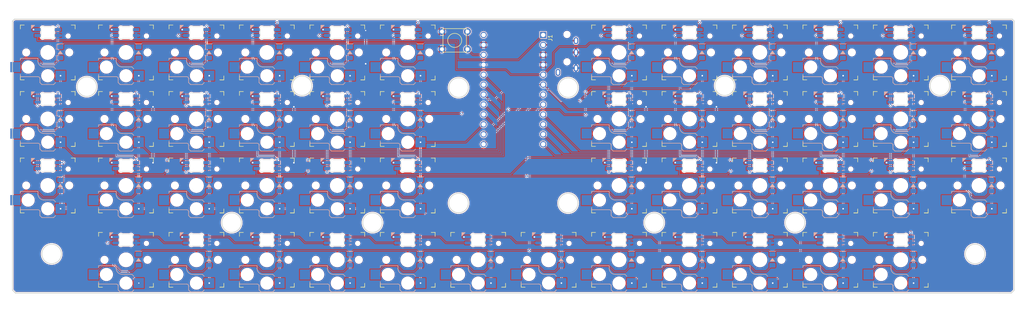
<source format=kicad_pcb>
(kicad_pcb (version 20171130) (host pcbnew "(5.1.11)-1")
  (layers (0 F.Cu signal) (31 B.Cu signal) (34 B.Paste user) (35 F.Paste user) (36 B.SilkS user) (37 F.SilkS user) (38 B.Mask user) (39 F.Mask user) (44 Edge.Cuts user))
  (net 0 "")
  (net 1 "Net-(D1-Pad2)")
  (net 2 "Net-(D2-Pad2)")
  (net 3 "Net-(D3-Pad2)")
  (net 4 "Net-(D4-Pad2)")
  (net 5 "Net-(D5-Pad2)")
  (net 6 "Net-(D6-Pad2)")
  (net 7 "Net-(D7-Pad2)")
  (net 8 "Net-(D8-Pad2)")
  (net 9 "Net-(D9-Pad2)")
  (net 10 "Net-(D10-Pad2)")
  (net 11 "Net-(D11-Pad2)")
  (net 12 "Net-(D12-Pad2)")
  (net 13 "Net-(D13-Pad2)")
  (net 14 "Net-(D14-Pad2)")
  (net 15 "Net-(D15-Pad2)")
  (net 16 "Net-(D16-Pad2)")
  (net 17 "Net-(D17-Pad2)")
  (net 18 "Net-(D18-Pad2)")
  (net 19 "Net-(D19-Pad2)")
  (net 20 "Net-(D20-Pad2)")
  (net 21 "Net-(D21-Pad2)")
  (net 22 "Net-(D22-Pad2)")
  (net 23 "Net-(D23-Pad2)")
  (net 24 "Net-(D24-Pad2)")
  (net 25 "Net-(D25-Pad2)")
  (net 26 "Net-(D26-Pad2)")
  (net 27 "Net-(D27-Pad2)")
  (net 28 "Net-(D28-Pad2)")
  (net 29 "Net-(D29-Pad2)")
  (net 30 "Net-(D30-Pad2)")
  (net 31 "Net-(D31-Pad2)")
  (net 32 "Net-(D32-Pad2)")
  (net 33 "Net-(D33-Pad2)")
  (net 34 "Net-(D34-Pad2)")
  (net 35 "Net-(D35-Pad2)")
  (net 36 "Net-(D36-Pad2)")
  (net 37 "Net-(D37-Pad2)")
  (net 38 "Net-(D38-Pad2)")
  (net 39 "Net-(D39-Pad2)")
  (net 40 "Net-(D40-Pad2)")
  (net 41 "Net-(D41-Pad2)")
  (net 42 "Net-(D42-Pad2)")
  (net 43 "Net-(D43-Pad2)")
  (net 44 "Net-(D44-Pad2)")
  (net 45 "Net-(D45-Pad2)")
  (net 46 "Net-(D46-Pad2)")
  (net 47 "Net-(D47-Pad2)")
  (net 48 "Net-(D48-Pad2)")
  (net 49 "Net-(RGB1-Pad2)")
  (net 50 "Net-(RGB2-Pad2)")
  (net 51 "Net-(RGB3-Pad2)")
  (net 52 "Net-(RGB4-Pad2)")
  (net 53 "Net-(RGB5-Pad2)")
  (net 54 "Net-(RGB6-Pad2)")
  (net 55 "Net-(RGB7-Pad2)")
  (net 56 "Net-(RGB16-Pad4)")
  (net 57 "Net-(RGB10-Pad2)")
  (net 58 "Net-(RGB10-Pad4)")
  (net 59 "Net-(RGB11-Pad4)")
  (net 60 "Net-(RGB12-Pad4)")
  (net 61 "Net-(RGB13-Pad4)")
  (net 62 "Net-(RGB14-Pad4)")
  (net 63 "Net-(RGB15-Pad4)")
  (net 64 "Net-(RGB17-Pad4)")
  (net 65 "Net-(RGB17-Pad2)")
  (net 66 "Net-(RGB18-Pad4)")
  (net 67 "Net-(RGB18-Pad2)")
  (net 68 "Net-(RGB19-Pad2)")
  (net 69 "Net-(RGB20-Pad4)")
  (net 70 "Net-(RGB21-Pad2)")
  (net 71 "Net-(RGB22-Pad4)")
  (net 72 "Net-(RGB23-Pad2)")
  (net 73 "Net-(RGB24-Pad4)")
  (net 74 "Net-(RGB25-Pad2)")
  (net 75 "Net-(RGB26-Pad4)")
  (net 76 "Net-(RGB27-Pad2)")
  (net 77 "Net-(RGB28-Pad4)")
  (net 78 "Net-(RGB29-Pad2)")
  (net 79 "Net-(RGB30-Pad4)")
  (net 80 "Net-(RGB31-Pad2)")
  (net 81 "Net-(RGB33-Pad2)")
  (net 82 "Net-(RGB34-Pad4)")
  (net 83 "Net-(RGB34-Pad2)")
  (net 84 "Net-(RGB35-Pad2)")
  (net 85 "Net-(RGB36-Pad4)")
  (net 86 "Net-(RGB37-Pad2)")
  (net 87 "Net-(RGB38-Pad4)")
  (net 88 "Net-(RGB39-Pad2)")
  (net 89 "Net-(RGB40-Pad4)")
  (net 90 "Net-(RGB41-Pad2)")
  (net 91 "Net-(RGB42-Pad4)")
  (net 92 "Net-(RGB43-Pad2)")
  (net 93 "Net-(RGB44-Pad4)")
  (net 94 "Net-(RGB45-Pad2)")
  (net 95 "Net-(RGB46-Pad4)")
  (net 96 "Net-(RGB47-Pad2)")
  (net 97 "Net-(U1-Pad24)")
  (net 98 Col0)
  (net 99 Col1)
  (net 100 Col2)
  (net 101 Col3)
  (net 102 Col4)
  (net 103 Col5)
  (net 104 Col6)
  (net 105 Col7)
  (net 106 Col11)
  (net 107 Col10)
  (net 108 Col9)
  (net 109 Col8)
  (net 110 Row3)
  (net 111 Row2)
  (net 112 Row1)
  (net 113 Row0)
  (net 114 RGB)
  (net 115 +5V)
  (net 116 GND)
  (net 117 DATA)
  (net 118 RST)
  (module ebastler-keyboard-parts:MX_SK6812MINI-E (layer F.Cu) (at 80 44.08 180)
    (fp_text reference RGB48 hide)
    (fp_text value SK6812miniE)
    (fp_arc (start -0.794452 7.079999) (end -0.794452 6.579999) (angle -30.2992623) (layer Edge.Cuts) (width 0.1))
    (fp_arc (start 0.794452 7.079999) (end 1.046711 6.648298) (angle -30.29933433) (layer Edge.Cuts) (width 0.1))
    (fp_arc (start 1.298969 6.216597) (end 1.046711 6.648298) (angle -146.0055121) (layer Edge.Cuts) (width 0.1))
    (fp_arc (start 2.199999 5.782841) (end 1.699999 5.782841) (angle -25.70617777) (layer Edge.Cuts) (width 0.1))
    (fp_arc (start 2.199999 4.377157) (end 1.749484 4.160279) (angle -25.70608136) (layer Edge.Cuts) (width 0.1))
    (fp_arc (start 1.298969 3.943402) (end 1.749484 4.160279) (angle -146.0053097) (layer Edge.Cuts) (width 0.1))
    (fp_arc (start 0.794453 3.08) (end 0.794453 3.58) (angle -30.29922831) (layer Edge.Cuts) (width 0.1))
    (fp_arc (start -0.794452 3.08) (end -1.046711 3.5117) (angle -30.29928212) (layer Edge.Cuts) (width 0.1))
    (fp_arc (start -1.298969 3.943401) (end -1.046711 3.5117) (angle -146.0054017) (layer Edge.Cuts) (width 0.1))
    (fp_arc (start -2.199999 4.377157) (end -1.699999 4.377157) (angle -25.70611954) (layer Edge.Cuts) (width 0.1))
    (fp_arc (start -2.199999 5.782841) (end -1.749484 5.999719) (angle -25.70611205) (layer Edge.Cuts) (width 0.1))
    (fp_arc (start -1.298969 6.216596) (end -1.749484 5.999719) (angle -146.0053744) (layer Edge.Cuts) (width 0.1))
    (fp_line (start 0.794452 6.579999) (end -0.794452 6.579999) (layer Edge.Cuts) (width 0.1))
    (fp_line (start 1.699999 4.377157) (end 1.699999 5.782841) (layer Edge.Cuts) (width 0.1))
    (fp_line (start -0.794452 3.58) (end 0.794453 3.58) (layer Edge.Cuts) (width 0.1))
    (fp_line (start -1.699999 5.782841) (end -1.699999 4.377157) (layer Edge.Cuts) (width 0.1))
    (pad 3 smd roundrect (at 2.6 5.829999 90) (size 0.82 1.6) (layers B.Cu B.Paste B.Mask) (roundrect_rratio 0.1) (net 116 GND))
    (pad 4 smd roundrect (at 2.6 4.329999 90) (size 0.82 1.6) (layers B.Cu B.Paste B.Mask) (roundrect_rratio 0.1) (net 96 "Net-(RGB47-Pad2)"))
    (pad 2 smd roundrect (at -2.6 5.829999 90) (size 0.82 1.6) (layers B.Cu B.Paste B.Mask) (roundrect_rratio 0.1) (net 95 "Net-(RGB46-Pad4)"))
    (pad 1 smd roundrect (at -2.6 4.329999 90) (size 0.82 1.6) (layers B.Cu B.Paste B.Mask) (roundrect_rratio 0.1) (net 115 +5V))
  )
  (module ebastler-keyboard-parts:MX_SK6812MINI-E (layer F.Cu) (at 80 61.08 180)
    (fp_text reference RGB47 hide)
    (fp_text value SK6812miniE)
    (fp_arc (start -0.794452 7.079999) (end -0.794452 6.579999) (angle -30.2992623) (layer Edge.Cuts) (width 0.1))
    (fp_arc (start 0.794452 7.079999) (end 1.046711 6.648298) (angle -30.29933433) (layer Edge.Cuts) (width 0.1))
    (fp_arc (start 1.298969 6.216597) (end 1.046711 6.648298) (angle -146.0055121) (layer Edge.Cuts) (width 0.1))
    (fp_arc (start 2.199999 5.782841) (end 1.699999 5.782841) (angle -25.70617777) (layer Edge.Cuts) (width 0.1))
    (fp_arc (start 2.199999 4.377157) (end 1.749484 4.160279) (angle -25.70608136) (layer Edge.Cuts) (width 0.1))
    (fp_arc (start 1.298969 3.943402) (end 1.749484 4.160279) (angle -146.0053097) (layer Edge.Cuts) (width 0.1))
    (fp_arc (start 0.794453 3.08) (end 0.794453 3.58) (angle -30.29922831) (layer Edge.Cuts) (width 0.1))
    (fp_arc (start -0.794452 3.08) (end -1.046711 3.5117) (angle -30.29928212) (layer Edge.Cuts) (width 0.1))
    (fp_arc (start -1.298969 3.943401) (end -1.046711 3.5117) (angle -146.0054017) (layer Edge.Cuts) (width 0.1))
    (fp_arc (start -2.199999 4.377157) (end -1.699999 4.377157) (angle -25.70611954) (layer Edge.Cuts) (width 0.1))
    (fp_arc (start -2.199999 5.782841) (end -1.749484 5.999719) (angle -25.70611205) (layer Edge.Cuts) (width 0.1))
    (fp_arc (start -1.298969 6.216596) (end -1.749484 5.999719) (angle -146.0053744) (layer Edge.Cuts) (width 0.1))
    (fp_line (start 0.794452 6.579999) (end -0.794452 6.579999) (layer Edge.Cuts) (width 0.1))
    (fp_line (start 1.699999 4.377157) (end 1.699999 5.782841) (layer Edge.Cuts) (width 0.1))
    (fp_line (start -0.794452 3.58) (end 0.794453 3.58) (layer Edge.Cuts) (width 0.1))
    (fp_line (start -1.699999 5.782841) (end -1.699999 4.377157) (layer Edge.Cuts) (width 0.1))
    (pad 3 smd roundrect (at 2.6 5.829999 90) (size 0.82 1.6) (layers B.Cu B.Paste B.Mask) (roundrect_rratio 0.1) (net 116 GND))
    (pad 4 smd roundrect (at 2.6 4.329999 90) (size 0.82 1.6) (layers B.Cu B.Paste B.Mask) (roundrect_rratio 0.1) (net 94 "Net-(RGB45-Pad2)"))
    (pad 2 smd roundrect (at -2.6 5.829999 90) (size 0.82 1.6) (layers B.Cu B.Paste B.Mask) (roundrect_rratio 0.1) (net 96 "Net-(RGB47-Pad2)"))
    (pad 1 smd roundrect (at -2.6 4.329999 90) (size 0.82 1.6) (layers B.Cu B.Paste B.Mask) (roundrect_rratio 0.1) (net 115 +5V))
  )
  (module ebastler-keyboard-parts:MX_SK6812MINI-E (layer F.Cu) (at 80 27.08 180)
    (fp_text reference RGB46 hide)
    (fp_text value SK6812miniE)
    (fp_arc (start -0.794452 7.079999) (end -0.794452 6.579999) (angle -30.2992623) (layer Edge.Cuts) (width 0.1))
    (fp_arc (start 0.794452 7.079999) (end 1.046711 6.648298) (angle -30.29933433) (layer Edge.Cuts) (width 0.1))
    (fp_arc (start 1.298969 6.216597) (end 1.046711 6.648298) (angle -146.0055121) (layer Edge.Cuts) (width 0.1))
    (fp_arc (start 2.199999 5.782841) (end 1.699999 5.782841) (angle -25.70617777) (layer Edge.Cuts) (width 0.1))
    (fp_arc (start 2.199999 4.377157) (end 1.749484 4.160279) (angle -25.70608136) (layer Edge.Cuts) (width 0.1))
    (fp_arc (start 1.298969 3.943402) (end 1.749484 4.160279) (angle -146.0053097) (layer Edge.Cuts) (width 0.1))
    (fp_arc (start 0.794453 3.08) (end 0.794453 3.58) (angle -30.29922831) (layer Edge.Cuts) (width 0.1))
    (fp_arc (start -0.794452 3.08) (end -1.046711 3.5117) (angle -30.29928212) (layer Edge.Cuts) (width 0.1))
    (fp_arc (start -1.298969 3.943401) (end -1.046711 3.5117) (angle -146.0054017) (layer Edge.Cuts) (width 0.1))
    (fp_arc (start -2.199999 4.377157) (end -1.699999 4.377157) (angle -25.70611954) (layer Edge.Cuts) (width 0.1))
    (fp_arc (start -2.199999 5.782841) (end -1.749484 5.999719) (angle -25.70611205) (layer Edge.Cuts) (width 0.1))
    (fp_arc (start -1.298969 6.216596) (end -1.749484 5.999719) (angle -146.0053744) (layer Edge.Cuts) (width 0.1))
    (fp_line (start 0.794452 6.579999) (end -0.794452 6.579999) (layer Edge.Cuts) (width 0.1))
    (fp_line (start 1.699999 4.377157) (end 1.699999 5.782841) (layer Edge.Cuts) (width 0.1))
    (fp_line (start -0.794452 3.58) (end 0.794453 3.58) (layer Edge.Cuts) (width 0.1))
    (fp_line (start -1.699999 5.782841) (end -1.699999 4.377157) (layer Edge.Cuts) (width 0.1))
    (pad 3 smd roundrect (at 2.6 5.829999 90) (size 0.82 1.6) (layers B.Cu B.Paste B.Mask) (roundrect_rratio 0.1) (net 116 GND))
    (pad 4 smd roundrect (at 2.6 4.329999 90) (size 0.82 1.6) (layers B.Cu B.Paste B.Mask) (roundrect_rratio 0.1) (net 95 "Net-(RGB46-Pad4)"))
    (pad 2 smd roundrect (at -2.6 5.829999 90) (size 0.82 1.6) (layers B.Cu B.Paste B.Mask) (roundrect_rratio 0.1) (net 93 "Net-(RGB44-Pad4)"))
    (pad 1 smd roundrect (at -2.6 4.329999 90) (size 0.82 1.6) (layers B.Cu B.Paste B.Mask) (roundrect_rratio 0.1) (net 115 +5V))
  )
  (module ebastler-keyboard-parts:MX_SK6812MINI-E (layer F.Cu) (at 98 61.08 180)
    (fp_text reference RGB45 hide)
    (fp_text value SK6812miniE)
    (fp_arc (start -0.794452 7.079999) (end -0.794452 6.579999) (angle -30.2992623) (layer Edge.Cuts) (width 0.1))
    (fp_arc (start 0.794452 7.079999) (end 1.046711 6.648298) (angle -30.29933433) (layer Edge.Cuts) (width 0.1))
    (fp_arc (start 1.298969 6.216597) (end 1.046711 6.648298) (angle -146.0055121) (layer Edge.Cuts) (width 0.1))
    (fp_arc (start 2.199999 5.782841) (end 1.699999 5.782841) (angle -25.70617777) (layer Edge.Cuts) (width 0.1))
    (fp_arc (start 2.199999 4.377157) (end 1.749484 4.160279) (angle -25.70608136) (layer Edge.Cuts) (width 0.1))
    (fp_arc (start 1.298969 3.943402) (end 1.749484 4.160279) (angle -146.0053097) (layer Edge.Cuts) (width 0.1))
    (fp_arc (start 0.794453 3.08) (end 0.794453 3.58) (angle -30.29922831) (layer Edge.Cuts) (width 0.1))
    (fp_arc (start -0.794452 3.08) (end -1.046711 3.5117) (angle -30.29928212) (layer Edge.Cuts) (width 0.1))
    (fp_arc (start -1.298969 3.943401) (end -1.046711 3.5117) (angle -146.0054017) (layer Edge.Cuts) (width 0.1))
    (fp_arc (start -2.199999 4.377157) (end -1.699999 4.377157) (angle -25.70611954) (layer Edge.Cuts) (width 0.1))
    (fp_arc (start -2.199999 5.782841) (end -1.749484 5.999719) (angle -25.70611205) (layer Edge.Cuts) (width 0.1))
    (fp_arc (start -1.298969 6.216596) (end -1.749484 5.999719) (angle -146.0053744) (layer Edge.Cuts) (width 0.1))
    (fp_line (start 0.794452 6.579999) (end -0.794452 6.579999) (layer Edge.Cuts) (width 0.1))
    (fp_line (start 1.699999 4.377157) (end 1.699999 5.782841) (layer Edge.Cuts) (width 0.1))
    (fp_line (start -0.794452 3.58) (end 0.794453 3.58) (layer Edge.Cuts) (width 0.1))
    (fp_line (start -1.699999 5.782841) (end -1.699999 4.377157) (layer Edge.Cuts) (width 0.1))
    (pad 3 smd roundrect (at 2.6 5.829999 90) (size 0.82 1.6) (layers B.Cu B.Paste B.Mask) (roundrect_rratio 0.1) (net 116 GND))
    (pad 4 smd roundrect (at 2.6 4.329999 90) (size 0.82 1.6) (layers B.Cu B.Paste B.Mask) (roundrect_rratio 0.1) (net 92 "Net-(RGB43-Pad2)"))
    (pad 2 smd roundrect (at -2.6 5.829999 90) (size 0.82 1.6) (layers B.Cu B.Paste B.Mask) (roundrect_rratio 0.1) (net 94 "Net-(RGB45-Pad2)"))
    (pad 1 smd roundrect (at -2.6 4.329999 90) (size 0.82 1.6) (layers B.Cu B.Paste B.Mask) (roundrect_rratio 0.1) (net 115 +5V))
  )
  (module ebastler-keyboard-parts:MX_SK6812MINI-E (layer F.Cu) (at 62 27.08 180)
    (fp_text reference RGB44 hide)
    (fp_text value SK6812miniE)
    (fp_arc (start -0.794452 7.079999) (end -0.794452 6.579999) (angle -30.2992623) (layer Edge.Cuts) (width 0.1))
    (fp_arc (start 0.794452 7.079999) (end 1.046711 6.648298) (angle -30.29933433) (layer Edge.Cuts) (width 0.1))
    (fp_arc (start 1.298969 6.216597) (end 1.046711 6.648298) (angle -146.0055121) (layer Edge.Cuts) (width 0.1))
    (fp_arc (start 2.199999 5.782841) (end 1.699999 5.782841) (angle -25.70617777) (layer Edge.Cuts) (width 0.1))
    (fp_arc (start 2.199999 4.377157) (end 1.749484 4.160279) (angle -25.70608136) (layer Edge.Cuts) (width 0.1))
    (fp_arc (start 1.298969 3.943402) (end 1.749484 4.160279) (angle -146.0053097) (layer Edge.Cuts) (width 0.1))
    (fp_arc (start 0.794453 3.08) (end 0.794453 3.58) (angle -30.29922831) (layer Edge.Cuts) (width 0.1))
    (fp_arc (start -0.794452 3.08) (end -1.046711 3.5117) (angle -30.29928212) (layer Edge.Cuts) (width 0.1))
    (fp_arc (start -1.298969 3.943401) (end -1.046711 3.5117) (angle -146.0054017) (layer Edge.Cuts) (width 0.1))
    (fp_arc (start -2.199999 4.377157) (end -1.699999 4.377157) (angle -25.70611954) (layer Edge.Cuts) (width 0.1))
    (fp_arc (start -2.199999 5.782841) (end -1.749484 5.999719) (angle -25.70611205) (layer Edge.Cuts) (width 0.1))
    (fp_arc (start -1.298969 6.216596) (end -1.749484 5.999719) (angle -146.0053744) (layer Edge.Cuts) (width 0.1))
    (fp_line (start 0.794452 6.579999) (end -0.794452 6.579999) (layer Edge.Cuts) (width 0.1))
    (fp_line (start 1.699999 4.377157) (end 1.699999 5.782841) (layer Edge.Cuts) (width 0.1))
    (fp_line (start -0.794452 3.58) (end 0.794453 3.58) (layer Edge.Cuts) (width 0.1))
    (fp_line (start -1.699999 5.782841) (end -1.699999 4.377157) (layer Edge.Cuts) (width 0.1))
    (pad 3 smd roundrect (at 2.6 5.829999 90) (size 0.82 1.6) (layers B.Cu B.Paste B.Mask) (roundrect_rratio 0.1) (net 116 GND))
    (pad 4 smd roundrect (at 2.6 4.329999 90) (size 0.82 1.6) (layers B.Cu B.Paste B.Mask) (roundrect_rratio 0.1) (net 93 "Net-(RGB44-Pad4)"))
    (pad 2 smd roundrect (at -2.6 5.829999 90) (size 0.82 1.6) (layers B.Cu B.Paste B.Mask) (roundrect_rratio 0.1) (net 91 "Net-(RGB42-Pad4)"))
    (pad 1 smd roundrect (at -2.6 4.329999 90) (size 0.82 1.6) (layers B.Cu B.Paste B.Mask) (roundrect_rratio 0.1) (net 115 +5V))
  )
  (module ebastler-keyboard-parts:MX_SK6812MINI-E (layer F.Cu) (at 98 44.08 180)
    (fp_text reference RGB43 hide)
    (fp_text value SK6812miniE)
    (fp_arc (start -0.794452 7.079999) (end -0.794452 6.579999) (angle -30.2992623) (layer Edge.Cuts) (width 0.1))
    (fp_arc (start 0.794452 7.079999) (end 1.046711 6.648298) (angle -30.29933433) (layer Edge.Cuts) (width 0.1))
    (fp_arc (start 1.298969 6.216597) (end 1.046711 6.648298) (angle -146.0055121) (layer Edge.Cuts) (width 0.1))
    (fp_arc (start 2.199999 5.782841) (end 1.699999 5.782841) (angle -25.70617777) (layer Edge.Cuts) (width 0.1))
    (fp_arc (start 2.199999 4.377157) (end 1.749484 4.160279) (angle -25.70608136) (layer Edge.Cuts) (width 0.1))
    (fp_arc (start 1.298969 3.943402) (end 1.749484 4.160279) (angle -146.0053097) (layer Edge.Cuts) (width 0.1))
    (fp_arc (start 0.794453 3.08) (end 0.794453 3.58) (angle -30.29922831) (layer Edge.Cuts) (width 0.1))
    (fp_arc (start -0.794452 3.08) (end -1.046711 3.5117) (angle -30.29928212) (layer Edge.Cuts) (width 0.1))
    (fp_arc (start -1.298969 3.943401) (end -1.046711 3.5117) (angle -146.0054017) (layer Edge.Cuts) (width 0.1))
    (fp_arc (start -2.199999 4.377157) (end -1.699999 4.377157) (angle -25.70611954) (layer Edge.Cuts) (width 0.1))
    (fp_arc (start -2.199999 5.782841) (end -1.749484 5.999719) (angle -25.70611205) (layer Edge.Cuts) (width 0.1))
    (fp_arc (start -1.298969 6.216596) (end -1.749484 5.999719) (angle -146.0053744) (layer Edge.Cuts) (width 0.1))
    (fp_line (start 0.794452 6.579999) (end -0.794452 6.579999) (layer Edge.Cuts) (width 0.1))
    (fp_line (start 1.699999 4.377157) (end 1.699999 5.782841) (layer Edge.Cuts) (width 0.1))
    (fp_line (start -0.794452 3.58) (end 0.794453 3.58) (layer Edge.Cuts) (width 0.1))
    (fp_line (start -1.699999 5.782841) (end -1.699999 4.377157) (layer Edge.Cuts) (width 0.1))
    (pad 3 smd roundrect (at 2.6 5.829999 90) (size 0.82 1.6) (layers B.Cu B.Paste B.Mask) (roundrect_rratio 0.1) (net 116 GND))
    (pad 4 smd roundrect (at 2.6 4.329999 90) (size 0.82 1.6) (layers B.Cu B.Paste B.Mask) (roundrect_rratio 0.1) (net 90 "Net-(RGB41-Pad2)"))
    (pad 2 smd roundrect (at -2.6 5.829999 90) (size 0.82 1.6) (layers B.Cu B.Paste B.Mask) (roundrect_rratio 0.1) (net 92 "Net-(RGB43-Pad2)"))
    (pad 1 smd roundrect (at -2.6 4.329999 90) (size 0.82 1.6) (layers B.Cu B.Paste B.Mask) (roundrect_rratio 0.1) (net 115 +5V))
  )
  (module ebastler-keyboard-parts:MX_SK6812MINI-E (layer F.Cu) (at 62 44.08 180)
    (fp_text reference RGB42 hide)
    (fp_text value SK6812miniE)
    (fp_arc (start -0.794452 7.079999) (end -0.794452 6.579999) (angle -30.2992623) (layer Edge.Cuts) (width 0.1))
    (fp_arc (start 0.794452 7.079999) (end 1.046711 6.648298) (angle -30.29933433) (layer Edge.Cuts) (width 0.1))
    (fp_arc (start 1.298969 6.216597) (end 1.046711 6.648298) (angle -146.0055121) (layer Edge.Cuts) (width 0.1))
    (fp_arc (start 2.199999 5.782841) (end 1.699999 5.782841) (angle -25.70617777) (layer Edge.Cuts) (width 0.1))
    (fp_arc (start 2.199999 4.377157) (end 1.749484 4.160279) (angle -25.70608136) (layer Edge.Cuts) (width 0.1))
    (fp_arc (start 1.298969 3.943402) (end 1.749484 4.160279) (angle -146.0053097) (layer Edge.Cuts) (width 0.1))
    (fp_arc (start 0.794453 3.08) (end 0.794453 3.58) (angle -30.29922831) (layer Edge.Cuts) (width 0.1))
    (fp_arc (start -0.794452 3.08) (end -1.046711 3.5117) (angle -30.29928212) (layer Edge.Cuts) (width 0.1))
    (fp_arc (start -1.298969 3.943401) (end -1.046711 3.5117) (angle -146.0054017) (layer Edge.Cuts) (width 0.1))
    (fp_arc (start -2.199999 4.377157) (end -1.699999 4.377157) (angle -25.70611954) (layer Edge.Cuts) (width 0.1))
    (fp_arc (start -2.199999 5.782841) (end -1.749484 5.999719) (angle -25.70611205) (layer Edge.Cuts) (width 0.1))
    (fp_arc (start -1.298969 6.216596) (end -1.749484 5.999719) (angle -146.0053744) (layer Edge.Cuts) (width 0.1))
    (fp_line (start 0.794452 6.579999) (end -0.794452 6.579999) (layer Edge.Cuts) (width 0.1))
    (fp_line (start 1.699999 4.377157) (end 1.699999 5.782841) (layer Edge.Cuts) (width 0.1))
    (fp_line (start -0.794452 3.58) (end 0.794453 3.58) (layer Edge.Cuts) (width 0.1))
    (fp_line (start -1.699999 5.782841) (end -1.699999 4.377157) (layer Edge.Cuts) (width 0.1))
    (pad 3 smd roundrect (at 2.6 5.829999 90) (size 0.82 1.6) (layers B.Cu B.Paste B.Mask) (roundrect_rratio 0.1) (net 116 GND))
    (pad 4 smd roundrect (at 2.6 4.329999 90) (size 0.82 1.6) (layers B.Cu B.Paste B.Mask) (roundrect_rratio 0.1) (net 91 "Net-(RGB42-Pad4)"))
    (pad 2 smd roundrect (at -2.6 5.829999 90) (size 0.82 1.6) (layers B.Cu B.Paste B.Mask) (roundrect_rratio 0.1) (net 89 "Net-(RGB40-Pad4)"))
    (pad 1 smd roundrect (at -2.6 4.329999 90) (size 0.82 1.6) (layers B.Cu B.Paste B.Mask) (roundrect_rratio 0.1) (net 115 +5V))
  )
  (module ebastler-keyboard-parts:MX_SK6812MINI-E (layer F.Cu) (at 98 27.08 180)
    (fp_text reference RGB41 hide)
    (fp_text value SK6812miniE)
    (fp_arc (start -0.794452 7.079999) (end -0.794452 6.579999) (angle -30.2992623) (layer Edge.Cuts) (width 0.1))
    (fp_arc (start 0.794452 7.079999) (end 1.046711 6.648298) (angle -30.29933433) (layer Edge.Cuts) (width 0.1))
    (fp_arc (start 1.298969 6.216597) (end 1.046711 6.648298) (angle -146.0055121) (layer Edge.Cuts) (width 0.1))
    (fp_arc (start 2.199999 5.782841) (end 1.699999 5.782841) (angle -25.70617777) (layer Edge.Cuts) (width 0.1))
    (fp_arc (start 2.199999 4.377157) (end 1.749484 4.160279) (angle -25.70608136) (layer Edge.Cuts) (width 0.1))
    (fp_arc (start 1.298969 3.943402) (end 1.749484 4.160279) (angle -146.0053097) (layer Edge.Cuts) (width 0.1))
    (fp_arc (start 0.794453 3.08) (end 0.794453 3.58) (angle -30.29922831) (layer Edge.Cuts) (width 0.1))
    (fp_arc (start -0.794452 3.08) (end -1.046711 3.5117) (angle -30.29928212) (layer Edge.Cuts) (width 0.1))
    (fp_arc (start -1.298969 3.943401) (end -1.046711 3.5117) (angle -146.0054017) (layer Edge.Cuts) (width 0.1))
    (fp_arc (start -2.199999 4.377157) (end -1.699999 4.377157) (angle -25.70611954) (layer Edge.Cuts) (width 0.1))
    (fp_arc (start -2.199999 5.782841) (end -1.749484 5.999719) (angle -25.70611205) (layer Edge.Cuts) (width 0.1))
    (fp_arc (start -1.298969 6.216596) (end -1.749484 5.999719) (angle -146.0053744) (layer Edge.Cuts) (width 0.1))
    (fp_line (start 0.794452 6.579999) (end -0.794452 6.579999) (layer Edge.Cuts) (width 0.1))
    (fp_line (start 1.699999 4.377157) (end 1.699999 5.782841) (layer Edge.Cuts) (width 0.1))
    (fp_line (start -0.794452 3.58) (end 0.794453 3.58) (layer Edge.Cuts) (width 0.1))
    (fp_line (start -1.699999 5.782841) (end -1.699999 4.377157) (layer Edge.Cuts) (width 0.1))
    (pad 3 smd roundrect (at 2.6 5.829999 90) (size 0.82 1.6) (layers B.Cu B.Paste B.Mask) (roundrect_rratio 0.1) (net 116 GND))
    (pad 4 smd roundrect (at 2.6 4.329999 90) (size 0.82 1.6) (layers B.Cu B.Paste B.Mask) (roundrect_rratio 0.1) (net 88 "Net-(RGB39-Pad2)"))
    (pad 2 smd roundrect (at -2.6 5.829999 90) (size 0.82 1.6) (layers B.Cu B.Paste B.Mask) (roundrect_rratio 0.1) (net 90 "Net-(RGB41-Pad2)"))
    (pad 1 smd roundrect (at -2.6 4.329999 90) (size 0.82 1.6) (layers B.Cu B.Paste B.Mask) (roundrect_rratio 0.1) (net 115 +5V))
  )
  (module ebastler-keyboard-parts:MX_SK6812MINI-E (layer F.Cu) (at 62 61.08 180)
    (fp_text reference RGB40 hide)
    (fp_text value SK6812miniE)
    (fp_arc (start -0.794452 7.079999) (end -0.794452 6.579999) (angle -30.2992623) (layer Edge.Cuts) (width 0.1))
    (fp_arc (start 0.794452 7.079999) (end 1.046711 6.648298) (angle -30.29933433) (layer Edge.Cuts) (width 0.1))
    (fp_arc (start 1.298969 6.216597) (end 1.046711 6.648298) (angle -146.0055121) (layer Edge.Cuts) (width 0.1))
    (fp_arc (start 2.199999 5.782841) (end 1.699999 5.782841) (angle -25.70617777) (layer Edge.Cuts) (width 0.1))
    (fp_arc (start 2.199999 4.377157) (end 1.749484 4.160279) (angle -25.70608136) (layer Edge.Cuts) (width 0.1))
    (fp_arc (start 1.298969 3.943402) (end 1.749484 4.160279) (angle -146.0053097) (layer Edge.Cuts) (width 0.1))
    (fp_arc (start 0.794453 3.08) (end 0.794453 3.58) (angle -30.29922831) (layer Edge.Cuts) (width 0.1))
    (fp_arc (start -0.794452 3.08) (end -1.046711 3.5117) (angle -30.29928212) (layer Edge.Cuts) (width 0.1))
    (fp_arc (start -1.298969 3.943401) (end -1.046711 3.5117) (angle -146.0054017) (layer Edge.Cuts) (width 0.1))
    (fp_arc (start -2.199999 4.377157) (end -1.699999 4.377157) (angle -25.70611954) (layer Edge.Cuts) (width 0.1))
    (fp_arc (start -2.199999 5.782841) (end -1.749484 5.999719) (angle -25.70611205) (layer Edge.Cuts) (width 0.1))
    (fp_arc (start -1.298969 6.216596) (end -1.749484 5.999719) (angle -146.0053744) (layer Edge.Cuts) (width 0.1))
    (fp_line (start 0.794452 6.579999) (end -0.794452 6.579999) (layer Edge.Cuts) (width 0.1))
    (fp_line (start 1.699999 4.377157) (end 1.699999 5.782841) (layer Edge.Cuts) (width 0.1))
    (fp_line (start -0.794452 3.58) (end 0.794453 3.58) (layer Edge.Cuts) (width 0.1))
    (fp_line (start -1.699999 5.782841) (end -1.699999 4.377157) (layer Edge.Cuts) (width 0.1))
    (pad 3 smd roundrect (at 2.6 5.829999 90) (size 0.82 1.6) (layers B.Cu B.Paste B.Mask) (roundrect_rratio 0.1) (net 116 GND))
    (pad 4 smd roundrect (at 2.6 4.329999 90) (size 0.82 1.6) (layers B.Cu B.Paste B.Mask) (roundrect_rratio 0.1) (net 89 "Net-(RGB40-Pad4)"))
    (pad 2 smd roundrect (at -2.6 5.829999 90) (size 0.82 1.6) (layers B.Cu B.Paste B.Mask) (roundrect_rratio 0.1) (net 87 "Net-(RGB38-Pad4)"))
    (pad 1 smd roundrect (at -2.6 4.329999 90) (size 0.82 1.6) (layers B.Cu B.Paste B.Mask) (roundrect_rratio 0.1) (net 115 +5V))
  )
  (module ebastler-keyboard-parts:MX_SK6812MINI-E (layer F.Cu) (at 116 27.08 180)
    (fp_text reference RGB39 hide)
    (fp_text value SK6812miniE)
    (fp_arc (start -0.794452 7.079999) (end -0.794452 6.579999) (angle -30.2992623) (layer Edge.Cuts) (width 0.1))
    (fp_arc (start 0.794452 7.079999) (end 1.046711 6.648298) (angle -30.29933433) (layer Edge.Cuts) (width 0.1))
    (fp_arc (start 1.298969 6.216597) (end 1.046711 6.648298) (angle -146.0055121) (layer Edge.Cuts) (width 0.1))
    (fp_arc (start 2.199999 5.782841) (end 1.699999 5.782841) (angle -25.70617777) (layer Edge.Cuts) (width 0.1))
    (fp_arc (start 2.199999 4.377157) (end 1.749484 4.160279) (angle -25.70608136) (layer Edge.Cuts) (width 0.1))
    (fp_arc (start 1.298969 3.943402) (end 1.749484 4.160279) (angle -146.0053097) (layer Edge.Cuts) (width 0.1))
    (fp_arc (start 0.794453 3.08) (end 0.794453 3.58) (angle -30.29922831) (layer Edge.Cuts) (width 0.1))
    (fp_arc (start -0.794452 3.08) (end -1.046711 3.5117) (angle -30.29928212) (layer Edge.Cuts) (width 0.1))
    (fp_arc (start -1.298969 3.943401) (end -1.046711 3.5117) (angle -146.0054017) (layer Edge.Cuts) (width 0.1))
    (fp_arc (start -2.199999 4.377157) (end -1.699999 4.377157) (angle -25.70611954) (layer Edge.Cuts) (width 0.1))
    (fp_arc (start -2.199999 5.782841) (end -1.749484 5.999719) (angle -25.70611205) (layer Edge.Cuts) (width 0.1))
    (fp_arc (start -1.298969 6.216596) (end -1.749484 5.999719) (angle -146.0053744) (layer Edge.Cuts) (width 0.1))
    (fp_line (start 0.794452 6.579999) (end -0.794452 6.579999) (layer Edge.Cuts) (width 0.1))
    (fp_line (start 1.699999 4.377157) (end 1.699999 5.782841) (layer Edge.Cuts) (width 0.1))
    (fp_line (start -0.794452 3.58) (end 0.794453 3.58) (layer Edge.Cuts) (width 0.1))
    (fp_line (start -1.699999 5.782841) (end -1.699999 4.377157) (layer Edge.Cuts) (width 0.1))
    (pad 3 smd roundrect (at 2.6 5.829999 90) (size 0.82 1.6) (layers B.Cu B.Paste B.Mask) (roundrect_rratio 0.1) (net 116 GND))
    (pad 4 smd roundrect (at 2.6 4.329999 90) (size 0.82 1.6) (layers B.Cu B.Paste B.Mask) (roundrect_rratio 0.1) (net 86 "Net-(RGB37-Pad2)"))
    (pad 2 smd roundrect (at -2.6 5.829999 90) (size 0.82 1.6) (layers B.Cu B.Paste B.Mask) (roundrect_rratio 0.1) (net 88 "Net-(RGB39-Pad2)"))
    (pad 1 smd roundrect (at -2.6 4.329999 90) (size 0.82 1.6) (layers B.Cu B.Paste B.Mask) (roundrect_rratio 0.1) (net 115 +5V))
  )
  (module ebastler-keyboard-parts:MX_SK6812MINI-E (layer F.Cu) (at 44 61.08 180)
    (fp_text reference RGB38 hide)
    (fp_text value SK6812miniE)
    (fp_arc (start -0.794452 7.079999) (end -0.794452 6.579999) (angle -30.2992623) (layer Edge.Cuts) (width 0.1))
    (fp_arc (start 0.794452 7.079999) (end 1.046711 6.648298) (angle -30.29933433) (layer Edge.Cuts) (width 0.1))
    (fp_arc (start 1.298969 6.216597) (end 1.046711 6.648298) (angle -146.0055121) (layer Edge.Cuts) (width 0.1))
    (fp_arc (start 2.199999 5.782841) (end 1.699999 5.782841) (angle -25.70617777) (layer Edge.Cuts) (width 0.1))
    (fp_arc (start 2.199999 4.377157) (end 1.749484 4.160279) (angle -25.70608136) (layer Edge.Cuts) (width 0.1))
    (fp_arc (start 1.298969 3.943402) (end 1.749484 4.160279) (angle -146.0053097) (layer Edge.Cuts) (width 0.1))
    (fp_arc (start 0.794453 3.08) (end 0.794453 3.58) (angle -30.29922831) (layer Edge.Cuts) (width 0.1))
    (fp_arc (start -0.794452 3.08) (end -1.046711 3.5117) (angle -30.29928212) (layer Edge.Cuts) (width 0.1))
    (fp_arc (start -1.298969 3.943401) (end -1.046711 3.5117) (angle -146.0054017) (layer Edge.Cuts) (width 0.1))
    (fp_arc (start -2.199999 4.377157) (end -1.699999 4.377157) (angle -25.70611954) (layer Edge.Cuts) (width 0.1))
    (fp_arc (start -2.199999 5.782841) (end -1.749484 5.999719) (angle -25.70611205) (layer Edge.Cuts) (width 0.1))
    (fp_arc (start -1.298969 6.216596) (end -1.749484 5.999719) (angle -146.0053744) (layer Edge.Cuts) (width 0.1))
    (fp_line (start 0.794452 6.579999) (end -0.794452 6.579999) (layer Edge.Cuts) (width 0.1))
    (fp_line (start 1.699999 4.377157) (end 1.699999 5.782841) (layer Edge.Cuts) (width 0.1))
    (fp_line (start -0.794452 3.58) (end 0.794453 3.58) (layer Edge.Cuts) (width 0.1))
    (fp_line (start -1.699999 5.782841) (end -1.699999 4.377157) (layer Edge.Cuts) (width 0.1))
    (pad 3 smd roundrect (at 2.6 5.829999 90) (size 0.82 1.6) (layers B.Cu B.Paste B.Mask) (roundrect_rratio 0.1) (net 116 GND))
    (pad 4 smd roundrect (at 2.6 4.329999 90) (size 0.82 1.6) (layers B.Cu B.Paste B.Mask) (roundrect_rratio 0.1) (net 87 "Net-(RGB38-Pad4)"))
    (pad 2 smd roundrect (at -2.6 5.829999 90) (size 0.82 1.6) (layers B.Cu B.Paste B.Mask) (roundrect_rratio 0.1) (net 85 "Net-(RGB36-Pad4)"))
    (pad 1 smd roundrect (at -2.6 4.329999 90) (size 0.82 1.6) (layers B.Cu B.Paste B.Mask) (roundrect_rratio 0.1) (net 115 +5V))
  )
  (module ebastler-keyboard-parts:MX_SK6812MINI-E (layer F.Cu) (at 116 44.08 180)
    (fp_text reference RGB37 hide)
    (fp_text value SK6812miniE)
    (fp_arc (start -0.794452 7.079999) (end -0.794452 6.579999) (angle -30.2992623) (layer Edge.Cuts) (width 0.1))
    (fp_arc (start 0.794452 7.079999) (end 1.046711 6.648298) (angle -30.29933433) (layer Edge.Cuts) (width 0.1))
    (fp_arc (start 1.298969 6.216597) (end 1.046711 6.648298) (angle -146.0055121) (layer Edge.Cuts) (width 0.1))
    (fp_arc (start 2.199999 5.782841) (end 1.699999 5.782841) (angle -25.70617777) (layer Edge.Cuts) (width 0.1))
    (fp_arc (start 2.199999 4.377157) (end 1.749484 4.160279) (angle -25.70608136) (layer Edge.Cuts) (width 0.1))
    (fp_arc (start 1.298969 3.943402) (end 1.749484 4.160279) (angle -146.0053097) (layer Edge.Cuts) (width 0.1))
    (fp_arc (start 0.794453 3.08) (end 0.794453 3.58) (angle -30.29922831) (layer Edge.Cuts) (width 0.1))
    (fp_arc (start -0.794452 3.08) (end -1.046711 3.5117) (angle -30.29928212) (layer Edge.Cuts) (width 0.1))
    (fp_arc (start -1.298969 3.943401) (end -1.046711 3.5117) (angle -146.0054017) (layer Edge.Cuts) (width 0.1))
    (fp_arc (start -2.199999 4.377157) (end -1.699999 4.377157) (angle -25.70611954) (layer Edge.Cuts) (width 0.1))
    (fp_arc (start -2.199999 5.782841) (end -1.749484 5.999719) (angle -25.70611205) (layer Edge.Cuts) (width 0.1))
    (fp_arc (start -1.298969 6.216596) (end -1.749484 5.999719) (angle -146.0053744) (layer Edge.Cuts) (width 0.1))
    (fp_line (start 0.794452 6.579999) (end -0.794452 6.579999) (layer Edge.Cuts) (width 0.1))
    (fp_line (start 1.699999 4.377157) (end 1.699999 5.782841) (layer Edge.Cuts) (width 0.1))
    (fp_line (start -0.794452 3.58) (end 0.794453 3.58) (layer Edge.Cuts) (width 0.1))
    (fp_line (start -1.699999 5.782841) (end -1.699999 4.377157) (layer Edge.Cuts) (width 0.1))
    (pad 3 smd roundrect (at 2.6 5.829999 90) (size 0.82 1.6) (layers B.Cu B.Paste B.Mask) (roundrect_rratio 0.1) (net 116 GND))
    (pad 4 smd roundrect (at 2.6 4.329999 90) (size 0.82 1.6) (layers B.Cu B.Paste B.Mask) (roundrect_rratio 0.1) (net 84 "Net-(RGB35-Pad2)"))
    (pad 2 smd roundrect (at -2.6 5.829999 90) (size 0.82 1.6) (layers B.Cu B.Paste B.Mask) (roundrect_rratio 0.1) (net 86 "Net-(RGB37-Pad2)"))
    (pad 1 smd roundrect (at -2.6 4.329999 90) (size 0.82 1.6) (layers B.Cu B.Paste B.Mask) (roundrect_rratio 0.1) (net 115 +5V))
  )
  (module ebastler-keyboard-parts:MX_SK6812MINI-E (layer F.Cu) (at 44 44.08 180)
    (fp_text reference RGB36 hide)
    (fp_text value SK6812miniE)
    (fp_arc (start -0.794452 7.079999) (end -0.794452 6.579999) (angle -30.2992623) (layer Edge.Cuts) (width 0.1))
    (fp_arc (start 0.794452 7.079999) (end 1.046711 6.648298) (angle -30.29933433) (layer Edge.Cuts) (width 0.1))
    (fp_arc (start 1.298969 6.216597) (end 1.046711 6.648298) (angle -146.0055121) (layer Edge.Cuts) (width 0.1))
    (fp_arc (start 2.199999 5.782841) (end 1.699999 5.782841) (angle -25.70617777) (layer Edge.Cuts) (width 0.1))
    (fp_arc (start 2.199999 4.377157) (end 1.749484 4.160279) (angle -25.70608136) (layer Edge.Cuts) (width 0.1))
    (fp_arc (start 1.298969 3.943402) (end 1.749484 4.160279) (angle -146.0053097) (layer Edge.Cuts) (width 0.1))
    (fp_arc (start 0.794453 3.08) (end 0.794453 3.58) (angle -30.29922831) (layer Edge.Cuts) (width 0.1))
    (fp_arc (start -0.794452 3.08) (end -1.046711 3.5117) (angle -30.29928212) (layer Edge.Cuts) (width 0.1))
    (fp_arc (start -1.298969 3.943401) (end -1.046711 3.5117) (angle -146.0054017) (layer Edge.Cuts) (width 0.1))
    (fp_arc (start -2.199999 4.377157) (end -1.699999 4.377157) (angle -25.70611954) (layer Edge.Cuts) (width 0.1))
    (fp_arc (start -2.199999 5.782841) (end -1.749484 5.999719) (angle -25.70611205) (layer Edge.Cuts) (width 0.1))
    (fp_arc (start -1.298969 6.216596) (end -1.749484 5.999719) (angle -146.0053744) (layer Edge.Cuts) (width 0.1))
    (fp_line (start 0.794452 6.579999) (end -0.794452 6.579999) (layer Edge.Cuts) (width 0.1))
    (fp_line (start 1.699999 4.377157) (end 1.699999 5.782841) (layer Edge.Cuts) (width 0.1))
    (fp_line (start -0.794452 3.58) (end 0.794453 3.58) (layer Edge.Cuts) (width 0.1))
    (fp_line (start -1.699999 5.782841) (end -1.699999 4.377157) (layer Edge.Cuts) (width 0.1))
    (pad 3 smd roundrect (at 2.6 5.829999 90) (size 0.82 1.6) (layers B.Cu B.Paste B.Mask) (roundrect_rratio 0.1) (net 116 GND))
    (pad 4 smd roundrect (at 2.6 4.329999 90) (size 0.82 1.6) (layers B.Cu B.Paste B.Mask) (roundrect_rratio 0.1) (net 85 "Net-(RGB36-Pad4)"))
    (pad 2 smd roundrect (at -2.6 5.829999 90) (size 0.82 1.6) (layers B.Cu B.Paste B.Mask) (roundrect_rratio 0.1) (net 82 "Net-(RGB34-Pad4)"))
    (pad 1 smd roundrect (at -2.6 4.329999 90) (size 0.82 1.6) (layers B.Cu B.Paste B.Mask) (roundrect_rratio 0.1) (net 115 +5V))
  )
  (module ebastler-keyboard-parts:MX_SK6812MINI-E (layer F.Cu) (at 116 61.08 180)
    (fp_text reference RGB35 hide)
    (fp_text value SK6812miniE)
    (fp_arc (start -0.794452 7.079999) (end -0.794452 6.579999) (angle -30.2992623) (layer Edge.Cuts) (width 0.1))
    (fp_arc (start 0.794452 7.079999) (end 1.046711 6.648298) (angle -30.29933433) (layer Edge.Cuts) (width 0.1))
    (fp_arc (start 1.298969 6.216597) (end 1.046711 6.648298) (angle -146.0055121) (layer Edge.Cuts) (width 0.1))
    (fp_arc (start 2.199999 5.782841) (end 1.699999 5.782841) (angle -25.70617777) (layer Edge.Cuts) (width 0.1))
    (fp_arc (start 2.199999 4.377157) (end 1.749484 4.160279) (angle -25.70608136) (layer Edge.Cuts) (width 0.1))
    (fp_arc (start 1.298969 3.943402) (end 1.749484 4.160279) (angle -146.0053097) (layer Edge.Cuts) (width 0.1))
    (fp_arc (start 0.794453 3.08) (end 0.794453 3.58) (angle -30.29922831) (layer Edge.Cuts) (width 0.1))
    (fp_arc (start -0.794452 3.08) (end -1.046711 3.5117) (angle -30.29928212) (layer Edge.Cuts) (width 0.1))
    (fp_arc (start -1.298969 3.943401) (end -1.046711 3.5117) (angle -146.0054017) (layer Edge.Cuts) (width 0.1))
    (fp_arc (start -2.199999 4.377157) (end -1.699999 4.377157) (angle -25.70611954) (layer Edge.Cuts) (width 0.1))
    (fp_arc (start -2.199999 5.782841) (end -1.749484 5.999719) (angle -25.70611205) (layer Edge.Cuts) (width 0.1))
    (fp_arc (start -1.298969 6.216596) (end -1.749484 5.999719) (angle -146.0053744) (layer Edge.Cuts) (width 0.1))
    (fp_line (start 0.794452 6.579999) (end -0.794452 6.579999) (layer Edge.Cuts) (width 0.1))
    (fp_line (start 1.699999 4.377157) (end 1.699999 5.782841) (layer Edge.Cuts) (width 0.1))
    (fp_line (start -0.794452 3.58) (end 0.794453 3.58) (layer Edge.Cuts) (width 0.1))
    (fp_line (start -1.699999 5.782841) (end -1.699999 4.377157) (layer Edge.Cuts) (width 0.1))
    (pad 3 smd roundrect (at 2.6 5.829999 90) (size 0.82 1.6) (layers B.Cu B.Paste B.Mask) (roundrect_rratio 0.1) (net 116 GND))
    (pad 4 smd roundrect (at 2.6 4.329999 90) (size 0.82 1.6) (layers B.Cu B.Paste B.Mask) (roundrect_rratio 0.1) (net 81 "Net-(RGB33-Pad2)"))
    (pad 2 smd roundrect (at -2.6 5.829999 90) (size 0.82 1.6) (layers B.Cu B.Paste B.Mask) (roundrect_rratio 0.1) (net 84 "Net-(RGB35-Pad2)"))
    (pad 1 smd roundrect (at -2.6 4.329999 90) (size 0.82 1.6) (layers B.Cu B.Paste B.Mask) (roundrect_rratio 0.1) (net 115 +5V))
  )
  (module ebastler-keyboard-parts:MX_SK6812MINI-E (layer F.Cu) (at 44 27.08 180)
    (fp_text reference RGB34 hide)
    (fp_text value SK6812miniE)
    (fp_arc (start -0.794452 7.079999) (end -0.794452 6.579999) (angle -30.2992623) (layer Edge.Cuts) (width 0.1))
    (fp_arc (start 0.794452 7.079999) (end 1.046711 6.648298) (angle -30.29933433) (layer Edge.Cuts) (width 0.1))
    (fp_arc (start 1.298969 6.216597) (end 1.046711 6.648298) (angle -146.0055121) (layer Edge.Cuts) (width 0.1))
    (fp_arc (start 2.199999 5.782841) (end 1.699999 5.782841) (angle -25.70617777) (layer Edge.Cuts) (width 0.1))
    (fp_arc (start 2.199999 4.377157) (end 1.749484 4.160279) (angle -25.70608136) (layer Edge.Cuts) (width 0.1))
    (fp_arc (start 1.298969 3.943402) (end 1.749484 4.160279) (angle -146.0053097) (layer Edge.Cuts) (width 0.1))
    (fp_arc (start 0.794453 3.08) (end 0.794453 3.58) (angle -30.29922831) (layer Edge.Cuts) (width 0.1))
    (fp_arc (start -0.794452 3.08) (end -1.046711 3.5117) (angle -30.29928212) (layer Edge.Cuts) (width 0.1))
    (fp_arc (start -1.298969 3.943401) (end -1.046711 3.5117) (angle -146.0054017) (layer Edge.Cuts) (width 0.1))
    (fp_arc (start -2.199999 4.377157) (end -1.699999 4.377157) (angle -25.70611954) (layer Edge.Cuts) (width 0.1))
    (fp_arc (start -2.199999 5.782841) (end -1.749484 5.999719) (angle -25.70611205) (layer Edge.Cuts) (width 0.1))
    (fp_arc (start -1.298969 6.216596) (end -1.749484 5.999719) (angle -146.0053744) (layer Edge.Cuts) (width 0.1))
    (fp_line (start 0.794452 6.579999) (end -0.794452 6.579999) (layer Edge.Cuts) (width 0.1))
    (fp_line (start 1.699999 4.377157) (end 1.699999 5.782841) (layer Edge.Cuts) (width 0.1))
    (fp_line (start -0.794452 3.58) (end 0.794453 3.58) (layer Edge.Cuts) (width 0.1))
    (fp_line (start -1.699999 5.782841) (end -1.699999 4.377157) (layer Edge.Cuts) (width 0.1))
    (pad 3 smd roundrect (at 2.6 5.829999 90) (size 0.82 1.6) (layers B.Cu B.Paste B.Mask) (roundrect_rratio 0.1) (net 116 GND))
    (pad 4 smd roundrect (at 2.6 4.329999 90) (size 0.82 1.6) (layers B.Cu B.Paste B.Mask) (roundrect_rratio 0.1) (net 82 "Net-(RGB34-Pad4)"))
    (pad 2 smd roundrect (at -2.6 5.829999 90) (size 0.82 1.6) (layers B.Cu B.Paste B.Mask) (roundrect_rratio 0.1) (net 83 "Net-(RGB34-Pad2)"))
    (pad 1 smd roundrect (at -2.6 4.329999 90) (size 0.82 1.6) (layers B.Cu B.Paste B.Mask) (roundrect_rratio 0.1) (net 115 +5V))
  )
  (module ebastler-keyboard-parts:MX_SK6812MINI-E (layer F.Cu) (at 170 61.08 180)
    (fp_text reference RGB33 hide)
    (fp_text value SK6812miniE)
    (fp_arc (start -0.794452 7.079999) (end -0.794452 6.579999) (angle -30.2992623) (layer Edge.Cuts) (width 0.1))
    (fp_arc (start 0.794452 7.079999) (end 1.046711 6.648298) (angle -30.29933433) (layer Edge.Cuts) (width 0.1))
    (fp_arc (start 1.298969 6.216597) (end 1.046711 6.648298) (angle -146.0055121) (layer Edge.Cuts) (width 0.1))
    (fp_arc (start 2.199999 5.782841) (end 1.699999 5.782841) (angle -25.70617777) (layer Edge.Cuts) (width 0.1))
    (fp_arc (start 2.199999 4.377157) (end 1.749484 4.160279) (angle -25.70608136) (layer Edge.Cuts) (width 0.1))
    (fp_arc (start 1.298969 3.943402) (end 1.749484 4.160279) (angle -146.0053097) (layer Edge.Cuts) (width 0.1))
    (fp_arc (start 0.794453 3.08) (end 0.794453 3.58) (angle -30.29922831) (layer Edge.Cuts) (width 0.1))
    (fp_arc (start -0.794452 3.08) (end -1.046711 3.5117) (angle -30.29928212) (layer Edge.Cuts) (width 0.1))
    (fp_arc (start -1.298969 3.943401) (end -1.046711 3.5117) (angle -146.0054017) (layer Edge.Cuts) (width 0.1))
    (fp_arc (start -2.199999 4.377157) (end -1.699999 4.377157) (angle -25.70611954) (layer Edge.Cuts) (width 0.1))
    (fp_arc (start -2.199999 5.782841) (end -1.749484 5.999719) (angle -25.70611205) (layer Edge.Cuts) (width 0.1))
    (fp_arc (start -1.298969 6.216596) (end -1.749484 5.999719) (angle -146.0053744) (layer Edge.Cuts) (width 0.1))
    (fp_line (start 0.794452 6.579999) (end -0.794452 6.579999) (layer Edge.Cuts) (width 0.1))
    (fp_line (start 1.699999 4.377157) (end 1.699999 5.782841) (layer Edge.Cuts) (width 0.1))
    (fp_line (start -0.794452 3.58) (end 0.794453 3.58) (layer Edge.Cuts) (width 0.1))
    (fp_line (start -1.699999 5.782841) (end -1.699999 4.377157) (layer Edge.Cuts) (width 0.1))
    (pad 3 smd roundrect (at 2.6 5.829999 90) (size 0.82 1.6) (layers B.Cu B.Paste B.Mask) (roundrect_rratio 0.1) (net 116 GND))
    (pad 4 smd roundrect (at 2.6 4.329999 90) (size 0.82 1.6) (layers B.Cu B.Paste B.Mask) (roundrect_rratio 0.1) (net 67 "Net-(RGB18-Pad2)"))
    (pad 2 smd roundrect (at -2.6 5.829999 90) (size 0.82 1.6) (layers B.Cu B.Paste B.Mask) (roundrect_rratio 0.1) (net 81 "Net-(RGB33-Pad2)"))
    (pad 1 smd roundrect (at -2.6 4.329999 90) (size 0.82 1.6) (layers B.Cu B.Paste B.Mask) (roundrect_rratio 0.1) (net 115 +5V))
  )
  (module ebastler-keyboard-parts:MX_SK6812MINI-E (layer F.Cu) (at 206 27.08 180)
    (fp_text reference RGB32 hide)
    (fp_text value SK6812miniE)
    (fp_arc (start -0.794452 7.079999) (end -0.794452 6.579999) (angle -30.2992623) (layer Edge.Cuts) (width 0.1))
    (fp_arc (start 0.794452 7.079999) (end 1.046711 6.648298) (angle -30.29933433) (layer Edge.Cuts) (width 0.1))
    (fp_arc (start 1.298969 6.216597) (end 1.046711 6.648298) (angle -146.0055121) (layer Edge.Cuts) (width 0.1))
    (fp_arc (start 2.199999 5.782841) (end 1.699999 5.782841) (angle -25.70617777) (layer Edge.Cuts) (width 0.1))
    (fp_arc (start 2.199999 4.377157) (end 1.749484 4.160279) (angle -25.70608136) (layer Edge.Cuts) (width 0.1))
    (fp_arc (start 1.298969 3.943402) (end 1.749484 4.160279) (angle -146.0053097) (layer Edge.Cuts) (width 0.1))
    (fp_arc (start 0.794453 3.08) (end 0.794453 3.58) (angle -30.29922831) (layer Edge.Cuts) (width 0.1))
    (fp_arc (start -0.794452 3.08) (end -1.046711 3.5117) (angle -30.29928212) (layer Edge.Cuts) (width 0.1))
    (fp_arc (start -1.298969 3.943401) (end -1.046711 3.5117) (angle -146.0054017) (layer Edge.Cuts) (width 0.1))
    (fp_arc (start -2.199999 4.377157) (end -1.699999 4.377157) (angle -25.70611954) (layer Edge.Cuts) (width 0.1))
    (fp_arc (start -2.199999 5.782841) (end -1.749484 5.999719) (angle -25.70611205) (layer Edge.Cuts) (width 0.1))
    (fp_arc (start -1.298969 6.216596) (end -1.749484 5.999719) (angle -146.0053744) (layer Edge.Cuts) (width 0.1))
    (fp_line (start 0.794452 6.579999) (end -0.794452 6.579999) (layer Edge.Cuts) (width 0.1))
    (fp_line (start 1.699999 4.377157) (end 1.699999 5.782841) (layer Edge.Cuts) (width 0.1))
    (fp_line (start -0.794452 3.58) (end 0.794453 3.58) (layer Edge.Cuts) (width 0.1))
    (fp_line (start -1.699999 5.782841) (end -1.699999 4.377157) (layer Edge.Cuts) (width 0.1))
    (pad 3 smd roundrect (at 2.6 5.829999 90) (size 0.82 1.6) (layers B.Cu B.Paste B.Mask) (roundrect_rratio 0.1) (net 116 GND))
    (pad 4 smd roundrect (at 2.6 4.329999 90) (size 0.82 1.6) (layers B.Cu B.Paste B.Mask) (roundrect_rratio 0.1) (net 80 "Net-(RGB31-Pad2)"))
    (pad 2 smd roundrect (at -2.6 5.829999 90) (size 0.82 1.6) (layers B.Cu B.Paste B.Mask) (roundrect_rratio 0.1) (net 79 "Net-(RGB30-Pad4)"))
    (pad 1 smd roundrect (at -2.6 4.329999 90) (size 0.82 1.6) (layers B.Cu B.Paste B.Mask) (roundrect_rratio 0.1) (net 115 +5V))
  )
  (module ebastler-keyboard-parts:MX_SK6812MINI-E (layer F.Cu) (at 224 27.08 180)
    (fp_text reference RGB31 hide)
    (fp_text value SK6812miniE)
    (fp_arc (start -0.794452 7.079999) (end -0.794452 6.579999) (angle -30.2992623) (layer Edge.Cuts) (width 0.1))
    (fp_arc (start 0.794452 7.079999) (end 1.046711 6.648298) (angle -30.29933433) (layer Edge.Cuts) (width 0.1))
    (fp_arc (start 1.298969 6.216597) (end 1.046711 6.648298) (angle -146.0055121) (layer Edge.Cuts) (width 0.1))
    (fp_arc (start 2.199999 5.782841) (end 1.699999 5.782841) (angle -25.70617777) (layer Edge.Cuts) (width 0.1))
    (fp_arc (start 2.199999 4.377157) (end 1.749484 4.160279) (angle -25.70608136) (layer Edge.Cuts) (width 0.1))
    (fp_arc (start 1.298969 3.943402) (end 1.749484 4.160279) (angle -146.0053097) (layer Edge.Cuts) (width 0.1))
    (fp_arc (start 0.794453 3.08) (end 0.794453 3.58) (angle -30.29922831) (layer Edge.Cuts) (width 0.1))
    (fp_arc (start -0.794452 3.08) (end -1.046711 3.5117) (angle -30.29928212) (layer Edge.Cuts) (width 0.1))
    (fp_arc (start -1.298969 3.943401) (end -1.046711 3.5117) (angle -146.0054017) (layer Edge.Cuts) (width 0.1))
    (fp_arc (start -2.199999 4.377157) (end -1.699999 4.377157) (angle -25.70611954) (layer Edge.Cuts) (width 0.1))
    (fp_arc (start -2.199999 5.782841) (end -1.749484 5.999719) (angle -25.70611205) (layer Edge.Cuts) (width 0.1))
    (fp_arc (start -1.298969 6.216596) (end -1.749484 5.999719) (angle -146.0053744) (layer Edge.Cuts) (width 0.1))
    (fp_line (start 0.794452 6.579999) (end -0.794452 6.579999) (layer Edge.Cuts) (width 0.1))
    (fp_line (start 1.699999 4.377157) (end 1.699999 5.782841) (layer Edge.Cuts) (width 0.1))
    (fp_line (start -0.794452 3.58) (end 0.794453 3.58) (layer Edge.Cuts) (width 0.1))
    (fp_line (start -1.699999 5.782841) (end -1.699999 4.377157) (layer Edge.Cuts) (width 0.1))
    (pad 3 smd roundrect (at 2.6 5.829999 90) (size 0.82 1.6) (layers B.Cu B.Paste B.Mask) (roundrect_rratio 0.1) (net 116 GND))
    (pad 4 smd roundrect (at 2.6 4.329999 90) (size 0.82 1.6) (layers B.Cu B.Paste B.Mask) (roundrect_rratio 0.1) (net 78 "Net-(RGB29-Pad2)"))
    (pad 2 smd roundrect (at -2.6 5.829999 90) (size 0.82 1.6) (layers B.Cu B.Paste B.Mask) (roundrect_rratio 0.1) (net 80 "Net-(RGB31-Pad2)"))
    (pad 1 smd roundrect (at -2.6 4.329999 90) (size 0.82 1.6) (layers B.Cu B.Paste B.Mask) (roundrect_rratio 0.1) (net 115 +5V))
  )
  (module ebastler-keyboard-parts:MX_SK6812MINI-E (layer F.Cu) (at 206 44.08 180)
    (fp_text reference RGB30 hide)
    (fp_text value SK6812miniE)
    (fp_arc (start -0.794452 7.079999) (end -0.794452 6.579999) (angle -30.2992623) (layer Edge.Cuts) (width 0.1))
    (fp_arc (start 0.794452 7.079999) (end 1.046711 6.648298) (angle -30.29933433) (layer Edge.Cuts) (width 0.1))
    (fp_arc (start 1.298969 6.216597) (end 1.046711 6.648298) (angle -146.0055121) (layer Edge.Cuts) (width 0.1))
    (fp_arc (start 2.199999 5.782841) (end 1.699999 5.782841) (angle -25.70617777) (layer Edge.Cuts) (width 0.1))
    (fp_arc (start 2.199999 4.377157) (end 1.749484 4.160279) (angle -25.70608136) (layer Edge.Cuts) (width 0.1))
    (fp_arc (start 1.298969 3.943402) (end 1.749484 4.160279) (angle -146.0053097) (layer Edge.Cuts) (width 0.1))
    (fp_arc (start 0.794453 3.08) (end 0.794453 3.58) (angle -30.29922831) (layer Edge.Cuts) (width 0.1))
    (fp_arc (start -0.794452 3.08) (end -1.046711 3.5117) (angle -30.29928212) (layer Edge.Cuts) (width 0.1))
    (fp_arc (start -1.298969 3.943401) (end -1.046711 3.5117) (angle -146.0054017) (layer Edge.Cuts) (width 0.1))
    (fp_arc (start -2.199999 4.377157) (end -1.699999 4.377157) (angle -25.70611954) (layer Edge.Cuts) (width 0.1))
    (fp_arc (start -2.199999 5.782841) (end -1.749484 5.999719) (angle -25.70611205) (layer Edge.Cuts) (width 0.1))
    (fp_arc (start -1.298969 6.216596) (end -1.749484 5.999719) (angle -146.0053744) (layer Edge.Cuts) (width 0.1))
    (fp_line (start 0.794452 6.579999) (end -0.794452 6.579999) (layer Edge.Cuts) (width 0.1))
    (fp_line (start 1.699999 4.377157) (end 1.699999 5.782841) (layer Edge.Cuts) (width 0.1))
    (fp_line (start -0.794452 3.58) (end 0.794453 3.58) (layer Edge.Cuts) (width 0.1))
    (fp_line (start -1.699999 5.782841) (end -1.699999 4.377157) (layer Edge.Cuts) (width 0.1))
    (pad 3 smd roundrect (at 2.6 5.829999 90) (size 0.82 1.6) (layers B.Cu B.Paste B.Mask) (roundrect_rratio 0.1) (net 116 GND))
    (pad 4 smd roundrect (at 2.6 4.329999 90) (size 0.82 1.6) (layers B.Cu B.Paste B.Mask) (roundrect_rratio 0.1) (net 79 "Net-(RGB30-Pad4)"))
    (pad 2 smd roundrect (at -2.6 5.829999 90) (size 0.82 1.6) (layers B.Cu B.Paste B.Mask) (roundrect_rratio 0.1) (net 77 "Net-(RGB28-Pad4)"))
    (pad 1 smd roundrect (at -2.6 4.329999 90) (size 0.82 1.6) (layers B.Cu B.Paste B.Mask) (roundrect_rratio 0.1) (net 115 +5V))
  )
  (module ebastler-keyboard-parts:MX_SK6812MINI-E (layer F.Cu) (at 224 44.08 180)
    (fp_text reference RGB29 hide)
    (fp_text value SK6812miniE)
    (fp_arc (start -0.794452 7.079999) (end -0.794452 6.579999) (angle -30.2992623) (layer Edge.Cuts) (width 0.1))
    (fp_arc (start 0.794452 7.079999) (end 1.046711 6.648298) (angle -30.29933433) (layer Edge.Cuts) (width 0.1))
    (fp_arc (start 1.298969 6.216597) (end 1.046711 6.648298) (angle -146.0055121) (layer Edge.Cuts) (width 0.1))
    (fp_arc (start 2.199999 5.782841) (end 1.699999 5.782841) (angle -25.70617777) (layer Edge.Cuts) (width 0.1))
    (fp_arc (start 2.199999 4.377157) (end 1.749484 4.160279) (angle -25.70608136) (layer Edge.Cuts) (width 0.1))
    (fp_arc (start 1.298969 3.943402) (end 1.749484 4.160279) (angle -146.0053097) (layer Edge.Cuts) (width 0.1))
    (fp_arc (start 0.794453 3.08) (end 0.794453 3.58) (angle -30.29922831) (layer Edge.Cuts) (width 0.1))
    (fp_arc (start -0.794452 3.08) (end -1.046711 3.5117) (angle -30.29928212) (layer Edge.Cuts) (width 0.1))
    (fp_arc (start -1.298969 3.943401) (end -1.046711 3.5117) (angle -146.0054017) (layer Edge.Cuts) (width 0.1))
    (fp_arc (start -2.199999 4.377157) (end -1.699999 4.377157) (angle -25.70611954) (layer Edge.Cuts) (width 0.1))
    (fp_arc (start -2.199999 5.782841) (end -1.749484 5.999719) (angle -25.70611205) (layer Edge.Cuts) (width 0.1))
    (fp_arc (start -1.298969 6.216596) (end -1.749484 5.999719) (angle -146.0053744) (layer Edge.Cuts) (width 0.1))
    (fp_line (start 0.794452 6.579999) (end -0.794452 6.579999) (layer Edge.Cuts) (width 0.1))
    (fp_line (start 1.699999 4.377157) (end 1.699999 5.782841) (layer Edge.Cuts) (width 0.1))
    (fp_line (start -0.794452 3.58) (end 0.794453 3.58) (layer Edge.Cuts) (width 0.1))
    (fp_line (start -1.699999 5.782841) (end -1.699999 4.377157) (layer Edge.Cuts) (width 0.1))
    (pad 3 smd roundrect (at 2.6 5.829999 90) (size 0.82 1.6) (layers B.Cu B.Paste B.Mask) (roundrect_rratio 0.1) (net 116 GND))
    (pad 4 smd roundrect (at 2.6 4.329999 90) (size 0.82 1.6) (layers B.Cu B.Paste B.Mask) (roundrect_rratio 0.1) (net 76 "Net-(RGB27-Pad2)"))
    (pad 2 smd roundrect (at -2.6 5.829999 90) (size 0.82 1.6) (layers B.Cu B.Paste B.Mask) (roundrect_rratio 0.1) (net 78 "Net-(RGB29-Pad2)"))
    (pad 1 smd roundrect (at -2.6 4.329999 90) (size 0.82 1.6) (layers B.Cu B.Paste B.Mask) (roundrect_rratio 0.1) (net 115 +5V))
  )
  (module ebastler-keyboard-parts:MX_SK6812MINI-E (layer F.Cu) (at 206 61.08 180)
    (fp_text reference RGB28 hide)
    (fp_text value SK6812miniE)
    (fp_arc (start -0.794452 7.079999) (end -0.794452 6.579999) (angle -30.2992623) (layer Edge.Cuts) (width 0.1))
    (fp_arc (start 0.794452 7.079999) (end 1.046711 6.648298) (angle -30.29933433) (layer Edge.Cuts) (width 0.1))
    (fp_arc (start 1.298969 6.216597) (end 1.046711 6.648298) (angle -146.0055121) (layer Edge.Cuts) (width 0.1))
    (fp_arc (start 2.199999 5.782841) (end 1.699999 5.782841) (angle -25.70617777) (layer Edge.Cuts) (width 0.1))
    (fp_arc (start 2.199999 4.377157) (end 1.749484 4.160279) (angle -25.70608136) (layer Edge.Cuts) (width 0.1))
    (fp_arc (start 1.298969 3.943402) (end 1.749484 4.160279) (angle -146.0053097) (layer Edge.Cuts) (width 0.1))
    (fp_arc (start 0.794453 3.08) (end 0.794453 3.58) (angle -30.29922831) (layer Edge.Cuts) (width 0.1))
    (fp_arc (start -0.794452 3.08) (end -1.046711 3.5117) (angle -30.29928212) (layer Edge.Cuts) (width 0.1))
    (fp_arc (start -1.298969 3.943401) (end -1.046711 3.5117) (angle -146.0054017) (layer Edge.Cuts) (width 0.1))
    (fp_arc (start -2.199999 4.377157) (end -1.699999 4.377157) (angle -25.70611954) (layer Edge.Cuts) (width 0.1))
    (fp_arc (start -2.199999 5.782841) (end -1.749484 5.999719) (angle -25.70611205) (layer Edge.Cuts) (width 0.1))
    (fp_arc (start -1.298969 6.216596) (end -1.749484 5.999719) (angle -146.0053744) (layer Edge.Cuts) (width 0.1))
    (fp_line (start 0.794452 6.579999) (end -0.794452 6.579999) (layer Edge.Cuts) (width 0.1))
    (fp_line (start 1.699999 4.377157) (end 1.699999 5.782841) (layer Edge.Cuts) (width 0.1))
    (fp_line (start -0.794452 3.58) (end 0.794453 3.58) (layer Edge.Cuts) (width 0.1))
    (fp_line (start -1.699999 5.782841) (end -1.699999 4.377157) (layer Edge.Cuts) (width 0.1))
    (pad 3 smd roundrect (at 2.6 5.829999 90) (size 0.82 1.6) (layers B.Cu B.Paste B.Mask) (roundrect_rratio 0.1) (net 116 GND))
    (pad 4 smd roundrect (at 2.6 4.329999 90) (size 0.82 1.6) (layers B.Cu B.Paste B.Mask) (roundrect_rratio 0.1) (net 77 "Net-(RGB28-Pad4)"))
    (pad 2 smd roundrect (at -2.6 5.829999 90) (size 0.82 1.6) (layers B.Cu B.Paste B.Mask) (roundrect_rratio 0.1) (net 75 "Net-(RGB26-Pad4)"))
    (pad 1 smd roundrect (at -2.6 4.329999 90) (size 0.82 1.6) (layers B.Cu B.Paste B.Mask) (roundrect_rratio 0.1) (net 115 +5V))
  )
  (module ebastler-keyboard-parts:MX_SK6812MINI-E (layer F.Cu) (at 224 61.08 180)
    (fp_text reference RGB27 hide)
    (fp_text value SK6812miniE)
    (fp_arc (start -0.794452 7.079999) (end -0.794452 6.579999) (angle -30.2992623) (layer Edge.Cuts) (width 0.1))
    (fp_arc (start 0.794452 7.079999) (end 1.046711 6.648298) (angle -30.29933433) (layer Edge.Cuts) (width 0.1))
    (fp_arc (start 1.298969 6.216597) (end 1.046711 6.648298) (angle -146.0055121) (layer Edge.Cuts) (width 0.1))
    (fp_arc (start 2.199999 5.782841) (end 1.699999 5.782841) (angle -25.70617777) (layer Edge.Cuts) (width 0.1))
    (fp_arc (start 2.199999 4.377157) (end 1.749484 4.160279) (angle -25.70608136) (layer Edge.Cuts) (width 0.1))
    (fp_arc (start 1.298969 3.943402) (end 1.749484 4.160279) (angle -146.0053097) (layer Edge.Cuts) (width 0.1))
    (fp_arc (start 0.794453 3.08) (end 0.794453 3.58) (angle -30.29922831) (layer Edge.Cuts) (width 0.1))
    (fp_arc (start -0.794452 3.08) (end -1.046711 3.5117) (angle -30.29928212) (layer Edge.Cuts) (width 0.1))
    (fp_arc (start -1.298969 3.943401) (end -1.046711 3.5117) (angle -146.0054017) (layer Edge.Cuts) (width 0.1))
    (fp_arc (start -2.199999 4.377157) (end -1.699999 4.377157) (angle -25.70611954) (layer Edge.Cuts) (width 0.1))
    (fp_arc (start -2.199999 5.782841) (end -1.749484 5.999719) (angle -25.70611205) (layer Edge.Cuts) (width 0.1))
    (fp_arc (start -1.298969 6.216596) (end -1.749484 5.999719) (angle -146.0053744) (layer Edge.Cuts) (width 0.1))
    (fp_line (start 0.794452 6.579999) (end -0.794452 6.579999) (layer Edge.Cuts) (width 0.1))
    (fp_line (start 1.699999 4.377157) (end 1.699999 5.782841) (layer Edge.Cuts) (width 0.1))
    (fp_line (start -0.794452 3.58) (end 0.794453 3.58) (layer Edge.Cuts) (width 0.1))
    (fp_line (start -1.699999 5.782841) (end -1.699999 4.377157) (layer Edge.Cuts) (width 0.1))
    (pad 3 smd roundrect (at 2.6 5.829999 90) (size 0.82 1.6) (layers B.Cu B.Paste B.Mask) (roundrect_rratio 0.1) (net 116 GND))
    (pad 4 smd roundrect (at 2.6 4.329999 90) (size 0.82 1.6) (layers B.Cu B.Paste B.Mask) (roundrect_rratio 0.1) (net 74 "Net-(RGB25-Pad2)"))
    (pad 2 smd roundrect (at -2.6 5.829999 90) (size 0.82 1.6) (layers B.Cu B.Paste B.Mask) (roundrect_rratio 0.1) (net 76 "Net-(RGB27-Pad2)"))
    (pad 1 smd roundrect (at -2.6 4.329999 90) (size 0.82 1.6) (layers B.Cu B.Paste B.Mask) (roundrect_rratio 0.1) (net 115 +5V))
  )
  (module ebastler-keyboard-parts:MX_SK6812MINI-E (layer F.Cu) (at 188 61.08 180)
    (fp_text reference RGB26 hide)
    (fp_text value SK6812miniE)
    (fp_arc (start -0.794452 7.079999) (end -0.794452 6.579999) (angle -30.2992623) (layer Edge.Cuts) (width 0.1))
    (fp_arc (start 0.794452 7.079999) (end 1.046711 6.648298) (angle -30.29933433) (layer Edge.Cuts) (width 0.1))
    (fp_arc (start 1.298969 6.216597) (end 1.046711 6.648298) (angle -146.0055121) (layer Edge.Cuts) (width 0.1))
    (fp_arc (start 2.199999 5.782841) (end 1.699999 5.782841) (angle -25.70617777) (layer Edge.Cuts) (width 0.1))
    (fp_arc (start 2.199999 4.377157) (end 1.749484 4.160279) (angle -25.70608136) (layer Edge.Cuts) (width 0.1))
    (fp_arc (start 1.298969 3.943402) (end 1.749484 4.160279) (angle -146.0053097) (layer Edge.Cuts) (width 0.1))
    (fp_arc (start 0.794453 3.08) (end 0.794453 3.58) (angle -30.29922831) (layer Edge.Cuts) (width 0.1))
    (fp_arc (start -0.794452 3.08) (end -1.046711 3.5117) (angle -30.29928212) (layer Edge.Cuts) (width 0.1))
    (fp_arc (start -1.298969 3.943401) (end -1.046711 3.5117) (angle -146.0054017) (layer Edge.Cuts) (width 0.1))
    (fp_arc (start -2.199999 4.377157) (end -1.699999 4.377157) (angle -25.70611954) (layer Edge.Cuts) (width 0.1))
    (fp_arc (start -2.199999 5.782841) (end -1.749484 5.999719) (angle -25.70611205) (layer Edge.Cuts) (width 0.1))
    (fp_arc (start -1.298969 6.216596) (end -1.749484 5.999719) (angle -146.0053744) (layer Edge.Cuts) (width 0.1))
    (fp_line (start 0.794452 6.579999) (end -0.794452 6.579999) (layer Edge.Cuts) (width 0.1))
    (fp_line (start 1.699999 4.377157) (end 1.699999 5.782841) (layer Edge.Cuts) (width 0.1))
    (fp_line (start -0.794452 3.58) (end 0.794453 3.58) (layer Edge.Cuts) (width 0.1))
    (fp_line (start -1.699999 5.782841) (end -1.699999 4.377157) (layer Edge.Cuts) (width 0.1))
    (pad 3 smd roundrect (at 2.6 5.829999 90) (size 0.82 1.6) (layers B.Cu B.Paste B.Mask) (roundrect_rratio 0.1) (net 116 GND))
    (pad 4 smd roundrect (at 2.6 4.329999 90) (size 0.82 1.6) (layers B.Cu B.Paste B.Mask) (roundrect_rratio 0.1) (net 75 "Net-(RGB26-Pad4)"))
    (pad 2 smd roundrect (at -2.6 5.829999 90) (size 0.82 1.6) (layers B.Cu B.Paste B.Mask) (roundrect_rratio 0.1) (net 73 "Net-(RGB24-Pad4)"))
    (pad 1 smd roundrect (at -2.6 4.329999 90) (size 0.82 1.6) (layers B.Cu B.Paste B.Mask) (roundrect_rratio 0.1) (net 115 +5V))
  )
  (module ebastler-keyboard-parts:MX_SK6812MINI-E (layer F.Cu) (at 242 61.08 180)
    (fp_text reference RGB25 hide)
    (fp_text value SK6812miniE)
    (fp_arc (start -0.794452 7.079999) (end -0.794452 6.579999) (angle -30.2992623) (layer Edge.Cuts) (width 0.1))
    (fp_arc (start 0.794452 7.079999) (end 1.046711 6.648298) (angle -30.29933433) (layer Edge.Cuts) (width 0.1))
    (fp_arc (start 1.298969 6.216597) (end 1.046711 6.648298) (angle -146.0055121) (layer Edge.Cuts) (width 0.1))
    (fp_arc (start 2.199999 5.782841) (end 1.699999 5.782841) (angle -25.70617777) (layer Edge.Cuts) (width 0.1))
    (fp_arc (start 2.199999 4.377157) (end 1.749484 4.160279) (angle -25.70608136) (layer Edge.Cuts) (width 0.1))
    (fp_arc (start 1.298969 3.943402) (end 1.749484 4.160279) (angle -146.0053097) (layer Edge.Cuts) (width 0.1))
    (fp_arc (start 0.794453 3.08) (end 0.794453 3.58) (angle -30.29922831) (layer Edge.Cuts) (width 0.1))
    (fp_arc (start -0.794452 3.08) (end -1.046711 3.5117) (angle -30.29928212) (layer Edge.Cuts) (width 0.1))
    (fp_arc (start -1.298969 3.943401) (end -1.046711 3.5117) (angle -146.0054017) (layer Edge.Cuts) (width 0.1))
    (fp_arc (start -2.199999 4.377157) (end -1.699999 4.377157) (angle -25.70611954) (layer Edge.Cuts) (width 0.1))
    (fp_arc (start -2.199999 5.782841) (end -1.749484 5.999719) (angle -25.70611205) (layer Edge.Cuts) (width 0.1))
    (fp_arc (start -1.298969 6.216596) (end -1.749484 5.999719) (angle -146.0053744) (layer Edge.Cuts) (width 0.1))
    (fp_line (start 0.794452 6.579999) (end -0.794452 6.579999) (layer Edge.Cuts) (width 0.1))
    (fp_line (start 1.699999 4.377157) (end 1.699999 5.782841) (layer Edge.Cuts) (width 0.1))
    (fp_line (start -0.794452 3.58) (end 0.794453 3.58) (layer Edge.Cuts) (width 0.1))
    (fp_line (start -1.699999 5.782841) (end -1.699999 4.377157) (layer Edge.Cuts) (width 0.1))
    (pad 3 smd roundrect (at 2.6 5.829999 90) (size 0.82 1.6) (layers B.Cu B.Paste B.Mask) (roundrect_rratio 0.1) (net 116 GND))
    (pad 4 smd roundrect (at 2.6 4.329999 90) (size 0.82 1.6) (layers B.Cu B.Paste B.Mask) (roundrect_rratio 0.1) (net 72 "Net-(RGB23-Pad2)"))
    (pad 2 smd roundrect (at -2.6 5.829999 90) (size 0.82 1.6) (layers B.Cu B.Paste B.Mask) (roundrect_rratio 0.1) (net 74 "Net-(RGB25-Pad2)"))
    (pad 1 smd roundrect (at -2.6 4.329999 90) (size 0.82 1.6) (layers B.Cu B.Paste B.Mask) (roundrect_rratio 0.1) (net 115 +5V))
  )
  (module ebastler-keyboard-parts:MX_SK6812MINI-E (layer F.Cu) (at 188 44.08 180)
    (fp_text reference RGB24 hide)
    (fp_text value SK6812miniE)
    (fp_arc (start -0.794452 7.079999) (end -0.794452 6.579999) (angle -30.2992623) (layer Edge.Cuts) (width 0.1))
    (fp_arc (start 0.794452 7.079999) (end 1.046711 6.648298) (angle -30.29933433) (layer Edge.Cuts) (width 0.1))
    (fp_arc (start 1.298969 6.216597) (end 1.046711 6.648298) (angle -146.0055121) (layer Edge.Cuts) (width 0.1))
    (fp_arc (start 2.199999 5.782841) (end 1.699999 5.782841) (angle -25.70617777) (layer Edge.Cuts) (width 0.1))
    (fp_arc (start 2.199999 4.377157) (end 1.749484 4.160279) (angle -25.70608136) (layer Edge.Cuts) (width 0.1))
    (fp_arc (start 1.298969 3.943402) (end 1.749484 4.160279) (angle -146.0053097) (layer Edge.Cuts) (width 0.1))
    (fp_arc (start 0.794453 3.08) (end 0.794453 3.58) (angle -30.29922831) (layer Edge.Cuts) (width 0.1))
    (fp_arc (start -0.794452 3.08) (end -1.046711 3.5117) (angle -30.29928212) (layer Edge.Cuts) (width 0.1))
    (fp_arc (start -1.298969 3.943401) (end -1.046711 3.5117) (angle -146.0054017) (layer Edge.Cuts) (width 0.1))
    (fp_arc (start -2.199999 4.377157) (end -1.699999 4.377157) (angle -25.70611954) (layer Edge.Cuts) (width 0.1))
    (fp_arc (start -2.199999 5.782841) (end -1.749484 5.999719) (angle -25.70611205) (layer Edge.Cuts) (width 0.1))
    (fp_arc (start -1.298969 6.216596) (end -1.749484 5.999719) (angle -146.0053744) (layer Edge.Cuts) (width 0.1))
    (fp_line (start 0.794452 6.579999) (end -0.794452 6.579999) (layer Edge.Cuts) (width 0.1))
    (fp_line (start 1.699999 4.377157) (end 1.699999 5.782841) (layer Edge.Cuts) (width 0.1))
    (fp_line (start -0.794452 3.58) (end 0.794453 3.58) (layer Edge.Cuts) (width 0.1))
    (fp_line (start -1.699999 5.782841) (end -1.699999 4.377157) (layer Edge.Cuts) (width 0.1))
    (pad 3 smd roundrect (at 2.6 5.829999 90) (size 0.82 1.6) (layers B.Cu B.Paste B.Mask) (roundrect_rratio 0.1) (net 116 GND))
    (pad 4 smd roundrect (at 2.6 4.329999 90) (size 0.82 1.6) (layers B.Cu B.Paste B.Mask) (roundrect_rratio 0.1) (net 73 "Net-(RGB24-Pad4)"))
    (pad 2 smd roundrect (at -2.6 5.829999 90) (size 0.82 1.6) (layers B.Cu B.Paste B.Mask) (roundrect_rratio 0.1) (net 71 "Net-(RGB22-Pad4)"))
    (pad 1 smd roundrect (at -2.6 4.329999 90) (size 0.82 1.6) (layers B.Cu B.Paste B.Mask) (roundrect_rratio 0.1) (net 115 +5V))
  )
  (module ebastler-keyboard-parts:MX_SK6812MINI-E (layer F.Cu) (at 242 44.08 180)
    (fp_text reference RGB23 hide)
    (fp_text value SK6812miniE)
    (fp_arc (start -0.794452 7.079999) (end -0.794452 6.579999) (angle -30.2992623) (layer Edge.Cuts) (width 0.1))
    (fp_arc (start 0.794452 7.079999) (end 1.046711 6.648298) (angle -30.29933433) (layer Edge.Cuts) (width 0.1))
    (fp_arc (start 1.298969 6.216597) (end 1.046711 6.648298) (angle -146.0055121) (layer Edge.Cuts) (width 0.1))
    (fp_arc (start 2.199999 5.782841) (end 1.699999 5.782841) (angle -25.70617777) (layer Edge.Cuts) (width 0.1))
    (fp_arc (start 2.199999 4.377157) (end 1.749484 4.160279) (angle -25.70608136) (layer Edge.Cuts) (width 0.1))
    (fp_arc (start 1.298969 3.943402) (end 1.749484 4.160279) (angle -146.0053097) (layer Edge.Cuts) (width 0.1))
    (fp_arc (start 0.794453 3.08) (end 0.794453 3.58) (angle -30.29922831) (layer Edge.Cuts) (width 0.1))
    (fp_arc (start -0.794452 3.08) (end -1.046711 3.5117) (angle -30.29928212) (layer Edge.Cuts) (width 0.1))
    (fp_arc (start -1.298969 3.943401) (end -1.046711 3.5117) (angle -146.0054017) (layer Edge.Cuts) (width 0.1))
    (fp_arc (start -2.199999 4.377157) (end -1.699999 4.377157) (angle -25.70611954) (layer Edge.Cuts) (width 0.1))
    (fp_arc (start -2.199999 5.782841) (end -1.749484 5.999719) (angle -25.70611205) (layer Edge.Cuts) (width 0.1))
    (fp_arc (start -1.298969 6.216596) (end -1.749484 5.999719) (angle -146.0053744) (layer Edge.Cuts) (width 0.1))
    (fp_line (start 0.794452 6.579999) (end -0.794452 6.579999) (layer Edge.Cuts) (width 0.1))
    (fp_line (start 1.699999 4.377157) (end 1.699999 5.782841) (layer Edge.Cuts) (width 0.1))
    (fp_line (start -0.794452 3.58) (end 0.794453 3.58) (layer Edge.Cuts) (width 0.1))
    (fp_line (start -1.699999 5.782841) (end -1.699999 4.377157) (layer Edge.Cuts) (width 0.1))
    (pad 3 smd roundrect (at 2.6 5.829999 90) (size 0.82 1.6) (layers B.Cu B.Paste B.Mask) (roundrect_rratio 0.1) (net 116 GND))
    (pad 4 smd roundrect (at 2.6 4.329999 90) (size 0.82 1.6) (layers B.Cu B.Paste B.Mask) (roundrect_rratio 0.1) (net 70 "Net-(RGB21-Pad2)"))
    (pad 2 smd roundrect (at -2.6 5.829999 90) (size 0.82 1.6) (layers B.Cu B.Paste B.Mask) (roundrect_rratio 0.1) (net 72 "Net-(RGB23-Pad2)"))
    (pad 1 smd roundrect (at -2.6 4.329999 90) (size 0.82 1.6) (layers B.Cu B.Paste B.Mask) (roundrect_rratio 0.1) (net 115 +5V))
  )
  (module ebastler-keyboard-parts:MX_SK6812MINI-E (layer F.Cu) (at 188 27.08 180)
    (fp_text reference RGB22 hide)
    (fp_text value SK6812miniE)
    (fp_arc (start -0.794452 7.079999) (end -0.794452 6.579999) (angle -30.2992623) (layer Edge.Cuts) (width 0.1))
    (fp_arc (start 0.794452 7.079999) (end 1.046711 6.648298) (angle -30.29933433) (layer Edge.Cuts) (width 0.1))
    (fp_arc (start 1.298969 6.216597) (end 1.046711 6.648298) (angle -146.0055121) (layer Edge.Cuts) (width 0.1))
    (fp_arc (start 2.199999 5.782841) (end 1.699999 5.782841) (angle -25.70617777) (layer Edge.Cuts) (width 0.1))
    (fp_arc (start 2.199999 4.377157) (end 1.749484 4.160279) (angle -25.70608136) (layer Edge.Cuts) (width 0.1))
    (fp_arc (start 1.298969 3.943402) (end 1.749484 4.160279) (angle -146.0053097) (layer Edge.Cuts) (width 0.1))
    (fp_arc (start 0.794453 3.08) (end 0.794453 3.58) (angle -30.29922831) (layer Edge.Cuts) (width 0.1))
    (fp_arc (start -0.794452 3.08) (end -1.046711 3.5117) (angle -30.29928212) (layer Edge.Cuts) (width 0.1))
    (fp_arc (start -1.298969 3.943401) (end -1.046711 3.5117) (angle -146.0054017) (layer Edge.Cuts) (width 0.1))
    (fp_arc (start -2.199999 4.377157) (end -1.699999 4.377157) (angle -25.70611954) (layer Edge.Cuts) (width 0.1))
    (fp_arc (start -2.199999 5.782841) (end -1.749484 5.999719) (angle -25.70611205) (layer Edge.Cuts) (width 0.1))
    (fp_arc (start -1.298969 6.216596) (end -1.749484 5.999719) (angle -146.0053744) (layer Edge.Cuts) (width 0.1))
    (fp_line (start 0.794452 6.579999) (end -0.794452 6.579999) (layer Edge.Cuts) (width 0.1))
    (fp_line (start 1.699999 4.377157) (end 1.699999 5.782841) (layer Edge.Cuts) (width 0.1))
    (fp_line (start -0.794452 3.58) (end 0.794453 3.58) (layer Edge.Cuts) (width 0.1))
    (fp_line (start -1.699999 5.782841) (end -1.699999 4.377157) (layer Edge.Cuts) (width 0.1))
    (pad 3 smd roundrect (at 2.6 5.829999 90) (size 0.82 1.6) (layers B.Cu B.Paste B.Mask) (roundrect_rratio 0.1) (net 116 GND))
    (pad 4 smd roundrect (at 2.6 4.329999 90) (size 0.82 1.6) (layers B.Cu B.Paste B.Mask) (roundrect_rratio 0.1) (net 71 "Net-(RGB22-Pad4)"))
    (pad 2 smd roundrect (at -2.6 5.829999 90) (size 0.82 1.6) (layers B.Cu B.Paste B.Mask) (roundrect_rratio 0.1) (net 69 "Net-(RGB20-Pad4)"))
    (pad 1 smd roundrect (at -2.6 4.329999 90) (size 0.82 1.6) (layers B.Cu B.Paste B.Mask) (roundrect_rratio 0.1) (net 115 +5V))
  )
  (module ebastler-keyboard-parts:MX_SK6812MINI-E (layer F.Cu) (at 242 27.08 180)
    (fp_text reference RGB21 hide)
    (fp_text value SK6812miniE)
    (fp_arc (start -0.794452 7.079999) (end -0.794452 6.579999) (angle -30.2992623) (layer Edge.Cuts) (width 0.1))
    (fp_arc (start 0.794452 7.079999) (end 1.046711 6.648298) (angle -30.29933433) (layer Edge.Cuts) (width 0.1))
    (fp_arc (start 1.298969 6.216597) (end 1.046711 6.648298) (angle -146.0055121) (layer Edge.Cuts) (width 0.1))
    (fp_arc (start 2.199999 5.782841) (end 1.699999 5.782841) (angle -25.70617777) (layer Edge.Cuts) (width 0.1))
    (fp_arc (start 2.199999 4.377157) (end 1.749484 4.160279) (angle -25.70608136) (layer Edge.Cuts) (width 0.1))
    (fp_arc (start 1.298969 3.943402) (end 1.749484 4.160279) (angle -146.0053097) (layer Edge.Cuts) (width 0.1))
    (fp_arc (start 0.794453 3.08) (end 0.794453 3.58) (angle -30.29922831) (layer Edge.Cuts) (width 0.1))
    (fp_arc (start -0.794452 3.08) (end -1.046711 3.5117) (angle -30.29928212) (layer Edge.Cuts) (width 0.1))
    (fp_arc (start -1.298969 3.943401) (end -1.046711 3.5117) (angle -146.0054017) (layer Edge.Cuts) (width 0.1))
    (fp_arc (start -2.199999 4.377157) (end -1.699999 4.377157) (angle -25.70611954) (layer Edge.Cuts) (width 0.1))
    (fp_arc (start -2.199999 5.782841) (end -1.749484 5.999719) (angle -25.70611205) (layer Edge.Cuts) (width 0.1))
    (fp_arc (start -1.298969 6.216596) (end -1.749484 5.999719) (angle -146.0053744) (layer Edge.Cuts) (width 0.1))
    (fp_line (start 0.794452 6.579999) (end -0.794452 6.579999) (layer Edge.Cuts) (width 0.1))
    (fp_line (start 1.699999 4.377157) (end 1.699999 5.782841) (layer Edge.Cuts) (width 0.1))
    (fp_line (start -0.794452 3.58) (end 0.794453 3.58) (layer Edge.Cuts) (width 0.1))
    (fp_line (start -1.699999 5.782841) (end -1.699999 4.377157) (layer Edge.Cuts) (width 0.1))
    (pad 3 smd roundrect (at 2.6 5.829999 90) (size 0.82 1.6) (layers B.Cu B.Paste B.Mask) (roundrect_rratio 0.1) (net 116 GND))
    (pad 4 smd roundrect (at 2.6 4.329999 90) (size 0.82 1.6) (layers B.Cu B.Paste B.Mask) (roundrect_rratio 0.1) (net 68 "Net-(RGB19-Pad2)"))
    (pad 2 smd roundrect (at -2.6 5.829999 90) (size 0.82 1.6) (layers B.Cu B.Paste B.Mask) (roundrect_rratio 0.1) (net 70 "Net-(RGB21-Pad2)"))
    (pad 1 smd roundrect (at -2.6 4.329999 90) (size 0.82 1.6) (layers B.Cu B.Paste B.Mask) (roundrect_rratio 0.1) (net 115 +5V))
  )
  (module ebastler-keyboard-parts:MX_SK6812MINI-E (layer F.Cu) (at 170 27.08 180)
    (fp_text reference RGB20 hide)
    (fp_text value SK6812miniE)
    (fp_arc (start -0.794452 7.079999) (end -0.794452 6.579999) (angle -30.2992623) (layer Edge.Cuts) (width 0.1))
    (fp_arc (start 0.794452 7.079999) (end 1.046711 6.648298) (angle -30.29933433) (layer Edge.Cuts) (width 0.1))
    (fp_arc (start 1.298969 6.216597) (end 1.046711 6.648298) (angle -146.0055121) (layer Edge.Cuts) (width 0.1))
    (fp_arc (start 2.199999 5.782841) (end 1.699999 5.782841) (angle -25.70617777) (layer Edge.Cuts) (width 0.1))
    (fp_arc (start 2.199999 4.377157) (end 1.749484 4.160279) (angle -25.70608136) (layer Edge.Cuts) (width 0.1))
    (fp_arc (start 1.298969 3.943402) (end 1.749484 4.160279) (angle -146.0053097) (layer Edge.Cuts) (width 0.1))
    (fp_arc (start 0.794453 3.08) (end 0.794453 3.58) (angle -30.29922831) (layer Edge.Cuts) (width 0.1))
    (fp_arc (start -0.794452 3.08) (end -1.046711 3.5117) (angle -30.29928212) (layer Edge.Cuts) (width 0.1))
    (fp_arc (start -1.298969 3.943401) (end -1.046711 3.5117) (angle -146.0054017) (layer Edge.Cuts) (width 0.1))
    (fp_arc (start -2.199999 4.377157) (end -1.699999 4.377157) (angle -25.70611954) (layer Edge.Cuts) (width 0.1))
    (fp_arc (start -2.199999 5.782841) (end -1.749484 5.999719) (angle -25.70611205) (layer Edge.Cuts) (width 0.1))
    (fp_arc (start -1.298969 6.216596) (end -1.749484 5.999719) (angle -146.0053744) (layer Edge.Cuts) (width 0.1))
    (fp_line (start 0.794452 6.579999) (end -0.794452 6.579999) (layer Edge.Cuts) (width 0.1))
    (fp_line (start 1.699999 4.377157) (end 1.699999 5.782841) (layer Edge.Cuts) (width 0.1))
    (fp_line (start -0.794452 3.58) (end 0.794453 3.58) (layer Edge.Cuts) (width 0.1))
    (fp_line (start -1.699999 5.782841) (end -1.699999 4.377157) (layer Edge.Cuts) (width 0.1))
    (pad 3 smd roundrect (at 2.6 5.829999 90) (size 0.82 1.6) (layers B.Cu B.Paste B.Mask) (roundrect_rratio 0.1) (net 116 GND))
    (pad 4 smd roundrect (at 2.6 4.329999 90) (size 0.82 1.6) (layers B.Cu B.Paste B.Mask) (roundrect_rratio 0.1) (net 69 "Net-(RGB20-Pad4)"))
    (pad 2 smd roundrect (at -2.6 5.829999 90) (size 0.82 1.6) (layers B.Cu B.Paste B.Mask) (roundrect_rratio 0.1) (net 66 "Net-(RGB18-Pad4)"))
    (pad 1 smd roundrect (at -2.6 4.329999 90) (size 0.82 1.6) (layers B.Cu B.Paste B.Mask) (roundrect_rratio 0.1) (net 115 +5V))
  )
  (module ebastler-keyboard-parts:MX_SK6812MINI-E (layer F.Cu) (at 262 27.08 180)
    (fp_text reference RGB19 hide)
    (fp_text value SK6812miniE)
    (fp_arc (start -0.794452 7.079999) (end -0.794452 6.579999) (angle -30.2992623) (layer Edge.Cuts) (width 0.1))
    (fp_arc (start 0.794452 7.079999) (end 1.046711 6.648298) (angle -30.29933433) (layer Edge.Cuts) (width 0.1))
    (fp_arc (start 1.298969 6.216597) (end 1.046711 6.648298) (angle -146.0055121) (layer Edge.Cuts) (width 0.1))
    (fp_arc (start 2.199999 5.782841) (end 1.699999 5.782841) (angle -25.70617777) (layer Edge.Cuts) (width 0.1))
    (fp_arc (start 2.199999 4.377157) (end 1.749484 4.160279) (angle -25.70608136) (layer Edge.Cuts) (width 0.1))
    (fp_arc (start 1.298969 3.943402) (end 1.749484 4.160279) (angle -146.0053097) (layer Edge.Cuts) (width 0.1))
    (fp_arc (start 0.794453 3.08) (end 0.794453 3.58) (angle -30.29922831) (layer Edge.Cuts) (width 0.1))
    (fp_arc (start -0.794452 3.08) (end -1.046711 3.5117) (angle -30.29928212) (layer Edge.Cuts) (width 0.1))
    (fp_arc (start -1.298969 3.943401) (end -1.046711 3.5117) (angle -146.0054017) (layer Edge.Cuts) (width 0.1))
    (fp_arc (start -2.199999 4.377157) (end -1.699999 4.377157) (angle -25.70611954) (layer Edge.Cuts) (width 0.1))
    (fp_arc (start -2.199999 5.782841) (end -1.749484 5.999719) (angle -25.70611205) (layer Edge.Cuts) (width 0.1))
    (fp_arc (start -1.298969 6.216596) (end -1.749484 5.999719) (angle -146.0053744) (layer Edge.Cuts) (width 0.1))
    (fp_line (start 0.794452 6.579999) (end -0.794452 6.579999) (layer Edge.Cuts) (width 0.1))
    (fp_line (start 1.699999 4.377157) (end 1.699999 5.782841) (layer Edge.Cuts) (width 0.1))
    (fp_line (start -0.794452 3.58) (end 0.794453 3.58) (layer Edge.Cuts) (width 0.1))
    (fp_line (start -1.699999 5.782841) (end -1.699999 4.377157) (layer Edge.Cuts) (width 0.1))
    (pad 3 smd roundrect (at 2.6 5.829999 90) (size 0.82 1.6) (layers B.Cu B.Paste B.Mask) (roundrect_rratio 0.1) (net 116 GND))
    (pad 4 smd roundrect (at 2.6 4.329999 90) (size 0.82 1.6) (layers B.Cu B.Paste B.Mask) (roundrect_rratio 0.1) (net 65 "Net-(RGB17-Pad2)"))
    (pad 2 smd roundrect (at -2.6 5.829999 90) (size 0.82 1.6) (layers B.Cu B.Paste B.Mask) (roundrect_rratio 0.1) (net 68 "Net-(RGB19-Pad2)"))
    (pad 1 smd roundrect (at -2.6 4.329999 90) (size 0.82 1.6) (layers B.Cu B.Paste B.Mask) (roundrect_rratio 0.1) (net 115 +5V))
  )
  (module ebastler-keyboard-parts:MX_SK6812MINI-E (layer F.Cu) (at 170 44.08 180)
    (fp_text reference RGB18 hide)
    (fp_text value SK6812miniE)
    (fp_arc (start -0.794452 7.079999) (end -0.794452 6.579999) (angle -30.2992623) (layer Edge.Cuts) (width 0.1))
    (fp_arc (start 0.794452 7.079999) (end 1.046711 6.648298) (angle -30.29933433) (layer Edge.Cuts) (width 0.1))
    (fp_arc (start 1.298969 6.216597) (end 1.046711 6.648298) (angle -146.0055121) (layer Edge.Cuts) (width 0.1))
    (fp_arc (start 2.199999 5.782841) (end 1.699999 5.782841) (angle -25.70617777) (layer Edge.Cuts) (width 0.1))
    (fp_arc (start 2.199999 4.377157) (end 1.749484 4.160279) (angle -25.70608136) (layer Edge.Cuts) (width 0.1))
    (fp_arc (start 1.298969 3.943402) (end 1.749484 4.160279) (angle -146.0053097) (layer Edge.Cuts) (width 0.1))
    (fp_arc (start 0.794453 3.08) (end 0.794453 3.58) (angle -30.29922831) (layer Edge.Cuts) (width 0.1))
    (fp_arc (start -0.794452 3.08) (end -1.046711 3.5117) (angle -30.29928212) (layer Edge.Cuts) (width 0.1))
    (fp_arc (start -1.298969 3.943401) (end -1.046711 3.5117) (angle -146.0054017) (layer Edge.Cuts) (width 0.1))
    (fp_arc (start -2.199999 4.377157) (end -1.699999 4.377157) (angle -25.70611954) (layer Edge.Cuts) (width 0.1))
    (fp_arc (start -2.199999 5.782841) (end -1.749484 5.999719) (angle -25.70611205) (layer Edge.Cuts) (width 0.1))
    (fp_arc (start -1.298969 6.216596) (end -1.749484 5.999719) (angle -146.0053744) (layer Edge.Cuts) (width 0.1))
    (fp_line (start 0.794452 6.579999) (end -0.794452 6.579999) (layer Edge.Cuts) (width 0.1))
    (fp_line (start 1.699999 4.377157) (end 1.699999 5.782841) (layer Edge.Cuts) (width 0.1))
    (fp_line (start -0.794452 3.58) (end 0.794453 3.58) (layer Edge.Cuts) (width 0.1))
    (fp_line (start -1.699999 5.782841) (end -1.699999 4.377157) (layer Edge.Cuts) (width 0.1))
    (pad 3 smd roundrect (at 2.6 5.829999 90) (size 0.82 1.6) (layers B.Cu B.Paste B.Mask) (roundrect_rratio 0.1) (net 116 GND))
    (pad 4 smd roundrect (at 2.6 4.329999 90) (size 0.82 1.6) (layers B.Cu B.Paste B.Mask) (roundrect_rratio 0.1) (net 66 "Net-(RGB18-Pad4)"))
    (pad 2 smd roundrect (at -2.6 5.829999 90) (size 0.82 1.6) (layers B.Cu B.Paste B.Mask) (roundrect_rratio 0.1) (net 67 "Net-(RGB18-Pad2)"))
    (pad 1 smd roundrect (at -2.6 4.329999 90) (size 0.82 1.6) (layers B.Cu B.Paste B.Mask) (roundrect_rratio 0.1) (net 115 +5V))
  )
  (module ebastler-keyboard-parts:MX_SK6812MINI-E (layer F.Cu) (at 262 44.08 180)
    (fp_text reference RGB17 hide)
    (fp_text value SK6812miniE)
    (fp_arc (start -0.794452 7.079999) (end -0.794452 6.579999) (angle -30.2992623) (layer Edge.Cuts) (width 0.1))
    (fp_arc (start 0.794452 7.079999) (end 1.046711 6.648298) (angle -30.29933433) (layer Edge.Cuts) (width 0.1))
    (fp_arc (start 1.298969 6.216597) (end 1.046711 6.648298) (angle -146.0055121) (layer Edge.Cuts) (width 0.1))
    (fp_arc (start 2.199999 5.782841) (end 1.699999 5.782841) (angle -25.70617777) (layer Edge.Cuts) (width 0.1))
    (fp_arc (start 2.199999 4.377157) (end 1.749484 4.160279) (angle -25.70608136) (layer Edge.Cuts) (width 0.1))
    (fp_arc (start 1.298969 3.943402) (end 1.749484 4.160279) (angle -146.0053097) (layer Edge.Cuts) (width 0.1))
    (fp_arc (start 0.794453 3.08) (end 0.794453 3.58) (angle -30.29922831) (layer Edge.Cuts) (width 0.1))
    (fp_arc (start -0.794452 3.08) (end -1.046711 3.5117) (angle -30.29928212) (layer Edge.Cuts) (width 0.1))
    (fp_arc (start -1.298969 3.943401) (end -1.046711 3.5117) (angle -146.0054017) (layer Edge.Cuts) (width 0.1))
    (fp_arc (start -2.199999 4.377157) (end -1.699999 4.377157) (angle -25.70611954) (layer Edge.Cuts) (width 0.1))
    (fp_arc (start -2.199999 5.782841) (end -1.749484 5.999719) (angle -25.70611205) (layer Edge.Cuts) (width 0.1))
    (fp_arc (start -1.298969 6.216596) (end -1.749484 5.999719) (angle -146.0053744) (layer Edge.Cuts) (width 0.1))
    (fp_line (start 0.794452 6.579999) (end -0.794452 6.579999) (layer Edge.Cuts) (width 0.1))
    (fp_line (start 1.699999 4.377157) (end 1.699999 5.782841) (layer Edge.Cuts) (width 0.1))
    (fp_line (start -0.794452 3.58) (end 0.794453 3.58) (layer Edge.Cuts) (width 0.1))
    (fp_line (start -1.699999 5.782841) (end -1.699999 4.377157) (layer Edge.Cuts) (width 0.1))
    (pad 3 smd roundrect (at 2.6 5.829999 90) (size 0.82 1.6) (layers B.Cu B.Paste B.Mask) (roundrect_rratio 0.1) (net 116 GND))
    (pad 4 smd roundrect (at 2.6 4.329999 90) (size 0.82 1.6) (layers B.Cu B.Paste B.Mask) (roundrect_rratio 0.1) (net 64 "Net-(RGB17-Pad4)"))
    (pad 2 smd roundrect (at -2.6 5.829999 90) (size 0.82 1.6) (layers B.Cu B.Paste B.Mask) (roundrect_rratio 0.1) (net 65 "Net-(RGB17-Pad2)"))
    (pad 1 smd roundrect (at -2.6 4.329999 90) (size 0.82 1.6) (layers B.Cu B.Paste B.Mask) (roundrect_rratio 0.1) (net 115 +5V))
  )
  (module ebastler-keyboard-parts:MX_SK6812MINI-E (layer F.Cu) (at 134 80.08 180)
    (fp_text reference RGB16 hide)
    (fp_text value SK6812miniE)
    (fp_arc (start -0.794452 7.079999) (end -0.794452 6.579999) (angle -30.2992623) (layer Edge.Cuts) (width 0.1))
    (fp_arc (start 0.794452 7.079999) (end 1.046711 6.648298) (angle -30.29933433) (layer Edge.Cuts) (width 0.1))
    (fp_arc (start 1.298969 6.216597) (end 1.046711 6.648298) (angle -146.0055121) (layer Edge.Cuts) (width 0.1))
    (fp_arc (start 2.199999 5.782841) (end 1.699999 5.782841) (angle -25.70617777) (layer Edge.Cuts) (width 0.1))
    (fp_arc (start 2.199999 4.377157) (end 1.749484 4.160279) (angle -25.70608136) (layer Edge.Cuts) (width 0.1))
    (fp_arc (start 1.298969 3.943402) (end 1.749484 4.160279) (angle -146.0053097) (layer Edge.Cuts) (width 0.1))
    (fp_arc (start 0.794453 3.08) (end 0.794453 3.58) (angle -30.29922831) (layer Edge.Cuts) (width 0.1))
    (fp_arc (start -0.794452 3.08) (end -1.046711 3.5117) (angle -30.29928212) (layer Edge.Cuts) (width 0.1))
    (fp_arc (start -1.298969 3.943401) (end -1.046711 3.5117) (angle -146.0054017) (layer Edge.Cuts) (width 0.1))
    (fp_arc (start -2.199999 4.377157) (end -1.699999 4.377157) (angle -25.70611954) (layer Edge.Cuts) (width 0.1))
    (fp_arc (start -2.199999 5.782841) (end -1.749484 5.999719) (angle -25.70611205) (layer Edge.Cuts) (width 0.1))
    (fp_arc (start -1.298969 6.216596) (end -1.749484 5.999719) (angle -146.0053744) (layer Edge.Cuts) (width 0.1))
    (fp_line (start 0.794452 6.579999) (end -0.794452 6.579999) (layer Edge.Cuts) (width 0.1))
    (fp_line (start 1.699999 4.377157) (end 1.699999 5.782841) (layer Edge.Cuts) (width 0.1))
    (fp_line (start -0.794452 3.58) (end 0.794453 3.58) (layer Edge.Cuts) (width 0.1))
    (fp_line (start -1.699999 5.782841) (end -1.699999 4.377157) (layer Edge.Cuts) (width 0.1))
    (pad 3 smd roundrect (at 2.6 5.829999 90) (size 0.82 1.6) (layers B.Cu B.Paste B.Mask) (roundrect_rratio 0.1) (net 116 GND))
    (pad 4 smd roundrect (at 2.6 4.329999 90) (size 0.82 1.6) (layers B.Cu B.Paste B.Mask) (roundrect_rratio 0.1) (net 56 "Net-(RGB16-Pad4)"))
    (pad 2 smd roundrect (at -2.6 5.829999 90) (size 0.82 1.6) (layers B.Cu B.Paste B.Mask) (roundrect_rratio 0.1) (net 63 "Net-(RGB15-Pad4)"))
    (pad 1 smd roundrect (at -2.6 4.329999 90) (size 0.82 1.6) (layers B.Cu B.Paste B.Mask) (roundrect_rratio 0.1) (net 115 +5V))
  )
  (module ebastler-keyboard-parts:MX_SK6812MINI-E (layer F.Cu) (at 152 80.08 180)
    (fp_text reference RGB15 hide)
    (fp_text value SK6812miniE)
    (fp_arc (start -0.794452 7.079999) (end -0.794452 6.579999) (angle -30.2992623) (layer Edge.Cuts) (width 0.1))
    (fp_arc (start 0.794452 7.079999) (end 1.046711 6.648298) (angle -30.29933433) (layer Edge.Cuts) (width 0.1))
    (fp_arc (start 1.298969 6.216597) (end 1.046711 6.648298) (angle -146.0055121) (layer Edge.Cuts) (width 0.1))
    (fp_arc (start 2.199999 5.782841) (end 1.699999 5.782841) (angle -25.70617777) (layer Edge.Cuts) (width 0.1))
    (fp_arc (start 2.199999 4.377157) (end 1.749484 4.160279) (angle -25.70608136) (layer Edge.Cuts) (width 0.1))
    (fp_arc (start 1.298969 3.943402) (end 1.749484 4.160279) (angle -146.0053097) (layer Edge.Cuts) (width 0.1))
    (fp_arc (start 0.794453 3.08) (end 0.794453 3.58) (angle -30.29922831) (layer Edge.Cuts) (width 0.1))
    (fp_arc (start -0.794452 3.08) (end -1.046711 3.5117) (angle -30.29928212) (layer Edge.Cuts) (width 0.1))
    (fp_arc (start -1.298969 3.943401) (end -1.046711 3.5117) (angle -146.0054017) (layer Edge.Cuts) (width 0.1))
    (fp_arc (start -2.199999 4.377157) (end -1.699999 4.377157) (angle -25.70611954) (layer Edge.Cuts) (width 0.1))
    (fp_arc (start -2.199999 5.782841) (end -1.749484 5.999719) (angle -25.70611205) (layer Edge.Cuts) (width 0.1))
    (fp_arc (start -1.298969 6.216596) (end -1.749484 5.999719) (angle -146.0053744) (layer Edge.Cuts) (width 0.1))
    (fp_line (start 0.794452 6.579999) (end -0.794452 6.579999) (layer Edge.Cuts) (width 0.1))
    (fp_line (start 1.699999 4.377157) (end 1.699999 5.782841) (layer Edge.Cuts) (width 0.1))
    (fp_line (start -0.794452 3.58) (end 0.794453 3.58) (layer Edge.Cuts) (width 0.1))
    (fp_line (start -1.699999 5.782841) (end -1.699999 4.377157) (layer Edge.Cuts) (width 0.1))
    (pad 3 smd roundrect (at 2.6 5.829999 90) (size 0.82 1.6) (layers B.Cu B.Paste B.Mask) (roundrect_rratio 0.1) (net 116 GND))
    (pad 4 smd roundrect (at 2.6 4.329999 90) (size 0.82 1.6) (layers B.Cu B.Paste B.Mask) (roundrect_rratio 0.1) (net 63 "Net-(RGB15-Pad4)"))
    (pad 2 smd roundrect (at -2.6 5.829999 90) (size 0.82 1.6) (layers B.Cu B.Paste B.Mask) (roundrect_rratio 0.1) (net 62 "Net-(RGB14-Pad4)"))
    (pad 1 smd roundrect (at -2.6 4.329999 90) (size 0.82 1.6) (layers B.Cu B.Paste B.Mask) (roundrect_rratio 0.1) (net 115 +5V))
  )
  (module ebastler-keyboard-parts:MX_SK6812MINI-E (layer F.Cu) (at 170 80.08 180)
    (fp_text reference RGB14 hide)
    (fp_text value SK6812miniE)
    (fp_arc (start -0.794452 7.079999) (end -0.794452 6.579999) (angle -30.2992623) (layer Edge.Cuts) (width 0.1))
    (fp_arc (start 0.794452 7.079999) (end 1.046711 6.648298) (angle -30.29933433) (layer Edge.Cuts) (width 0.1))
    (fp_arc (start 1.298969 6.216597) (end 1.046711 6.648298) (angle -146.0055121) (layer Edge.Cuts) (width 0.1))
    (fp_arc (start 2.199999 5.782841) (end 1.699999 5.782841) (angle -25.70617777) (layer Edge.Cuts) (width 0.1))
    (fp_arc (start 2.199999 4.377157) (end 1.749484 4.160279) (angle -25.70608136) (layer Edge.Cuts) (width 0.1))
    (fp_arc (start 1.298969 3.943402) (end 1.749484 4.160279) (angle -146.0053097) (layer Edge.Cuts) (width 0.1))
    (fp_arc (start 0.794453 3.08) (end 0.794453 3.58) (angle -30.29922831) (layer Edge.Cuts) (width 0.1))
    (fp_arc (start -0.794452 3.08) (end -1.046711 3.5117) (angle -30.29928212) (layer Edge.Cuts) (width 0.1))
    (fp_arc (start -1.298969 3.943401) (end -1.046711 3.5117) (angle -146.0054017) (layer Edge.Cuts) (width 0.1))
    (fp_arc (start -2.199999 4.377157) (end -1.699999 4.377157) (angle -25.70611954) (layer Edge.Cuts) (width 0.1))
    (fp_arc (start -2.199999 5.782841) (end -1.749484 5.999719) (angle -25.70611205) (layer Edge.Cuts) (width 0.1))
    (fp_arc (start -1.298969 6.216596) (end -1.749484 5.999719) (angle -146.0053744) (layer Edge.Cuts) (width 0.1))
    (fp_line (start 0.794452 6.579999) (end -0.794452 6.579999) (layer Edge.Cuts) (width 0.1))
    (fp_line (start 1.699999 4.377157) (end 1.699999 5.782841) (layer Edge.Cuts) (width 0.1))
    (fp_line (start -0.794452 3.58) (end 0.794453 3.58) (layer Edge.Cuts) (width 0.1))
    (fp_line (start -1.699999 5.782841) (end -1.699999 4.377157) (layer Edge.Cuts) (width 0.1))
    (pad 3 smd roundrect (at 2.6 5.829999 90) (size 0.82 1.6) (layers B.Cu B.Paste B.Mask) (roundrect_rratio 0.1) (net 116 GND))
    (pad 4 smd roundrect (at 2.6 4.329999 90) (size 0.82 1.6) (layers B.Cu B.Paste B.Mask) (roundrect_rratio 0.1) (net 62 "Net-(RGB14-Pad4)"))
    (pad 2 smd roundrect (at -2.6 5.829999 90) (size 0.82 1.6) (layers B.Cu B.Paste B.Mask) (roundrect_rratio 0.1) (net 61 "Net-(RGB13-Pad4)"))
    (pad 1 smd roundrect (at -2.6 4.329999 90) (size 0.82 1.6) (layers B.Cu B.Paste B.Mask) (roundrect_rratio 0.1) (net 115 +5V))
  )
  (module ebastler-keyboard-parts:MX_SK6812MINI-E (layer F.Cu) (at 188 80.08 180)
    (fp_text reference RGB13 hide)
    (fp_text value SK6812miniE)
    (fp_arc (start -0.794452 7.079999) (end -0.794452 6.579999) (angle -30.2992623) (layer Edge.Cuts) (width 0.1))
    (fp_arc (start 0.794452 7.079999) (end 1.046711 6.648298) (angle -30.29933433) (layer Edge.Cuts) (width 0.1))
    (fp_arc (start 1.298969 6.216597) (end 1.046711 6.648298) (angle -146.0055121) (layer Edge.Cuts) (width 0.1))
    (fp_arc (start 2.199999 5.782841) (end 1.699999 5.782841) (angle -25.70617777) (layer Edge.Cuts) (width 0.1))
    (fp_arc (start 2.199999 4.377157) (end 1.749484 4.160279) (angle -25.70608136) (layer Edge.Cuts) (width 0.1))
    (fp_arc (start 1.298969 3.943402) (end 1.749484 4.160279) (angle -146.0053097) (layer Edge.Cuts) (width 0.1))
    (fp_arc (start 0.794453 3.08) (end 0.794453 3.58) (angle -30.29922831) (layer Edge.Cuts) (width 0.1))
    (fp_arc (start -0.794452 3.08) (end -1.046711 3.5117) (angle -30.29928212) (layer Edge.Cuts) (width 0.1))
    (fp_arc (start -1.298969 3.943401) (end -1.046711 3.5117) (angle -146.0054017) (layer Edge.Cuts) (width 0.1))
    (fp_arc (start -2.199999 4.377157) (end -1.699999 4.377157) (angle -25.70611954) (layer Edge.Cuts) (width 0.1))
    (fp_arc (start -2.199999 5.782841) (end -1.749484 5.999719) (angle -25.70611205) (layer Edge.Cuts) (width 0.1))
    (fp_arc (start -1.298969 6.216596) (end -1.749484 5.999719) (angle -146.0053744) (layer Edge.Cuts) (width 0.1))
    (fp_line (start 0.794452 6.579999) (end -0.794452 6.579999) (layer Edge.Cuts) (width 0.1))
    (fp_line (start 1.699999 4.377157) (end 1.699999 5.782841) (layer Edge.Cuts) (width 0.1))
    (fp_line (start -0.794452 3.58) (end 0.794453 3.58) (layer Edge.Cuts) (width 0.1))
    (fp_line (start -1.699999 5.782841) (end -1.699999 4.377157) (layer Edge.Cuts) (width 0.1))
    (pad 3 smd roundrect (at 2.6 5.829999 90) (size 0.82 1.6) (layers B.Cu B.Paste B.Mask) (roundrect_rratio 0.1) (net 116 GND))
    (pad 4 smd roundrect (at 2.6 4.329999 90) (size 0.82 1.6) (layers B.Cu B.Paste B.Mask) (roundrect_rratio 0.1) (net 61 "Net-(RGB13-Pad4)"))
    (pad 2 smd roundrect (at -2.6 5.829999 90) (size 0.82 1.6) (layers B.Cu B.Paste B.Mask) (roundrect_rratio 0.1) (net 60 "Net-(RGB12-Pad4)"))
    (pad 1 smd roundrect (at -2.6 4.329999 90) (size 0.82 1.6) (layers B.Cu B.Paste B.Mask) (roundrect_rratio 0.1) (net 115 +5V))
  )
  (module ebastler-keyboard-parts:MX_SK6812MINI-E (layer F.Cu) (at 206 80.08 180)
    (fp_text reference RGB12 hide)
    (fp_text value SK6812miniE)
    (fp_arc (start -0.794452 7.079999) (end -0.794452 6.579999) (angle -30.2992623) (layer Edge.Cuts) (width 0.1))
    (fp_arc (start 0.794452 7.079999) (end 1.046711 6.648298) (angle -30.29933433) (layer Edge.Cuts) (width 0.1))
    (fp_arc (start 1.298969 6.216597) (end 1.046711 6.648298) (angle -146.0055121) (layer Edge.Cuts) (width 0.1))
    (fp_arc (start 2.199999 5.782841) (end 1.699999 5.782841) (angle -25.70617777) (layer Edge.Cuts) (width 0.1))
    (fp_arc (start 2.199999 4.377157) (end 1.749484 4.160279) (angle -25.70608136) (layer Edge.Cuts) (width 0.1))
    (fp_arc (start 1.298969 3.943402) (end 1.749484 4.160279) (angle -146.0053097) (layer Edge.Cuts) (width 0.1))
    (fp_arc (start 0.794453 3.08) (end 0.794453 3.58) (angle -30.29922831) (layer Edge.Cuts) (width 0.1))
    (fp_arc (start -0.794452 3.08) (end -1.046711 3.5117) (angle -30.29928212) (layer Edge.Cuts) (width 0.1))
    (fp_arc (start -1.298969 3.943401) (end -1.046711 3.5117) (angle -146.0054017) (layer Edge.Cuts) (width 0.1))
    (fp_arc (start -2.199999 4.377157) (end -1.699999 4.377157) (angle -25.70611954) (layer Edge.Cuts) (width 0.1))
    (fp_arc (start -2.199999 5.782841) (end -1.749484 5.999719) (angle -25.70611205) (layer Edge.Cuts) (width 0.1))
    (fp_arc (start -1.298969 6.216596) (end -1.749484 5.999719) (angle -146.0053744) (layer Edge.Cuts) (width 0.1))
    (fp_line (start 0.794452 6.579999) (end -0.794452 6.579999) (layer Edge.Cuts) (width 0.1))
    (fp_line (start 1.699999 4.377157) (end 1.699999 5.782841) (layer Edge.Cuts) (width 0.1))
    (fp_line (start -0.794452 3.58) (end 0.794453 3.58) (layer Edge.Cuts) (width 0.1))
    (fp_line (start -1.699999 5.782841) (end -1.699999 4.377157) (layer Edge.Cuts) (width 0.1))
    (pad 3 smd roundrect (at 2.6 5.829999 90) (size 0.82 1.6) (layers B.Cu B.Paste B.Mask) (roundrect_rratio 0.1) (net 116 GND))
    (pad 4 smd roundrect (at 2.6 4.329999 90) (size 0.82 1.6) (layers B.Cu B.Paste B.Mask) (roundrect_rratio 0.1) (net 60 "Net-(RGB12-Pad4)"))
    (pad 2 smd roundrect (at -2.6 5.829999 90) (size 0.82 1.6) (layers B.Cu B.Paste B.Mask) (roundrect_rratio 0.1) (net 59 "Net-(RGB11-Pad4)"))
    (pad 1 smd roundrect (at -2.6 4.329999 90) (size 0.82 1.6) (layers B.Cu B.Paste B.Mask) (roundrect_rratio 0.1) (net 115 +5V))
  )
  (module ebastler-keyboard-parts:MX_SK6812MINI-E (layer F.Cu) (at 224 80.08 180)
    (fp_text reference RGB11 hide)
    (fp_text value SK6812miniE)
    (fp_arc (start -0.794452 7.079999) (end -0.794452 6.579999) (angle -30.2992623) (layer Edge.Cuts) (width 0.1))
    (fp_arc (start 0.794452 7.079999) (end 1.046711 6.648298) (angle -30.29933433) (layer Edge.Cuts) (width 0.1))
    (fp_arc (start 1.298969 6.216597) (end 1.046711 6.648298) (angle -146.0055121) (layer Edge.Cuts) (width 0.1))
    (fp_arc (start 2.199999 5.782841) (end 1.699999 5.782841) (angle -25.70617777) (layer Edge.Cuts) (width 0.1))
    (fp_arc (start 2.199999 4.377157) (end 1.749484 4.160279) (angle -25.70608136) (layer Edge.Cuts) (width 0.1))
    (fp_arc (start 1.298969 3.943402) (end 1.749484 4.160279) (angle -146.0053097) (layer Edge.Cuts) (width 0.1))
    (fp_arc (start 0.794453 3.08) (end 0.794453 3.58) (angle -30.29922831) (layer Edge.Cuts) (width 0.1))
    (fp_arc (start -0.794452 3.08) (end -1.046711 3.5117) (angle -30.29928212) (layer Edge.Cuts) (width 0.1))
    (fp_arc (start -1.298969 3.943401) (end -1.046711 3.5117) (angle -146.0054017) (layer Edge.Cuts) (width 0.1))
    (fp_arc (start -2.199999 4.377157) (end -1.699999 4.377157) (angle -25.70611954) (layer Edge.Cuts) (width 0.1))
    (fp_arc (start -2.199999 5.782841) (end -1.749484 5.999719) (angle -25.70611205) (layer Edge.Cuts) (width 0.1))
    (fp_arc (start -1.298969 6.216596) (end -1.749484 5.999719) (angle -146.0053744) (layer Edge.Cuts) (width 0.1))
    (fp_line (start 0.794452 6.579999) (end -0.794452 6.579999) (layer Edge.Cuts) (width 0.1))
    (fp_line (start 1.699999 4.377157) (end 1.699999 5.782841) (layer Edge.Cuts) (width 0.1))
    (fp_line (start -0.794452 3.58) (end 0.794453 3.58) (layer Edge.Cuts) (width 0.1))
    (fp_line (start -1.699999 5.782841) (end -1.699999 4.377157) (layer Edge.Cuts) (width 0.1))
    (pad 3 smd roundrect (at 2.6 5.829999 90) (size 0.82 1.6) (layers B.Cu B.Paste B.Mask) (roundrect_rratio 0.1) (net 116 GND))
    (pad 4 smd roundrect (at 2.6 4.329999 90) (size 0.82 1.6) (layers B.Cu B.Paste B.Mask) (roundrect_rratio 0.1) (net 59 "Net-(RGB11-Pad4)"))
    (pad 2 smd roundrect (at -2.6 5.829999 90) (size 0.82 1.6) (layers B.Cu B.Paste B.Mask) (roundrect_rratio 0.1) (net 58 "Net-(RGB10-Pad4)"))
    (pad 1 smd roundrect (at -2.6 4.329999 90) (size 0.82 1.6) (layers B.Cu B.Paste B.Mask) (roundrect_rratio 0.1) (net 115 +5V))
  )
  (module ebastler-keyboard-parts:MX_SK6812MINI-E (layer F.Cu) (at 242 80.08 180)
    (fp_text reference RGB10 hide)
    (fp_text value SK6812miniE)
    (fp_arc (start -0.794452 7.079999) (end -0.794452 6.579999) (angle -30.2992623) (layer Edge.Cuts) (width 0.1))
    (fp_arc (start 0.794452 7.079999) (end 1.046711 6.648298) (angle -30.29933433) (layer Edge.Cuts) (width 0.1))
    (fp_arc (start 1.298969 6.216597) (end 1.046711 6.648298) (angle -146.0055121) (layer Edge.Cuts) (width 0.1))
    (fp_arc (start 2.199999 5.782841) (end 1.699999 5.782841) (angle -25.70617777) (layer Edge.Cuts) (width 0.1))
    (fp_arc (start 2.199999 4.377157) (end 1.749484 4.160279) (angle -25.70608136) (layer Edge.Cuts) (width 0.1))
    (fp_arc (start 1.298969 3.943402) (end 1.749484 4.160279) (angle -146.0053097) (layer Edge.Cuts) (width 0.1))
    (fp_arc (start 0.794453 3.08) (end 0.794453 3.58) (angle -30.29922831) (layer Edge.Cuts) (width 0.1))
    (fp_arc (start -0.794452 3.08) (end -1.046711 3.5117) (angle -30.29928212) (layer Edge.Cuts) (width 0.1))
    (fp_arc (start -1.298969 3.943401) (end -1.046711 3.5117) (angle -146.0054017) (layer Edge.Cuts) (width 0.1))
    (fp_arc (start -2.199999 4.377157) (end -1.699999 4.377157) (angle -25.70611954) (layer Edge.Cuts) (width 0.1))
    (fp_arc (start -2.199999 5.782841) (end -1.749484 5.999719) (angle -25.70611205) (layer Edge.Cuts) (width 0.1))
    (fp_arc (start -1.298969 6.216596) (end -1.749484 5.999719) (angle -146.0053744) (layer Edge.Cuts) (width 0.1))
    (fp_line (start 0.794452 6.579999) (end -0.794452 6.579999) (layer Edge.Cuts) (width 0.1))
    (fp_line (start 1.699999 4.377157) (end 1.699999 5.782841) (layer Edge.Cuts) (width 0.1))
    (fp_line (start -0.794452 3.58) (end 0.794453 3.58) (layer Edge.Cuts) (width 0.1))
    (fp_line (start -1.699999 5.782841) (end -1.699999 4.377157) (layer Edge.Cuts) (width 0.1))
    (pad 3 smd roundrect (at 2.6 5.829999 90) (size 0.82 1.6) (layers B.Cu B.Paste B.Mask) (roundrect_rratio 0.1) (net 116 GND))
    (pad 4 smd roundrect (at 2.6 4.329999 90) (size 0.82 1.6) (layers B.Cu B.Paste B.Mask) (roundrect_rratio 0.1) (net 58 "Net-(RGB10-Pad4)"))
    (pad 2 smd roundrect (at -2.6 5.829999 90) (size 0.82 1.6) (layers B.Cu B.Paste B.Mask) (roundrect_rratio 0.1) (net 57 "Net-(RGB10-Pad2)"))
    (pad 1 smd roundrect (at -2.6 4.329999 90) (size 0.82 1.6) (layers B.Cu B.Paste B.Mask) (roundrect_rratio 0.1) (net 115 +5V))
  )
  (module ebastler-keyboard-parts:MX_SK6812MINI-E (layer F.Cu) (at 262 61.08 180)
    (fp_text reference RGB9 hide)
    (fp_text value SK6812miniE)
    (fp_arc (start -0.794452 7.079999) (end -0.794452 6.579999) (angle -30.2992623) (layer Edge.Cuts) (width 0.1))
    (fp_arc (start 0.794452 7.079999) (end 1.046711 6.648298) (angle -30.29933433) (layer Edge.Cuts) (width 0.1))
    (fp_arc (start 1.298969 6.216597) (end 1.046711 6.648298) (angle -146.0055121) (layer Edge.Cuts) (width 0.1))
    (fp_arc (start 2.199999 5.782841) (end 1.699999 5.782841) (angle -25.70617777) (layer Edge.Cuts) (width 0.1))
    (fp_arc (start 2.199999 4.377157) (end 1.749484 4.160279) (angle -25.70608136) (layer Edge.Cuts) (width 0.1))
    (fp_arc (start 1.298969 3.943402) (end 1.749484 4.160279) (angle -146.0053097) (layer Edge.Cuts) (width 0.1))
    (fp_arc (start 0.794453 3.08) (end 0.794453 3.58) (angle -30.29922831) (layer Edge.Cuts) (width 0.1))
    (fp_arc (start -0.794452 3.08) (end -1.046711 3.5117) (angle -30.29928212) (layer Edge.Cuts) (width 0.1))
    (fp_arc (start -1.298969 3.943401) (end -1.046711 3.5117) (angle -146.0054017) (layer Edge.Cuts) (width 0.1))
    (fp_arc (start -2.199999 4.377157) (end -1.699999 4.377157) (angle -25.70611954) (layer Edge.Cuts) (width 0.1))
    (fp_arc (start -2.199999 5.782841) (end -1.749484 5.999719) (angle -25.70611205) (layer Edge.Cuts) (width 0.1))
    (fp_arc (start -1.298969 6.216596) (end -1.749484 5.999719) (angle -146.0053744) (layer Edge.Cuts) (width 0.1))
    (fp_line (start 0.794452 6.579999) (end -0.794452 6.579999) (layer Edge.Cuts) (width 0.1))
    (fp_line (start 1.699999 4.377157) (end 1.699999 5.782841) (layer Edge.Cuts) (width 0.1))
    (fp_line (start -0.794452 3.58) (end 0.794453 3.58) (layer Edge.Cuts) (width 0.1))
    (fp_line (start -1.699999 5.782841) (end -1.699999 4.377157) (layer Edge.Cuts) (width 0.1))
    (pad 3 smd roundrect (at 2.6 5.829999 90) (size 0.82 1.6) (layers B.Cu B.Paste B.Mask) (roundrect_rratio 0.1) (net 116 GND))
    (pad 4 smd roundrect (at 2.6 4.329999 90) (size 0.82 1.6) (layers B.Cu B.Paste B.Mask) (roundrect_rratio 0.1) (net 57 "Net-(RGB10-Pad2)"))
    (pad 2 smd roundrect (at -2.6 5.829999 90) (size 0.82 1.6) (layers B.Cu B.Paste B.Mask) (roundrect_rratio 0.1) (net 64 "Net-(RGB17-Pad4)"))
    (pad 1 smd roundrect (at -2.6 4.329999 90) (size 0.82 1.6) (layers B.Cu B.Paste B.Mask) (roundrect_rratio 0.1) (net 115 +5V))
  )
  (module ebastler-keyboard-parts:MX_SK6812MINI-E (layer F.Cu) (at 116 80.08 180)
    (fp_text reference RGB8 hide)
    (fp_text value SK6812miniE)
    (fp_arc (start -0.794452 7.079999) (end -0.794452 6.579999) (angle -30.2992623) (layer Edge.Cuts) (width 0.1))
    (fp_arc (start 0.794452 7.079999) (end 1.046711 6.648298) (angle -30.29933433) (layer Edge.Cuts) (width 0.1))
    (fp_arc (start 1.298969 6.216597) (end 1.046711 6.648298) (angle -146.0055121) (layer Edge.Cuts) (width 0.1))
    (fp_arc (start 2.199999 5.782841) (end 1.699999 5.782841) (angle -25.70617777) (layer Edge.Cuts) (width 0.1))
    (fp_arc (start 2.199999 4.377157) (end 1.749484 4.160279) (angle -25.70608136) (layer Edge.Cuts) (width 0.1))
    (fp_arc (start 1.298969 3.943402) (end 1.749484 4.160279) (angle -146.0053097) (layer Edge.Cuts) (width 0.1))
    (fp_arc (start 0.794453 3.08) (end 0.794453 3.58) (angle -30.29922831) (layer Edge.Cuts) (width 0.1))
    (fp_arc (start -0.794452 3.08) (end -1.046711 3.5117) (angle -30.29928212) (layer Edge.Cuts) (width 0.1))
    (fp_arc (start -1.298969 3.943401) (end -1.046711 3.5117) (angle -146.0054017) (layer Edge.Cuts) (width 0.1))
    (fp_arc (start -2.199999 4.377157) (end -1.699999 4.377157) (angle -25.70611954) (layer Edge.Cuts) (width 0.1))
    (fp_arc (start -2.199999 5.782841) (end -1.749484 5.999719) (angle -25.70611205) (layer Edge.Cuts) (width 0.1))
    (fp_arc (start -1.298969 6.216596) (end -1.749484 5.999719) (angle -146.0053744) (layer Edge.Cuts) (width 0.1))
    (fp_line (start 0.794452 6.579999) (end -0.794452 6.579999) (layer Edge.Cuts) (width 0.1))
    (fp_line (start 1.699999 4.377157) (end 1.699999 5.782841) (layer Edge.Cuts) (width 0.1))
    (fp_line (start -0.794452 3.58) (end 0.794453 3.58) (layer Edge.Cuts) (width 0.1))
    (fp_line (start -1.699999 5.782841) (end -1.699999 4.377157) (layer Edge.Cuts) (width 0.1))
    (pad 3 smd roundrect (at 2.6 5.829999 90) (size 0.82 1.6) (layers B.Cu B.Paste B.Mask) (roundrect_rratio 0.1) (net 116 GND))
    (pad 4 smd roundrect (at 2.6 4.329999 90) (size 0.82 1.6) (layers B.Cu B.Paste B.Mask) (roundrect_rratio 0.1) (net 55 "Net-(RGB7-Pad2)"))
    (pad 2 smd roundrect (at -2.6 5.829999 90) (size 0.82 1.6) (layers B.Cu B.Paste B.Mask) (roundrect_rratio 0.1) (net 56 "Net-(RGB16-Pad4)"))
    (pad 1 smd roundrect (at -2.6 4.329999 90) (size 0.82 1.6) (layers B.Cu B.Paste B.Mask) (roundrect_rratio 0.1) (net 115 +5V))
  )
  (module ebastler-keyboard-parts:MX_SK6812MINI-E (layer F.Cu) (at 98 80.08 180)
    (fp_text reference RGB7 hide)
    (fp_text value SK6812miniE)
    (fp_arc (start -0.794452 7.079999) (end -0.794452 6.579999) (angle -30.2992623) (layer Edge.Cuts) (width 0.1))
    (fp_arc (start 0.794452 7.079999) (end 1.046711 6.648298) (angle -30.29933433) (layer Edge.Cuts) (width 0.1))
    (fp_arc (start 1.298969 6.216597) (end 1.046711 6.648298) (angle -146.0055121) (layer Edge.Cuts) (width 0.1))
    (fp_arc (start 2.199999 5.782841) (end 1.699999 5.782841) (angle -25.70617777) (layer Edge.Cuts) (width 0.1))
    (fp_arc (start 2.199999 4.377157) (end 1.749484 4.160279) (angle -25.70608136) (layer Edge.Cuts) (width 0.1))
    (fp_arc (start 1.298969 3.943402) (end 1.749484 4.160279) (angle -146.0053097) (layer Edge.Cuts) (width 0.1))
    (fp_arc (start 0.794453 3.08) (end 0.794453 3.58) (angle -30.29922831) (layer Edge.Cuts) (width 0.1))
    (fp_arc (start -0.794452 3.08) (end -1.046711 3.5117) (angle -30.29928212) (layer Edge.Cuts) (width 0.1))
    (fp_arc (start -1.298969 3.943401) (end -1.046711 3.5117) (angle -146.0054017) (layer Edge.Cuts) (width 0.1))
    (fp_arc (start -2.199999 4.377157) (end -1.699999 4.377157) (angle -25.70611954) (layer Edge.Cuts) (width 0.1))
    (fp_arc (start -2.199999 5.782841) (end -1.749484 5.999719) (angle -25.70611205) (layer Edge.Cuts) (width 0.1))
    (fp_arc (start -1.298969 6.216596) (end -1.749484 5.999719) (angle -146.0053744) (layer Edge.Cuts) (width 0.1))
    (fp_line (start 0.794452 6.579999) (end -0.794452 6.579999) (layer Edge.Cuts) (width 0.1))
    (fp_line (start 1.699999 4.377157) (end 1.699999 5.782841) (layer Edge.Cuts) (width 0.1))
    (fp_line (start -0.794452 3.58) (end 0.794453 3.58) (layer Edge.Cuts) (width 0.1))
    (fp_line (start -1.699999 5.782841) (end -1.699999 4.377157) (layer Edge.Cuts) (width 0.1))
    (pad 3 smd roundrect (at 2.6 5.829999 90) (size 0.82 1.6) (layers B.Cu B.Paste B.Mask) (roundrect_rratio 0.1) (net 116 GND))
    (pad 4 smd roundrect (at 2.6 4.329999 90) (size 0.82 1.6) (layers B.Cu B.Paste B.Mask) (roundrect_rratio 0.1) (net 54 "Net-(RGB6-Pad2)"))
    (pad 2 smd roundrect (at -2.6 5.829999 90) (size 0.82 1.6) (layers B.Cu B.Paste B.Mask) (roundrect_rratio 0.1) (net 55 "Net-(RGB7-Pad2)"))
    (pad 1 smd roundrect (at -2.6 4.329999 90) (size 0.82 1.6) (layers B.Cu B.Paste B.Mask) (roundrect_rratio 0.1) (net 115 +5V))
  )
  (module ebastler-keyboard-parts:MX_SK6812MINI-E (layer F.Cu) (at 80 80.08 180)
    (fp_text reference RGB6 hide)
    (fp_text value SK6812miniE)
    (fp_arc (start -0.794452 7.079999) (end -0.794452 6.579999) (angle -30.2992623) (layer Edge.Cuts) (width 0.1))
    (fp_arc (start 0.794452 7.079999) (end 1.046711 6.648298) (angle -30.29933433) (layer Edge.Cuts) (width 0.1))
    (fp_arc (start 1.298969 6.216597) (end 1.046711 6.648298) (angle -146.0055121) (layer Edge.Cuts) (width 0.1))
    (fp_arc (start 2.199999 5.782841) (end 1.699999 5.782841) (angle -25.70617777) (layer Edge.Cuts) (width 0.1))
    (fp_arc (start 2.199999 4.377157) (end 1.749484 4.160279) (angle -25.70608136) (layer Edge.Cuts) (width 0.1))
    (fp_arc (start 1.298969 3.943402) (end 1.749484 4.160279) (angle -146.0053097) (layer Edge.Cuts) (width 0.1))
    (fp_arc (start 0.794453 3.08) (end 0.794453 3.58) (angle -30.29922831) (layer Edge.Cuts) (width 0.1))
    (fp_arc (start -0.794452 3.08) (end -1.046711 3.5117) (angle -30.29928212) (layer Edge.Cuts) (width 0.1))
    (fp_arc (start -1.298969 3.943401) (end -1.046711 3.5117) (angle -146.0054017) (layer Edge.Cuts) (width 0.1))
    (fp_arc (start -2.199999 4.377157) (end -1.699999 4.377157) (angle -25.70611954) (layer Edge.Cuts) (width 0.1))
    (fp_arc (start -2.199999 5.782841) (end -1.749484 5.999719) (angle -25.70611205) (layer Edge.Cuts) (width 0.1))
    (fp_arc (start -1.298969 6.216596) (end -1.749484 5.999719) (angle -146.0053744) (layer Edge.Cuts) (width 0.1))
    (fp_line (start 0.794452 6.579999) (end -0.794452 6.579999) (layer Edge.Cuts) (width 0.1))
    (fp_line (start 1.699999 4.377157) (end 1.699999 5.782841) (layer Edge.Cuts) (width 0.1))
    (fp_line (start -0.794452 3.58) (end 0.794453 3.58) (layer Edge.Cuts) (width 0.1))
    (fp_line (start -1.699999 5.782841) (end -1.699999 4.377157) (layer Edge.Cuts) (width 0.1))
    (pad 3 smd roundrect (at 2.6 5.829999 90) (size 0.82 1.6) (layers B.Cu B.Paste B.Mask) (roundrect_rratio 0.1) (net 116 GND))
    (pad 4 smd roundrect (at 2.6 4.329999 90) (size 0.82 1.6) (layers B.Cu B.Paste B.Mask) (roundrect_rratio 0.1) (net 53 "Net-(RGB5-Pad2)"))
    (pad 2 smd roundrect (at -2.6 5.829999 90) (size 0.82 1.6) (layers B.Cu B.Paste B.Mask) (roundrect_rratio 0.1) (net 54 "Net-(RGB6-Pad2)"))
    (pad 1 smd roundrect (at -2.6 4.329999 90) (size 0.82 1.6) (layers B.Cu B.Paste B.Mask) (roundrect_rratio 0.1) (net 115 +5V))
  )
  (module ebastler-keyboard-parts:MX_SK6812MINI-E (layer F.Cu) (at 62 80.08 180)
    (fp_text reference RGB5 hide)
    (fp_text value SK6812miniE)
    (fp_arc (start -0.794452 7.079999) (end -0.794452 6.579999) (angle -30.2992623) (layer Edge.Cuts) (width 0.1))
    (fp_arc (start 0.794452 7.079999) (end 1.046711 6.648298) (angle -30.29933433) (layer Edge.Cuts) (width 0.1))
    (fp_arc (start 1.298969 6.216597) (end 1.046711 6.648298) (angle -146.0055121) (layer Edge.Cuts) (width 0.1))
    (fp_arc (start 2.199999 5.782841) (end 1.699999 5.782841) (angle -25.70617777) (layer Edge.Cuts) (width 0.1))
    (fp_arc (start 2.199999 4.377157) (end 1.749484 4.160279) (angle -25.70608136) (layer Edge.Cuts) (width 0.1))
    (fp_arc (start 1.298969 3.943402) (end 1.749484 4.160279) (angle -146.0053097) (layer Edge.Cuts) (width 0.1))
    (fp_arc (start 0.794453 3.08) (end 0.794453 3.58) (angle -30.29922831) (layer Edge.Cuts) (width 0.1))
    (fp_arc (start -0.794452 3.08) (end -1.046711 3.5117) (angle -30.29928212) (layer Edge.Cuts) (width 0.1))
    (fp_arc (start -1.298969 3.943401) (end -1.046711 3.5117) (angle -146.0054017) (layer Edge.Cuts) (width 0.1))
    (fp_arc (start -2.199999 4.377157) (end -1.699999 4.377157) (angle -25.70611954) (layer Edge.Cuts) (width 0.1))
    (fp_arc (start -2.199999 5.782841) (end -1.749484 5.999719) (angle -25.70611205) (layer Edge.Cuts) (width 0.1))
    (fp_arc (start -1.298969 6.216596) (end -1.749484 5.999719) (angle -146.0053744) (layer Edge.Cuts) (width 0.1))
    (fp_line (start 0.794452 6.579999) (end -0.794452 6.579999) (layer Edge.Cuts) (width 0.1))
    (fp_line (start 1.699999 4.377157) (end 1.699999 5.782841) (layer Edge.Cuts) (width 0.1))
    (fp_line (start -0.794452 3.58) (end 0.794453 3.58) (layer Edge.Cuts) (width 0.1))
    (fp_line (start -1.699999 5.782841) (end -1.699999 4.377157) (layer Edge.Cuts) (width 0.1))
    (pad 3 smd roundrect (at 2.6 5.829999 90) (size 0.82 1.6) (layers B.Cu B.Paste B.Mask) (roundrect_rratio 0.1) (net 116 GND))
    (pad 4 smd roundrect (at 2.6 4.329999 90) (size 0.82 1.6) (layers B.Cu B.Paste B.Mask) (roundrect_rratio 0.1) (net 52 "Net-(RGB4-Pad2)"))
    (pad 2 smd roundrect (at -2.6 5.829999 90) (size 0.82 1.6) (layers B.Cu B.Paste B.Mask) (roundrect_rratio 0.1) (net 53 "Net-(RGB5-Pad2)"))
    (pad 1 smd roundrect (at -2.6 4.329999 90) (size 0.82 1.6) (layers B.Cu B.Paste B.Mask) (roundrect_rratio 0.1) (net 115 +5V))
  )
  (module ebastler-keyboard-parts:MX_SK6812MINI-E (layer F.Cu) (at 44 80.08 180)
    (fp_text reference RGB4 hide)
    (fp_text value SK6812miniE)
    (fp_arc (start -0.794452 7.079999) (end -0.794452 6.579999) (angle -30.2992623) (layer Edge.Cuts) (width 0.1))
    (fp_arc (start 0.794452 7.079999) (end 1.046711 6.648298) (angle -30.29933433) (layer Edge.Cuts) (width 0.1))
    (fp_arc (start 1.298969 6.216597) (end 1.046711 6.648298) (angle -146.0055121) (layer Edge.Cuts) (width 0.1))
    (fp_arc (start 2.199999 5.782841) (end 1.699999 5.782841) (angle -25.70617777) (layer Edge.Cuts) (width 0.1))
    (fp_arc (start 2.199999 4.377157) (end 1.749484 4.160279) (angle -25.70608136) (layer Edge.Cuts) (width 0.1))
    (fp_arc (start 1.298969 3.943402) (end 1.749484 4.160279) (angle -146.0053097) (layer Edge.Cuts) (width 0.1))
    (fp_arc (start 0.794453 3.08) (end 0.794453 3.58) (angle -30.29922831) (layer Edge.Cuts) (width 0.1))
    (fp_arc (start -0.794452 3.08) (end -1.046711 3.5117) (angle -30.29928212) (layer Edge.Cuts) (width 0.1))
    (fp_arc (start -1.298969 3.943401) (end -1.046711 3.5117) (angle -146.0054017) (layer Edge.Cuts) (width 0.1))
    (fp_arc (start -2.199999 4.377157) (end -1.699999 4.377157) (angle -25.70611954) (layer Edge.Cuts) (width 0.1))
    (fp_arc (start -2.199999 5.782841) (end -1.749484 5.999719) (angle -25.70611205) (layer Edge.Cuts) (width 0.1))
    (fp_arc (start -1.298969 6.216596) (end -1.749484 5.999719) (angle -146.0053744) (layer Edge.Cuts) (width 0.1))
    (fp_line (start 0.794452 6.579999) (end -0.794452 6.579999) (layer Edge.Cuts) (width 0.1))
    (fp_line (start 1.699999 4.377157) (end 1.699999 5.782841) (layer Edge.Cuts) (width 0.1))
    (fp_line (start -0.794452 3.58) (end 0.794453 3.58) (layer Edge.Cuts) (width 0.1))
    (fp_line (start -1.699999 5.782841) (end -1.699999 4.377157) (layer Edge.Cuts) (width 0.1))
    (pad 3 smd roundrect (at 2.6 5.829999 90) (size 0.82 1.6) (layers B.Cu B.Paste B.Mask) (roundrect_rratio 0.1) (net 116 GND))
    (pad 4 smd roundrect (at 2.6 4.329999 90) (size 0.82 1.6) (layers B.Cu B.Paste B.Mask) (roundrect_rratio 0.1) (net 51 "Net-(RGB3-Pad2)"))
    (pad 2 smd roundrect (at -2.6 5.829999 90) (size 0.82 1.6) (layers B.Cu B.Paste B.Mask) (roundrect_rratio 0.1) (net 52 "Net-(RGB4-Pad2)"))
    (pad 1 smd roundrect (at -2.6 4.329999 90) (size 0.82 1.6) (layers B.Cu B.Paste B.Mask) (roundrect_rratio 0.1) (net 115 +5V))
  )
  (module ebastler-keyboard-parts:MX_SK6812MINI-E (layer F.Cu) (at 24 61.08 180)
    (fp_text reference RGB3 hide)
    (fp_text value SK6812miniE)
    (fp_arc (start -0.794452 7.079999) (end -0.794452 6.579999) (angle -30.2992623) (layer Edge.Cuts) (width 0.1))
    (fp_arc (start 0.794452 7.079999) (end 1.046711 6.648298) (angle -30.29933433) (layer Edge.Cuts) (width 0.1))
    (fp_arc (start 1.298969 6.216597) (end 1.046711 6.648298) (angle -146.0055121) (layer Edge.Cuts) (width 0.1))
    (fp_arc (start 2.199999 5.782841) (end 1.699999 5.782841) (angle -25.70617777) (layer Edge.Cuts) (width 0.1))
    (fp_arc (start 2.199999 4.377157) (end 1.749484 4.160279) (angle -25.70608136) (layer Edge.Cuts) (width 0.1))
    (fp_arc (start 1.298969 3.943402) (end 1.749484 4.160279) (angle -146.0053097) (layer Edge.Cuts) (width 0.1))
    (fp_arc (start 0.794453 3.08) (end 0.794453 3.58) (angle -30.29922831) (layer Edge.Cuts) (width 0.1))
    (fp_arc (start -0.794452 3.08) (end -1.046711 3.5117) (angle -30.29928212) (layer Edge.Cuts) (width 0.1))
    (fp_arc (start -1.298969 3.943401) (end -1.046711 3.5117) (angle -146.0054017) (layer Edge.Cuts) (width 0.1))
    (fp_arc (start -2.199999 4.377157) (end -1.699999 4.377157) (angle -25.70611954) (layer Edge.Cuts) (width 0.1))
    (fp_arc (start -2.199999 5.782841) (end -1.749484 5.999719) (angle -25.70611205) (layer Edge.Cuts) (width 0.1))
    (fp_arc (start -1.298969 6.216596) (end -1.749484 5.999719) (angle -146.0053744) (layer Edge.Cuts) (width 0.1))
    (fp_line (start 0.794452 6.579999) (end -0.794452 6.579999) (layer Edge.Cuts) (width 0.1))
    (fp_line (start 1.699999 4.377157) (end 1.699999 5.782841) (layer Edge.Cuts) (width 0.1))
    (fp_line (start -0.794452 3.58) (end 0.794453 3.58) (layer Edge.Cuts) (width 0.1))
    (fp_line (start -1.699999 5.782841) (end -1.699999 4.377157) (layer Edge.Cuts) (width 0.1))
    (pad 3 smd roundrect (at 2.6 5.829999 90) (size 0.82 1.6) (layers B.Cu B.Paste B.Mask) (roundrect_rratio 0.1) (net 116 GND))
    (pad 4 smd roundrect (at 2.6 4.329999 90) (size 0.82 1.6) (layers B.Cu B.Paste B.Mask) (roundrect_rratio 0.1) (net 50 "Net-(RGB2-Pad2)"))
    (pad 2 smd roundrect (at -2.6 5.829999 90) (size 0.82 1.6) (layers B.Cu B.Paste B.Mask) (roundrect_rratio 0.1) (net 51 "Net-(RGB3-Pad2)"))
    (pad 1 smd roundrect (at -2.6 4.329999 90) (size 0.82 1.6) (layers B.Cu B.Paste B.Mask) (roundrect_rratio 0.1) (net 115 +5V))
  )
  (module ebastler-keyboard-parts:MX_SK6812MINI-E (layer F.Cu) (at 24 44.08 180)
    (fp_text reference RGB2 hide)
    (fp_text value SK6812miniE)
    (fp_arc (start -0.794452 7.079999) (end -0.794452 6.579999) (angle -30.2992623) (layer Edge.Cuts) (width 0.1))
    (fp_arc (start 0.794452 7.079999) (end 1.046711 6.648298) (angle -30.29933433) (layer Edge.Cuts) (width 0.1))
    (fp_arc (start 1.298969 6.216597) (end 1.046711 6.648298) (angle -146.0055121) (layer Edge.Cuts) (width 0.1))
    (fp_arc (start 2.199999 5.782841) (end 1.699999 5.782841) (angle -25.70617777) (layer Edge.Cuts) (width 0.1))
    (fp_arc (start 2.199999 4.377157) (end 1.749484 4.160279) (angle -25.70608136) (layer Edge.Cuts) (width 0.1))
    (fp_arc (start 1.298969 3.943402) (end 1.749484 4.160279) (angle -146.0053097) (layer Edge.Cuts) (width 0.1))
    (fp_arc (start 0.794453 3.08) (end 0.794453 3.58) (angle -30.29922831) (layer Edge.Cuts) (width 0.1))
    (fp_arc (start -0.794452 3.08) (end -1.046711 3.5117) (angle -30.29928212) (layer Edge.Cuts) (width 0.1))
    (fp_arc (start -1.298969 3.943401) (end -1.046711 3.5117) (angle -146.0054017) (layer Edge.Cuts) (width 0.1))
    (fp_arc (start -2.199999 4.377157) (end -1.699999 4.377157) (angle -25.70611954) (layer Edge.Cuts) (width 0.1))
    (fp_arc (start -2.199999 5.782841) (end -1.749484 5.999719) (angle -25.70611205) (layer Edge.Cuts) (width 0.1))
    (fp_arc (start -1.298969 6.216596) (end -1.749484 5.999719) (angle -146.0053744) (layer Edge.Cuts) (width 0.1))
    (fp_line (start 0.794452 6.579999) (end -0.794452 6.579999) (layer Edge.Cuts) (width 0.1))
    (fp_line (start 1.699999 4.377157) (end 1.699999 5.782841) (layer Edge.Cuts) (width 0.1))
    (fp_line (start -0.794452 3.58) (end 0.794453 3.58) (layer Edge.Cuts) (width 0.1))
    (fp_line (start -1.699999 5.782841) (end -1.699999 4.377157) (layer Edge.Cuts) (width 0.1))
    (pad 3 smd roundrect (at 2.6 5.829999 90) (size 0.82 1.6) (layers B.Cu B.Paste B.Mask) (roundrect_rratio 0.1) (net 116 GND))
    (pad 4 smd roundrect (at 2.6 4.329999 90) (size 0.82 1.6) (layers B.Cu B.Paste B.Mask) (roundrect_rratio 0.1) (net 49 "Net-(RGB1-Pad2)"))
    (pad 2 smd roundrect (at -2.6 5.829999 90) (size 0.82 1.6) (layers B.Cu B.Paste B.Mask) (roundrect_rratio 0.1) (net 50 "Net-(RGB2-Pad2)"))
    (pad 1 smd roundrect (at -2.6 4.329999 90) (size 0.82 1.6) (layers B.Cu B.Paste B.Mask) (roundrect_rratio 0.1) (net 115 +5V))
  )
  (module ebastler-keyboard-parts:MX_SK6812MINI-E (layer F.Cu) (at 24 27.08 180)
    (fp_text reference RGB1 hide)
    (fp_text value SK6812miniE)
    (fp_arc (start -0.794452 7.079999) (end -0.794452 6.579999) (angle -30.2992623) (layer Edge.Cuts) (width 0.1))
    (fp_arc (start 0.794452 7.079999) (end 1.046711 6.648298) (angle -30.29933433) (layer Edge.Cuts) (width 0.1))
    (fp_arc (start 1.298969 6.216597) (end 1.046711 6.648298) (angle -146.0055121) (layer Edge.Cuts) (width 0.1))
    (fp_arc (start 2.199999 5.782841) (end 1.699999 5.782841) (angle -25.70617777) (layer Edge.Cuts) (width 0.1))
    (fp_arc (start 2.199999 4.377157) (end 1.749484 4.160279) (angle -25.70608136) (layer Edge.Cuts) (width 0.1))
    (fp_arc (start 1.298969 3.943402) (end 1.749484 4.160279) (angle -146.0053097) (layer Edge.Cuts) (width 0.1))
    (fp_arc (start 0.794453 3.08) (end 0.794453 3.58) (angle -30.29922831) (layer Edge.Cuts) (width 0.1))
    (fp_arc (start -0.794452 3.08) (end -1.046711 3.5117) (angle -30.29928212) (layer Edge.Cuts) (width 0.1))
    (fp_arc (start -1.298969 3.943401) (end -1.046711 3.5117) (angle -146.0054017) (layer Edge.Cuts) (width 0.1))
    (fp_arc (start -2.199999 4.377157) (end -1.699999 4.377157) (angle -25.70611954) (layer Edge.Cuts) (width 0.1))
    (fp_arc (start -2.199999 5.782841) (end -1.749484 5.999719) (angle -25.70611205) (layer Edge.Cuts) (width 0.1))
    (fp_arc (start -1.298969 6.216596) (end -1.749484 5.999719) (angle -146.0053744) (layer Edge.Cuts) (width 0.1))
    (fp_line (start 0.794452 6.579999) (end -0.794452 6.579999) (layer Edge.Cuts) (width 0.1))
    (fp_line (start 1.699999 4.377157) (end 1.699999 5.782841) (layer Edge.Cuts) (width 0.1))
    (fp_line (start -0.794452 3.58) (end 0.794453 3.58) (layer Edge.Cuts) (width 0.1))
    (fp_line (start -1.699999 5.782841) (end -1.699999 4.377157) (layer Edge.Cuts) (width 0.1))
    (pad 3 smd roundrect (at 2.6 5.829999 90) (size 0.82 1.6) (layers B.Cu B.Paste B.Mask) (roundrect_rratio 0.1) (net 116 GND))
    (pad 4 smd roundrect (at 2.6 4.329999 90) (size 0.82 1.6) (layers B.Cu B.Paste B.Mask) (roundrect_rratio 0.1) (net 114 RGB))
    (pad 2 smd roundrect (at -2.6 5.829999 90) (size 0.82 1.6) (layers B.Cu B.Paste B.Mask) (roundrect_rratio 0.1) (net 49 "Net-(RGB1-Pad2)"))
    (pad 1 smd roundrect (at -2.6 4.329999 90) (size 0.82 1.6) (layers B.Cu B.Paste B.Mask) (roundrect_rratio 0.1) (net 115 +5V))
  )
  (module sanproject-keyboard-part:PushButton_6x6mm_TH_Pretty (layer F.Cu) (at 128 24)
    (fp_text reference SW1)
    (fp_text value SW_Push)
    (pad 4 thru_hole circle (at -3.25 -2.25) (size 1.8 1.8) (drill 1) (layers *.Cu B.Mask) (net 116 GND))
    (pad 3 thru_hole circle (at 3.25 2.25) (size 1.8 1.8) (drill 1) (layers *.Cu B.Mask) (net 118 RST))
    (pad 2 thru_hole circle (at -3.25 2.25) (size 1.8 1.8) (drill 1) (layers *.Cu B.Mask) (net 116 GND))
    (pad 1 thru_hole circle (at 3.25 -2.25) (size 1.8 1.8) (drill 1) (layers *.Cu B.Mask) (net 118 RST))
  )
  (module keyswitches:Kailh_socket_PG1350 (layer F.Cu) (at 44 27.08)
    (fp_text reference MX2)
    (fp_text value 1U)
    (pad "" np_thru_hole circle (at -5.5 0) (size 1.7018 1.7018) (drill 1.7018) (layers *.Cu *.Mask))
    (pad "" np_thru_hole circle (at 5.5 0) (size 1.7018 1.7018) (drill 1.7018) (layers *.Cu *.Mask))
    (pad 1 smd rect (at 3.275 5.95) (size 2.6 2.6) (layers B.Cu B.Paste B.Mask) (net 99 Col1))
    (pad "" np_thru_hole circle (at -5 3.75) (size 3 3) (drill 3) (layers *.Cu *.Mask))
    (pad "" np_thru_hole circle (at 0 0) (size 3.429 3.429) (drill 3.429) (layers *.Cu *.Mask))
    (pad "" np_thru_hole circle (at 0 5.95) (size 3 3) (drill 3) (layers *.Cu *.Mask))
    (pad 2 smd rect (at -8.275 3.75) (size 2.6 2.6) (layers B.Cu B.Paste B.Mask) (net 2 "Net-(D2-Pad2)"))
    (pad "" np_thru_hole circle (at 5.22 -4.2) (size 0.9906 0.9906) (drill 0.9906) (layers *.Cu *.Mask))
  )
  (module promicro:ProMicro-NoSilk (layer B.Cu) (at 142.999999 36.58 270)
    (fp_text reference U1 hide)
    (fp_text value ProMicro)
    (pad 1 thru_hole rect (at -13.97 -7.62 270) (size 1.6 1.6) (drill 1.1) (layers *.Cu *.Mask) (net 114 RGB))
    (pad 2 thru_hole circle (at -11.43 -7.62 270) (size 1.6 1.6) (drill 1.1) (layers *.Cu *.Mask) (net 117 DATA))
    (pad 3 thru_hole circle (at -8.89 -7.62 270) (size 1.6 1.6) (drill 1.1) (layers *.Cu *.Mask) (net 116 GND))
    (pad 4 thru_hole circle (at -6.35 -7.62 270) (size 1.6 1.6) (drill 1.1) (layers *.Cu *.Mask) (net 116 GND))
    (pad 5 thru_hole circle (at -3.81 -7.62 270) (size 1.6 1.6) (drill 1.1) (layers *.Cu *.Mask) (net 113 Row0))
    (pad 6 thru_hole circle (at -1.27 -7.62 270) (size 1.6 1.6) (drill 1.1) (layers *.Cu *.Mask) (net 112 Row1))
    (pad 7 thru_hole circle (at 1.27 -7.62 270) (size 1.6 1.6) (drill 1.1) (layers *.Cu *.Mask) (net 111 Row2))
    (pad 8 thru_hole circle (at 3.81 -7.62 270) (size 1.6 1.6) (drill 1.1) (layers *.Cu *.Mask) (net 110 Row3))
    (pad 9 thru_hole circle (at 6.35 -7.62 270) (size 1.6 1.6) (drill 1.1) (layers *.Cu *.Mask) (net 109 Col8))
    (pad 10 thru_hole circle (at 8.89 -7.62 270) (size 1.6 1.6) (drill 1.1) (layers *.Cu *.Mask) (net 108 Col9))
    (pad 11 thru_hole circle (at 11.43 -7.62 270) (size 1.6 1.6) (drill 1.1) (layers *.Cu *.Mask) (net 107 Col10))
    (pad 12 thru_hole circle (at 13.97 -7.62 270) (size 1.6 1.6) (drill 1.1) (layers *.Cu *.Mask) (net 106 Col11))
    (pad 13 thru_hole circle (at 13.97 7.62 270) (size 1.6 1.6) (drill 1.1) (layers *.Cu *.Mask) (net 105 Col7))
    (pad 14 thru_hole circle (at 11.43 7.62 270) (size 1.6 1.6) (drill 1.1) (layers *.Cu *.Mask) (net 104 Col6))
    (pad 15 thru_hole circle (at 8.89 7.62 270) (size 1.6 1.6) (drill 1.1) (layers *.Cu *.Mask) (net 103 Col5))
    (pad 16 thru_hole circle (at 6.35 7.62 270) (size 1.6 1.6) (drill 1.1) (layers *.Cu *.Mask) (net 102 Col4))
    (pad 17 thru_hole circle (at 3.81 7.62 270) (size 1.6 1.6) (drill 1.1) (layers *.Cu *.Mask) (net 101 Col3))
    (pad 18 thru_hole circle (at 1.27 7.62 270) (size 1.6 1.6) (drill 1.1) (layers *.Cu *.Mask) (net 100 Col2))
    (pad 19 thru_hole circle (at -1.27 7.62 270) (size 1.6 1.6) (drill 1.1) (layers *.Cu *.Mask) (net 99 Col1))
    (pad 20 thru_hole circle (at -3.81 7.62 270) (size 1.6 1.6) (drill 1.1) (layers *.Cu *.Mask) (net 98 Col0))
    (pad 21 thru_hole circle (at -6.35 7.62 270) (size 1.6 1.6) (drill 1.1) (layers *.Cu *.Mask) (net 115 +5V))
    (pad 22 thru_hole circle (at -8.89 7.62 270) (size 1.6 1.6) (drill 1.1) (layers *.Cu *.Mask) (net 118 RST))
    (pad 23 thru_hole circle (at -11.43 7.62 270) (size 1.6 1.6) (drill 1.1) (layers *.Cu *.Mask) (net 116 GND))
    (pad 24 thru_hole circle (at -13.97 7.62 270) (size 1.6 1.6) (drill 1.1) (layers *.Cu *.Mask) (net 97 "Net-(U1-Pad24)"))
  )
  (module sanproject-keyboard-part:DIODE_1206_SawnsProjects (layer B.Cu) (at 65.2 80.08 270)
    (fp_text reference D28)
    (fp_text value 1N4148)
    (pad 2 smd roundrect (at 1.4 0 270) (size 1.2 1.6) (layers B.Cu B.Paste B.Mask) (roundrect_rratio 0.2) (net 28 "Net-(D28-Pad2)"))
    (pad 1 smd roundrect (at -1.4 0 270) (size 1.2 1.6) (layers B.Cu B.Paste B.Mask) (roundrect_rratio 0.2) (net 110 Row3))
  )
  (module sanproject-keyboard-part:PJ-3200B-4A-Assembly (layer F.Cu) (at 156.7 20.88 270)
    (fp_text reference J1 (at 2.5 4.25 90) (layer F.SilkS))
    (fp_text value "SPI connection")
    (pad "" np_thru_hole circle (at 8.6 0 270) (size 1.5 1.5) (drill 1.5) (layers *.Cu *.Mask))
    (pad "" np_thru_hole circle (at 1.6 0 270) (size 1.5 1.5) (drill 1.5) (layers *.Cu *.Mask))
    (pad 4 thru_hole oval (at 11.3 2.3 270) (size 1.8 1.2) (drill oval 1.2 0.6) (layers *.Cu *.Mask))
    (pad 3 thru_hole oval (at 10.2 -2.3 270) (size 1.8 1.2) (drill oval 1.2 0.6) (layers *.Cu *.Mask) (net 115 +5V))
    (pad 2 thru_hole oval (at 6.2 -2.3 270) (size 1.8 1.2) (drill oval 1.2 0.6) (layers *.Cu *.Mask) (net 116 GND))
    (pad 1 thru_hole oval (at 3.2 -2.3 270) (size 1.8 1.2) (drill oval 1.2 0.6) (layers *.Cu *.Mask) (net 117 DATA))
  )
  (module sanproject-keyboard-part:DIODE_1206_SawnsProjects (layer B.Cu) (at 245.2 80.08 270)
    (fp_text reference D48)
    (fp_text value 1N4148)
    (pad 2 smd roundrect (at 1.4 0 270) (size 1.2 1.6) (layers B.Cu B.Paste B.Mask) (roundrect_rratio 0.2) (net 48 "Net-(D48-Pad2)"))
    (pad 1 smd roundrect (at -1.4 0 270) (size 1.2 1.6) (layers B.Cu B.Paste B.Mask) (roundrect_rratio 0.2) (net 110 Row3))
  )
  (module sanproject-keyboard-part:DIODE_1206_SawnsProjects (layer B.Cu) (at 265.2 61.08 270)
    (fp_text reference D47)
    (fp_text value 1N4148)
    (pad 2 smd roundrect (at 1.4 0 270) (size 1.2 1.6) (layers B.Cu B.Paste B.Mask) (roundrect_rratio 0.2) (net 47 "Net-(D47-Pad2)"))
    (pad 1 smd roundrect (at -1.4 0 270) (size 1.2 1.6) (layers B.Cu B.Paste B.Mask) (roundrect_rratio 0.2) (net 111 Row2))
  )
  (module sanproject-keyboard-part:DIODE_1206_SawnsProjects (layer B.Cu) (at 227.2 80.08 270)
    (fp_text reference D46)
    (fp_text value 1N4148)
    (pad 2 smd roundrect (at 1.4 0 270) (size 1.2 1.6) (layers B.Cu B.Paste B.Mask) (roundrect_rratio 0.2) (net 46 "Net-(D46-Pad2)"))
    (pad 1 smd roundrect (at -1.4 0 270) (size 1.2 1.6) (layers B.Cu B.Paste B.Mask) (roundrect_rratio 0.2) (net 110 Row3))
  )
  (module sanproject-keyboard-part:DIODE_1206_SawnsProjects (layer B.Cu) (at 245.2 61.08 270)
    (fp_text reference D45)
    (fp_text value 1N4148)
    (pad 2 smd roundrect (at 1.4 0 270) (size 1.2 1.6) (layers B.Cu B.Paste B.Mask) (roundrect_rratio 0.2) (net 45 "Net-(D45-Pad2)"))
    (pad 1 smd roundrect (at -1.4 0 270) (size 1.2 1.6) (layers B.Cu B.Paste B.Mask) (roundrect_rratio 0.2) (net 111 Row2))
  )
  (module sanproject-keyboard-part:DIODE_1206_SawnsProjects (layer B.Cu) (at 209.2 80.08 270)
    (fp_text reference D44)
    (fp_text value 1N4148)
    (pad 2 smd roundrect (at 1.4 0 270) (size 1.2 1.6) (layers B.Cu B.Paste B.Mask) (roundrect_rratio 0.2) (net 44 "Net-(D44-Pad2)"))
    (pad 1 smd roundrect (at -1.4 0 270) (size 1.2 1.6) (layers B.Cu B.Paste B.Mask) (roundrect_rratio 0.2) (net 110 Row3))
  )
  (module sanproject-keyboard-part:DIODE_1206_SawnsProjects (layer B.Cu) (at 227.2 61.08 270)
    (fp_text reference D43)
    (fp_text value 1N4148)
    (pad 2 smd roundrect (at 1.4 0 270) (size 1.2 1.6) (layers B.Cu B.Paste B.Mask) (roundrect_rratio 0.2) (net 43 "Net-(D43-Pad2)"))
    (pad 1 smd roundrect (at -1.4 0 270) (size 1.2 1.6) (layers B.Cu B.Paste B.Mask) (roundrect_rratio 0.2) (net 111 Row2))
  )
  (module sanproject-keyboard-part:DIODE_1206_SawnsProjects (layer B.Cu) (at 191.2 80.08 270)
    (fp_text reference D42)
    (fp_text value 1N4148)
    (pad 2 smd roundrect (at 1.4 0 270) (size 1.2 1.6) (layers B.Cu B.Paste B.Mask) (roundrect_rratio 0.2) (net 42 "Net-(D42-Pad2)"))
    (pad 1 smd roundrect (at -1.4 0 270) (size 1.2 1.6) (layers B.Cu B.Paste B.Mask) (roundrect_rratio 0.2) (net 110 Row3))
  )
  (module sanproject-keyboard-part:DIODE_1206_SawnsProjects (layer B.Cu) (at 209.2 61.08 270)
    (fp_text reference D41)
    (fp_text value 1N4148)
    (pad 2 smd roundrect (at 1.4 0 270) (size 1.2 1.6) (layers B.Cu B.Paste B.Mask) (roundrect_rratio 0.2) (net 41 "Net-(D41-Pad2)"))
    (pad 1 smd roundrect (at -1.4 0 270) (size 1.2 1.6) (layers B.Cu B.Paste B.Mask) (roundrect_rratio 0.2) (net 111 Row2))
  )
  (module sanproject-keyboard-part:DIODE_1206_SawnsProjects (layer B.Cu) (at 173.2 80.08 270)
    (fp_text reference D40)
    (fp_text value 1N4148)
    (pad 2 smd roundrect (at 1.4 0 270) (size 1.2 1.6) (layers B.Cu B.Paste B.Mask) (roundrect_rratio 0.2) (net 40 "Net-(D40-Pad2)"))
    (pad 1 smd roundrect (at -1.4 0 270) (size 1.2 1.6) (layers B.Cu B.Paste B.Mask) (roundrect_rratio 0.2) (net 110 Row3))
  )
  (module sanproject-keyboard-part:DIODE_1206_SawnsProjects (layer B.Cu) (at 191.2 61.08 270)
    (fp_text reference D39)
    (fp_text value 1N4148)
    (pad 2 smd roundrect (at 1.4 0 270) (size 1.2 1.6) (layers B.Cu B.Paste B.Mask) (roundrect_rratio 0.2) (net 39 "Net-(D39-Pad2)"))
    (pad 1 smd roundrect (at -1.4 0 270) (size 1.2 1.6) (layers B.Cu B.Paste B.Mask) (roundrect_rratio 0.2) (net 111 Row2))
  )
  (module sanproject-keyboard-part:DIODE_1206_SawnsProjects (layer B.Cu) (at 155.2 80.08 270)
    (fp_text reference D38)
    (fp_text value 1N4148)
    (pad 2 smd roundrect (at 1.4 0 270) (size 1.2 1.6) (layers B.Cu B.Paste B.Mask) (roundrect_rratio 0.2) (net 38 "Net-(D38-Pad2)"))
    (pad 1 smd roundrect (at -1.4 0 270) (size 1.2 1.6) (layers B.Cu B.Paste B.Mask) (roundrect_rratio 0.2) (net 110 Row3))
  )
  (module sanproject-keyboard-part:DIODE_1206_SawnsProjects (layer B.Cu) (at 173.2 61.08 270)
    (fp_text reference D37)
    (fp_text value 1N4148)
    (pad 2 smd roundrect (at 1.4 0 270) (size 1.2 1.6) (layers B.Cu B.Paste B.Mask) (roundrect_rratio 0.2) (net 37 "Net-(D37-Pad2)"))
    (pad 1 smd roundrect (at -1.4 0 270) (size 1.2 1.6) (layers B.Cu B.Paste B.Mask) (roundrect_rratio 0.2) (net 111 Row2))
  )
  (module sanproject-keyboard-part:DIODE_1206_SawnsProjects (layer B.Cu) (at 137.2 80.08 270)
    (fp_text reference D36)
    (fp_text value 1N4148)
    (pad 2 smd roundrect (at 1.4 0 270) (size 1.2 1.6) (layers B.Cu B.Paste B.Mask) (roundrect_rratio 0.2) (net 36 "Net-(D36-Pad2)"))
    (pad 1 smd roundrect (at -1.4 0 270) (size 1.2 1.6) (layers B.Cu B.Paste B.Mask) (roundrect_rratio 0.2) (net 110 Row3))
  )
  (module sanproject-keyboard-part:DIODE_1206_SawnsProjects (layer B.Cu) (at 119.2 61.08 270)
    (fp_text reference D35)
    (fp_text value 1N4148)
    (pad 2 smd roundrect (at 1.4 0 270) (size 1.2 1.6) (layers B.Cu B.Paste B.Mask) (roundrect_rratio 0.2) (net 35 "Net-(D35-Pad2)"))
    (pad 1 smd roundrect (at -1.4 0 270) (size 1.2 1.6) (layers B.Cu B.Paste B.Mask) (roundrect_rratio 0.2) (net 111 Row2))
  )
  (module sanproject-keyboard-part:DIODE_1206_SawnsProjects (layer B.Cu) (at 119.2 80.08 270)
    (fp_text reference D34)
    (fp_text value 1N4148)
    (pad 2 smd roundrect (at 1.4 0 270) (size 1.2 1.6) (layers B.Cu B.Paste B.Mask) (roundrect_rratio 0.2) (net 34 "Net-(D34-Pad2)"))
    (pad 1 smd roundrect (at -1.4 0 270) (size 1.2 1.6) (layers B.Cu B.Paste B.Mask) (roundrect_rratio 0.2) (net 110 Row3))
  )
  (module sanproject-keyboard-part:DIODE_1206_SawnsProjects (layer B.Cu) (at 101.2 61.08 270)
    (fp_text reference D33)
    (fp_text value 1N4148)
    (pad 2 smd roundrect (at 1.4 0 270) (size 1.2 1.6) (layers B.Cu B.Paste B.Mask) (roundrect_rratio 0.2) (net 33 "Net-(D33-Pad2)"))
    (pad 1 smd roundrect (at -1.4 0 270) (size 1.2 1.6) (layers B.Cu B.Paste B.Mask) (roundrect_rratio 0.2) (net 111 Row2))
  )
  (module sanproject-keyboard-part:DIODE_1206_SawnsProjects (layer B.Cu) (at 101.2 80.08 270)
    (fp_text reference D32)
    (fp_text value 1N4148)
    (pad 2 smd roundrect (at 1.4 0 270) (size 1.2 1.6) (layers B.Cu B.Paste B.Mask) (roundrect_rratio 0.2) (net 32 "Net-(D32-Pad2)"))
    (pad 1 smd roundrect (at -1.4 0 270) (size 1.2 1.6) (layers B.Cu B.Paste B.Mask) (roundrect_rratio 0.2) (net 110 Row3))
  )
  (module sanproject-keyboard-part:DIODE_1206_SawnsProjects (layer B.Cu) (at 83.2 61.08 270)
    (fp_text reference D31)
    (fp_text value 1N4148)
    (pad 2 smd roundrect (at 1.4 0 270) (size 1.2 1.6) (layers B.Cu B.Paste B.Mask) (roundrect_rratio 0.2) (net 31 "Net-(D31-Pad2)"))
    (pad 1 smd roundrect (at -1.4 0 270) (size 1.2 1.6) (layers B.Cu B.Paste B.Mask) (roundrect_rratio 0.2) (net 111 Row2))
  )
  (module sanproject-keyboard-part:DIODE_1206_SawnsProjects (layer B.Cu) (at 83.2 80.08 270)
    (fp_text reference D30)
    (fp_text value 1N4148)
    (pad 2 smd roundrect (at 1.4 0 270) (size 1.2 1.6) (layers B.Cu B.Paste B.Mask) (roundrect_rratio 0.2) (net 30 "Net-(D30-Pad2)"))
    (pad 1 smd roundrect (at -1.4 0 270) (size 1.2 1.6) (layers B.Cu B.Paste B.Mask) (roundrect_rratio 0.2) (net 110 Row3))
  )
  (module sanproject-keyboard-part:DIODE_1206_SawnsProjects (layer B.Cu) (at 65.2 61.08 270)
    (fp_text reference D29)
    (fp_text value 1N4148)
    (pad 2 smd roundrect (at 1.4 0 270) (size 1.2 1.6) (layers B.Cu B.Paste B.Mask) (roundrect_rratio 0.2) (net 29 "Net-(D29-Pad2)"))
    (pad 1 smd roundrect (at -1.4 0 270) (size 1.2 1.6) (layers B.Cu B.Paste B.Mask) (roundrect_rratio 0.2) (net 111 Row2))
  )
  (module sanproject-keyboard-part:DIODE_1206_SawnsProjects (layer B.Cu) (at 47.2 61.08 270)
    (fp_text reference D27)
    (fp_text value 1N4148)
    (pad 2 smd roundrect (at 1.4 0 270) (size 1.2 1.6) (layers B.Cu B.Paste B.Mask) (roundrect_rratio 0.2) (net 27 "Net-(D27-Pad2)"))
    (pad 1 smd roundrect (at -1.4 0 270) (size 1.2 1.6) (layers B.Cu B.Paste B.Mask) (roundrect_rratio 0.2) (net 111 Row2))
  )
  (module sanproject-keyboard-part:DIODE_1206_SawnsProjects (layer B.Cu) (at 47.2 80.08 270)
    (fp_text reference D26)
    (fp_text value 1N4148)
    (pad 2 smd roundrect (at 1.4 0 270) (size 1.2 1.6) (layers B.Cu B.Paste B.Mask) (roundrect_rratio 0.2) (net 26 "Net-(D26-Pad2)"))
    (pad 1 smd roundrect (at -1.4 0 270) (size 1.2 1.6) (layers B.Cu B.Paste B.Mask) (roundrect_rratio 0.2) (net 110 Row3))
  )
  (module sanproject-keyboard-part:DIODE_1206_SawnsProjects (layer B.Cu) (at 27.2 61.08 270)
    (fp_text reference D25)
    (fp_text value 1N4148)
    (pad 2 smd roundrect (at 1.4 0 270) (size 1.2 1.6) (layers B.Cu B.Paste B.Mask) (roundrect_rratio 0.2) (net 25 "Net-(D25-Pad2)"))
    (pad 1 smd roundrect (at -1.4 0 270) (size 1.2 1.6) (layers B.Cu B.Paste B.Mask) (roundrect_rratio 0.2) (net 111 Row2))
  )
  (module keyswitches:Kailh_socket_PG1350 (layer F.Cu) (at 242 80.08)
    (fp_text reference MX48)
    (fp_text value 1U)
    (pad "" np_thru_hole circle (at -5.5 0) (size 1.7018 1.7018) (drill 1.7018) (layers *.Cu *.Mask))
    (pad "" np_thru_hole circle (at 5.5 0) (size 1.7018 1.7018) (drill 1.7018) (layers *.Cu *.Mask))
    (pad 1 smd rect (at 3.275 5.95) (size 2.6 2.6) (layers B.Cu B.Paste B.Mask) (net 106 Col11))
    (pad "" np_thru_hole circle (at -5 3.75) (size 3 3) (drill 3) (layers *.Cu *.Mask))
    (pad "" np_thru_hole circle (at 0 0) (size 3.429 3.429) (drill 3.429) (layers *.Cu *.Mask))
    (pad "" np_thru_hole circle (at 0 5.95) (size 3 3) (drill 3) (layers *.Cu *.Mask))
    (pad 2 smd rect (at -8.275 3.75) (size 2.6 2.6) (layers B.Cu B.Paste B.Mask) (net 48 "Net-(D48-Pad2)"))
    (pad "" np_thru_hole circle (at 5.22 -4.2) (size 0.9906 0.9906) (drill 0.9906) (layers *.Cu *.Mask))
  )
  (module keyswitches:Kailh_socket_PG1350 (layer F.Cu) (at 262 61.08)
    (fp_text reference MX47)
    (fp_text value 1U)
    (pad "" np_thru_hole circle (at -5.5 0) (size 1.7018 1.7018) (drill 1.7018) (layers *.Cu *.Mask))
    (pad "" np_thru_hole circle (at 5.5 0) (size 1.7018 1.7018) (drill 1.7018) (layers *.Cu *.Mask))
    (pad 1 smd rect (at 3.275 5.95) (size 2.6 2.6) (layers B.Cu B.Paste B.Mask) (net 106 Col11))
    (pad "" np_thru_hole circle (at -5 3.75) (size 3 3) (drill 3) (layers *.Cu *.Mask))
    (pad "" np_thru_hole circle (at 0 0) (size 3.429 3.429) (drill 3.429) (layers *.Cu *.Mask))
    (pad "" np_thru_hole circle (at 0 5.95) (size 3 3) (drill 3) (layers *.Cu *.Mask))
    (pad 2 smd rect (at -8.275 3.75) (size 2.6 2.6) (layers B.Cu B.Paste B.Mask) (net 47 "Net-(D47-Pad2)"))
    (pad "" np_thru_hole circle (at 5.22 -4.2) (size 0.9906 0.9906) (drill 0.9906) (layers *.Cu *.Mask))
  )
  (module keyswitches:Kailh_socket_PG1350 (layer F.Cu) (at 224 80.08)
    (fp_text reference MX46)
    (fp_text value 1U)
    (pad "" np_thru_hole circle (at -5.5 0) (size 1.7018 1.7018) (drill 1.7018) (layers *.Cu *.Mask))
    (pad "" np_thru_hole circle (at 5.5 0) (size 1.7018 1.7018) (drill 1.7018) (layers *.Cu *.Mask))
    (pad 1 smd rect (at 3.275 5.95) (size 2.6 2.6) (layers B.Cu B.Paste B.Mask) (net 107 Col10))
    (pad "" np_thru_hole circle (at -5 3.75) (size 3 3) (drill 3) (layers *.Cu *.Mask))
    (pad "" np_thru_hole circle (at 0 0) (size 3.429 3.429) (drill 3.429) (layers *.Cu *.Mask))
    (pad "" np_thru_hole circle (at 0 5.95) (size 3 3) (drill 3) (layers *.Cu *.Mask))
    (pad 2 smd rect (at -8.275 3.75) (size 2.6 2.6) (layers B.Cu B.Paste B.Mask) (net 46 "Net-(D46-Pad2)"))
    (pad "" np_thru_hole circle (at 5.22 -4.2) (size 0.9906 0.9906) (drill 0.9906) (layers *.Cu *.Mask))
  )
  (module keyswitches:Kailh_socket_PG1350 (layer F.Cu) (at 242 61.08)
    (fp_text reference MX45)
    (fp_text value 1U)
    (pad "" np_thru_hole circle (at -5.5 0) (size 1.7018 1.7018) (drill 1.7018) (layers *.Cu *.Mask))
    (pad "" np_thru_hole circle (at 5.5 0) (size 1.7018 1.7018) (drill 1.7018) (layers *.Cu *.Mask))
    (pad 1 smd rect (at 3.275 5.95) (size 2.6 2.6) (layers B.Cu B.Paste B.Mask) (net 107 Col10))
    (pad "" np_thru_hole circle (at -5 3.75) (size 3 3) (drill 3) (layers *.Cu *.Mask))
    (pad "" np_thru_hole circle (at 0 0) (size 3.429 3.429) (drill 3.429) (layers *.Cu *.Mask))
    (pad "" np_thru_hole circle (at 0 5.95) (size 3 3) (drill 3) (layers *.Cu *.Mask))
    (pad 2 smd rect (at -8.275 3.75) (size 2.6 2.6) (layers B.Cu B.Paste B.Mask) (net 45 "Net-(D45-Pad2)"))
    (pad "" np_thru_hole circle (at 5.22 -4.2) (size 0.9906 0.9906) (drill 0.9906) (layers *.Cu *.Mask))
  )
  (module keyswitches:Kailh_socket_PG1350 (layer F.Cu) (at 206 80.08)
    (fp_text reference MX44)
    (fp_text value 1U)
    (pad "" np_thru_hole circle (at -5.5 0) (size 1.7018 1.7018) (drill 1.7018) (layers *.Cu *.Mask))
    (pad "" np_thru_hole circle (at 5.5 0) (size 1.7018 1.7018) (drill 1.7018) (layers *.Cu *.Mask))
    (pad 1 smd rect (at 3.275 5.95) (size 2.6 2.6) (layers B.Cu B.Paste B.Mask) (net 108 Col9))
    (pad "" np_thru_hole circle (at -5 3.75) (size 3 3) (drill 3) (layers *.Cu *.Mask))
    (pad "" np_thru_hole circle (at 0 0) (size 3.429 3.429) (drill 3.429) (layers *.Cu *.Mask))
    (pad "" np_thru_hole circle (at 0 5.95) (size 3 3) (drill 3) (layers *.Cu *.Mask))
    (pad 2 smd rect (at -8.275 3.75) (size 2.6 2.6) (layers B.Cu B.Paste B.Mask) (net 44 "Net-(D44-Pad2)"))
    (pad "" np_thru_hole circle (at 5.22 -4.2) (size 0.9906 0.9906) (drill 0.9906) (layers *.Cu *.Mask))
  )
  (module keyswitches:Kailh_socket_PG1350 (layer F.Cu) (at 224 61.08)
    (fp_text reference MX43)
    (fp_text value 1U)
    (pad "" np_thru_hole circle (at -5.5 0) (size 1.7018 1.7018) (drill 1.7018) (layers *.Cu *.Mask))
    (pad "" np_thru_hole circle (at 5.5 0) (size 1.7018 1.7018) (drill 1.7018) (layers *.Cu *.Mask))
    (pad 1 smd rect (at 3.275 5.95) (size 2.6 2.6) (layers B.Cu B.Paste B.Mask) (net 108 Col9))
    (pad "" np_thru_hole circle (at -5 3.75) (size 3 3) (drill 3) (layers *.Cu *.Mask))
    (pad "" np_thru_hole circle (at 0 0) (size 3.429 3.429) (drill 3.429) (layers *.Cu *.Mask))
    (pad "" np_thru_hole circle (at 0 5.95) (size 3 3) (drill 3) (layers *.Cu *.Mask))
    (pad 2 smd rect (at -8.275 3.75) (size 2.6 2.6) (layers B.Cu B.Paste B.Mask) (net 43 "Net-(D43-Pad2)"))
    (pad "" np_thru_hole circle (at 5.22 -4.2) (size 0.9906 0.9906) (drill 0.9906) (layers *.Cu *.Mask))
  )
  (module keyswitches:Kailh_socket_PG1350 (layer F.Cu) (at 188 80.08)
    (fp_text reference MX42)
    (fp_text value 1U)
    (pad "" np_thru_hole circle (at -5.5 0) (size 1.7018 1.7018) (drill 1.7018) (layers *.Cu *.Mask))
    (pad "" np_thru_hole circle (at 5.5 0) (size 1.7018 1.7018) (drill 1.7018) (layers *.Cu *.Mask))
    (pad 1 smd rect (at 3.275 5.95) (size 2.6 2.6) (layers B.Cu B.Paste B.Mask) (net 109 Col8))
    (pad "" np_thru_hole circle (at -5 3.75) (size 3 3) (drill 3) (layers *.Cu *.Mask))
    (pad "" np_thru_hole circle (at 0 0) (size 3.429 3.429) (drill 3.429) (layers *.Cu *.Mask))
    (pad "" np_thru_hole circle (at 0 5.95) (size 3 3) (drill 3) (layers *.Cu *.Mask))
    (pad 2 smd rect (at -8.275 3.75) (size 2.6 2.6) (layers B.Cu B.Paste B.Mask) (net 42 "Net-(D42-Pad2)"))
    (pad "" np_thru_hole circle (at 5.22 -4.2) (size 0.9906 0.9906) (drill 0.9906) (layers *.Cu *.Mask))
  )
  (module keyswitches:Kailh_socket_PG1350 (layer F.Cu) (at 206 61.08)
    (fp_text reference MX41)
    (fp_text value 1U)
    (pad "" np_thru_hole circle (at -5.5 0) (size 1.7018 1.7018) (drill 1.7018) (layers *.Cu *.Mask))
    (pad "" np_thru_hole circle (at 5.5 0) (size 1.7018 1.7018) (drill 1.7018) (layers *.Cu *.Mask))
    (pad 1 smd rect (at 3.275 5.95) (size 2.6 2.6) (layers B.Cu B.Paste B.Mask) (net 109 Col8))
    (pad "" np_thru_hole circle (at -5 3.75) (size 3 3) (drill 3) (layers *.Cu *.Mask))
    (pad "" np_thru_hole circle (at 0 0) (size 3.429 3.429) (drill 3.429) (layers *.Cu *.Mask))
    (pad "" np_thru_hole circle (at 0 5.95) (size 3 3) (drill 3) (layers *.Cu *.Mask))
    (pad 2 smd rect (at -8.275 3.75) (size 2.6 2.6) (layers B.Cu B.Paste B.Mask) (net 41 "Net-(D41-Pad2)"))
    (pad "" np_thru_hole circle (at 5.22 -4.2) (size 0.9906 0.9906) (drill 0.9906) (layers *.Cu *.Mask))
  )
  (module keyswitches:Kailh_socket_PG1350 (layer F.Cu) (at 170 80.08)
    (fp_text reference MX40)
    (fp_text value 1U)
    (pad "" np_thru_hole circle (at -5.5 0) (size 1.7018 1.7018) (drill 1.7018) (layers *.Cu *.Mask))
    (pad "" np_thru_hole circle (at 5.5 0) (size 1.7018 1.7018) (drill 1.7018) (layers *.Cu *.Mask))
    (pad 1 smd rect (at 3.275 5.95) (size 2.6 2.6) (layers B.Cu B.Paste B.Mask) (net 105 Col7))
    (pad "" np_thru_hole circle (at -5 3.75) (size 3 3) (drill 3) (layers *.Cu *.Mask))
    (pad "" np_thru_hole circle (at 0 0) (size 3.429 3.429) (drill 3.429) (layers *.Cu *.Mask))
    (pad "" np_thru_hole circle (at 0 5.95) (size 3 3) (drill 3) (layers *.Cu *.Mask))
    (pad 2 smd rect (at -8.275 3.75) (size 2.6 2.6) (layers B.Cu B.Paste B.Mask) (net 40 "Net-(D40-Pad2)"))
    (pad "" np_thru_hole circle (at 5.22 -4.2) (size 0.9906 0.9906) (drill 0.9906) (layers *.Cu *.Mask))
  )
  (module keyswitches:Kailh_socket_PG1350 (layer F.Cu) (at 188 61.08)
    (fp_text reference MX39)
    (fp_text value 1U)
    (pad "" np_thru_hole circle (at -5.5 0) (size 1.7018 1.7018) (drill 1.7018) (layers *.Cu *.Mask))
    (pad "" np_thru_hole circle (at 5.5 0) (size 1.7018 1.7018) (drill 1.7018) (layers *.Cu *.Mask))
    (pad 1 smd rect (at 3.275 5.95) (size 2.6 2.6) (layers B.Cu B.Paste B.Mask) (net 105 Col7))
    (pad "" np_thru_hole circle (at -5 3.75) (size 3 3) (drill 3) (layers *.Cu *.Mask))
    (pad "" np_thru_hole circle (at 0 0) (size 3.429 3.429) (drill 3.429) (layers *.Cu *.Mask))
    (pad "" np_thru_hole circle (at 0 5.95) (size 3 3) (drill 3) (layers *.Cu *.Mask))
    (pad 2 smd rect (at -8.275 3.75) (size 2.6 2.6) (layers B.Cu B.Paste B.Mask) (net 39 "Net-(D39-Pad2)"))
    (pad "" np_thru_hole circle (at 5.22 -4.2) (size 0.9906 0.9906) (drill 0.9906) (layers *.Cu *.Mask))
  )
  (module keyswitches:Kailh_socket_PG1350 (layer F.Cu) (at 152 80.08)
    (fp_text reference MX38)
    (fp_text value 1U)
    (pad "" np_thru_hole circle (at -5.5 0) (size 1.7018 1.7018) (drill 1.7018) (layers *.Cu *.Mask))
    (pad "" np_thru_hole circle (at 5.5 0) (size 1.7018 1.7018) (drill 1.7018) (layers *.Cu *.Mask))
    (pad 1 smd rect (at 3.275 5.95) (size 2.6 2.6) (layers B.Cu B.Paste B.Mask) (net 104 Col6))
    (pad "" np_thru_hole circle (at -5 3.75) (size 3 3) (drill 3) (layers *.Cu *.Mask))
    (pad "" np_thru_hole circle (at 0 0) (size 3.429 3.429) (drill 3.429) (layers *.Cu *.Mask))
    (pad "" np_thru_hole circle (at 0 5.95) (size 3 3) (drill 3) (layers *.Cu *.Mask))
    (pad 2 smd rect (at -8.275 3.75) (size 2.6 2.6) (layers B.Cu B.Paste B.Mask) (net 38 "Net-(D38-Pad2)"))
    (pad "" np_thru_hole circle (at 5.22 -4.2) (size 0.9906 0.9906) (drill 0.9906) (layers *.Cu *.Mask))
  )
  (module keyswitches:Kailh_socket_PG1350 (layer F.Cu) (at 170 61.08)
    (fp_text reference MX37)
    (fp_text value 1U)
    (pad "" np_thru_hole circle (at -5.5 0) (size 1.7018 1.7018) (drill 1.7018) (layers *.Cu *.Mask))
    (pad "" np_thru_hole circle (at 5.5 0) (size 1.7018 1.7018) (drill 1.7018) (layers *.Cu *.Mask))
    (pad 1 smd rect (at 3.275 5.95) (size 2.6 2.6) (layers B.Cu B.Paste B.Mask) (net 104 Col6))
    (pad "" np_thru_hole circle (at -5 3.75) (size 3 3) (drill 3) (layers *.Cu *.Mask))
    (pad "" np_thru_hole circle (at 0 0) (size 3.429 3.429) (drill 3.429) (layers *.Cu *.Mask))
    (pad "" np_thru_hole circle (at 0 5.95) (size 3 3) (drill 3) (layers *.Cu *.Mask))
    (pad 2 smd rect (at -8.275 3.75) (size 2.6 2.6) (layers B.Cu B.Paste B.Mask) (net 37 "Net-(D37-Pad2)"))
    (pad "" np_thru_hole circle (at 5.22 -4.2) (size 0.9906 0.9906) (drill 0.9906) (layers *.Cu *.Mask))
  )
  (module keyswitches:Kailh_socket_PG1350 (layer F.Cu) (at 134 80.08)
    (fp_text reference MX36)
    (fp_text value 1U)
    (pad "" np_thru_hole circle (at -5.5 0) (size 1.7018 1.7018) (drill 1.7018) (layers *.Cu *.Mask))
    (pad "" np_thru_hole circle (at 5.5 0) (size 1.7018 1.7018) (drill 1.7018) (layers *.Cu *.Mask))
    (pad 1 smd rect (at 3.275 5.95) (size 2.6 2.6) (layers B.Cu B.Paste B.Mask) (net 103 Col5))
    (pad "" np_thru_hole circle (at -5 3.75) (size 3 3) (drill 3) (layers *.Cu *.Mask))
    (pad "" np_thru_hole circle (at 0 0) (size 3.429 3.429) (drill 3.429) (layers *.Cu *.Mask))
    (pad "" np_thru_hole circle (at 0 5.95) (size 3 3) (drill 3) (layers *.Cu *.Mask))
    (pad 2 smd rect (at -8.275 3.75) (size 2.6 2.6) (layers B.Cu B.Paste B.Mask) (net 36 "Net-(D36-Pad2)"))
    (pad "" np_thru_hole circle (at 5.22 -4.2) (size 0.9906 0.9906) (drill 0.9906) (layers *.Cu *.Mask))
  )
  (module keyswitches:Kailh_socket_PG1350 (layer F.Cu) (at 116 61.08)
    (fp_text reference MX35)
    (fp_text value 1U)
    (pad "" np_thru_hole circle (at -5.5 0) (size 1.7018 1.7018) (drill 1.7018) (layers *.Cu *.Mask))
    (pad "" np_thru_hole circle (at 5.5 0) (size 1.7018 1.7018) (drill 1.7018) (layers *.Cu *.Mask))
    (pad 1 smd rect (at 3.275 5.95) (size 2.6 2.6) (layers B.Cu B.Paste B.Mask) (net 103 Col5))
    (pad "" np_thru_hole circle (at -5 3.75) (size 3 3) (drill 3) (layers *.Cu *.Mask))
    (pad "" np_thru_hole circle (at 0 0) (size 3.429 3.429) (drill 3.429) (layers *.Cu *.Mask))
    (pad "" np_thru_hole circle (at 0 5.95) (size 3 3) (drill 3) (layers *.Cu *.Mask))
    (pad 2 smd rect (at -8.275 3.75) (size 2.6 2.6) (layers B.Cu B.Paste B.Mask) (net 35 "Net-(D35-Pad2)"))
    (pad "" np_thru_hole circle (at 5.22 -4.2) (size 0.9906 0.9906) (drill 0.9906) (layers *.Cu *.Mask))
  )
  (module keyswitches:Kailh_socket_PG1350 (layer F.Cu) (at 116 80.08)
    (fp_text reference MX34)
    (fp_text value 1U)
    (pad "" np_thru_hole circle (at -5.5 0) (size 1.7018 1.7018) (drill 1.7018) (layers *.Cu *.Mask))
    (pad "" np_thru_hole circle (at 5.5 0) (size 1.7018 1.7018) (drill 1.7018) (layers *.Cu *.Mask))
    (pad 1 smd rect (at 3.275 5.95) (size 2.6 2.6) (layers B.Cu B.Paste B.Mask) (net 102 Col4))
    (pad "" np_thru_hole circle (at -5 3.75) (size 3 3) (drill 3) (layers *.Cu *.Mask))
    (pad "" np_thru_hole circle (at 0 0) (size 3.429 3.429) (drill 3.429) (layers *.Cu *.Mask))
    (pad "" np_thru_hole circle (at 0 5.95) (size 3 3) (drill 3) (layers *.Cu *.Mask))
    (pad 2 smd rect (at -8.275 3.75) (size 2.6 2.6) (layers B.Cu B.Paste B.Mask) (net 34 "Net-(D34-Pad2)"))
    (pad "" np_thru_hole circle (at 5.22 -4.2) (size 0.9906 0.9906) (drill 0.9906) (layers *.Cu *.Mask))
  )
  (module keyswitches:Kailh_socket_PG1350 (layer F.Cu) (at 98 61.08)
    (fp_text reference MX33)
    (fp_text value 1U)
    (pad "" np_thru_hole circle (at -5.5 0) (size 1.7018 1.7018) (drill 1.7018) (layers *.Cu *.Mask))
    (pad "" np_thru_hole circle (at 5.5 0) (size 1.7018 1.7018) (drill 1.7018) (layers *.Cu *.Mask))
    (pad 1 smd rect (at 3.275 5.95) (size 2.6 2.6) (layers B.Cu B.Paste B.Mask) (net 102 Col4))
    (pad "" np_thru_hole circle (at -5 3.75) (size 3 3) (drill 3) (layers *.Cu *.Mask))
    (pad "" np_thru_hole circle (at 0 0) (size 3.429 3.429) (drill 3.429) (layers *.Cu *.Mask))
    (pad "" np_thru_hole circle (at 0 5.95) (size 3 3) (drill 3) (layers *.Cu *.Mask))
    (pad 2 smd rect (at -8.275 3.75) (size 2.6 2.6) (layers B.Cu B.Paste B.Mask) (net 33 "Net-(D33-Pad2)"))
    (pad "" np_thru_hole circle (at 5.22 -4.2) (size 0.9906 0.9906) (drill 0.9906) (layers *.Cu *.Mask))
  )
  (module keyswitches:Kailh_socket_PG1350 (layer F.Cu) (at 98 80.08)
    (fp_text reference MX32)
    (fp_text value 1U)
    (pad "" np_thru_hole circle (at -5.5 0) (size 1.7018 1.7018) (drill 1.7018) (layers *.Cu *.Mask))
    (pad "" np_thru_hole circle (at 5.5 0) (size 1.7018 1.7018) (drill 1.7018) (layers *.Cu *.Mask))
    (pad 1 smd rect (at 3.275 5.95) (size 2.6 2.6) (layers B.Cu B.Paste B.Mask) (net 101 Col3))
    (pad "" np_thru_hole circle (at -5 3.75) (size 3 3) (drill 3) (layers *.Cu *.Mask))
    (pad "" np_thru_hole circle (at 0 0) (size 3.429 3.429) (drill 3.429) (layers *.Cu *.Mask))
    (pad "" np_thru_hole circle (at 0 5.95) (size 3 3) (drill 3) (layers *.Cu *.Mask))
    (pad 2 smd rect (at -8.275 3.75) (size 2.6 2.6) (layers B.Cu B.Paste B.Mask) (net 32 "Net-(D32-Pad2)"))
    (pad "" np_thru_hole circle (at 5.22 -4.2) (size 0.9906 0.9906) (drill 0.9906) (layers *.Cu *.Mask))
  )
  (module keyswitches:Kailh_socket_PG1350 (layer F.Cu) (at 80 61.08)
    (fp_text reference MX31)
    (fp_text value 1U)
    (pad "" np_thru_hole circle (at -5.5 0) (size 1.7018 1.7018) (drill 1.7018) (layers *.Cu *.Mask))
    (pad "" np_thru_hole circle (at 5.5 0) (size 1.7018 1.7018) (drill 1.7018) (layers *.Cu *.Mask))
    (pad 1 smd rect (at 3.275 5.95) (size 2.6 2.6) (layers B.Cu B.Paste B.Mask) (net 101 Col3))
    (pad "" np_thru_hole circle (at -5 3.75) (size 3 3) (drill 3) (layers *.Cu *.Mask))
    (pad "" np_thru_hole circle (at 0 0) (size 3.429 3.429) (drill 3.429) (layers *.Cu *.Mask))
    (pad "" np_thru_hole circle (at 0 5.95) (size 3 3) (drill 3) (layers *.Cu *.Mask))
    (pad 2 smd rect (at -8.275 3.75) (size 2.6 2.6) (layers B.Cu B.Paste B.Mask) (net 31 "Net-(D31-Pad2)"))
    (pad "" np_thru_hole circle (at 5.22 -4.2) (size 0.9906 0.9906) (drill 0.9906) (layers *.Cu *.Mask))
  )
  (module keyswitches:Kailh_socket_PG1350 (layer F.Cu) (at 80 80.08)
    (fp_text reference MX30)
    (fp_text value 1U)
    (pad "" np_thru_hole circle (at -5.5 0) (size 1.7018 1.7018) (drill 1.7018) (layers *.Cu *.Mask))
    (pad "" np_thru_hole circle (at 5.5 0) (size 1.7018 1.7018) (drill 1.7018) (layers *.Cu *.Mask))
    (pad 1 smd rect (at 3.275 5.95) (size 2.6 2.6) (layers B.Cu B.Paste B.Mask) (net 100 Col2))
    (pad "" np_thru_hole circle (at -5 3.75) (size 3 3) (drill 3) (layers *.Cu *.Mask))
    (pad "" np_thru_hole circle (at 0 0) (size 3.429 3.429) (drill 3.429) (layers *.Cu *.Mask))
    (pad "" np_thru_hole circle (at 0 5.95) (size 3 3) (drill 3) (layers *.Cu *.Mask))
    (pad 2 smd rect (at -8.275 3.75) (size 2.6 2.6) (layers B.Cu B.Paste B.Mask) (net 30 "Net-(D30-Pad2)"))
    (pad "" np_thru_hole circle (at 5.22 -4.2) (size 0.9906 0.9906) (drill 0.9906) (layers *.Cu *.Mask))
  )
  (module keyswitches:Kailh_socket_PG1350 (layer F.Cu) (at 62 61.08)
    (fp_text reference MX29)
    (fp_text value 1U)
    (pad "" np_thru_hole circle (at -5.5 0) (size 1.7018 1.7018) (drill 1.7018) (layers *.Cu *.Mask))
    (pad "" np_thru_hole circle (at 5.5 0) (size 1.7018 1.7018) (drill 1.7018) (layers *.Cu *.Mask))
    (pad 1 smd rect (at 3.275 5.95) (size 2.6 2.6) (layers B.Cu B.Paste B.Mask) (net 100 Col2))
    (pad "" np_thru_hole circle (at -5 3.75) (size 3 3) (drill 3) (layers *.Cu *.Mask))
    (pad "" np_thru_hole circle (at 0 0) (size 3.429 3.429) (drill 3.429) (layers *.Cu *.Mask))
    (pad "" np_thru_hole circle (at 0 5.95) (size 3 3) (drill 3) (layers *.Cu *.Mask))
    (pad 2 smd rect (at -8.275 3.75) (size 2.6 2.6) (layers B.Cu B.Paste B.Mask) (net 29 "Net-(D29-Pad2)"))
    (pad "" np_thru_hole circle (at 5.22 -4.2) (size 0.9906 0.9906) (drill 0.9906) (layers *.Cu *.Mask))
  )
  (module keyswitches:Kailh_socket_PG1350 (layer F.Cu) (at 62 80.08)
    (fp_text reference MX28)
    (fp_text value 1U)
    (pad "" np_thru_hole circle (at -5.5 0) (size 1.7018 1.7018) (drill 1.7018) (layers *.Cu *.Mask))
    (pad "" np_thru_hole circle (at 5.5 0) (size 1.7018 1.7018) (drill 1.7018) (layers *.Cu *.Mask))
    (pad 1 smd rect (at 3.275 5.95) (size 2.6 2.6) (layers B.Cu B.Paste B.Mask) (net 99 Col1))
    (pad "" np_thru_hole circle (at -5 3.75) (size 3 3) (drill 3) (layers *.Cu *.Mask))
    (pad "" np_thru_hole circle (at 0 0) (size 3.429 3.429) (drill 3.429) (layers *.Cu *.Mask))
    (pad "" np_thru_hole circle (at 0 5.95) (size 3 3) (drill 3) (layers *.Cu *.Mask))
    (pad 2 smd rect (at -8.275 3.75) (size 2.6 2.6) (layers B.Cu B.Paste B.Mask) (net 28 "Net-(D28-Pad2)"))
    (pad "" np_thru_hole circle (at 5.22 -4.2) (size 0.9906 0.9906) (drill 0.9906) (layers *.Cu *.Mask))
  )
  (module keyswitches:Kailh_socket_PG1350 (layer F.Cu) (at 44 61.08)
    (fp_text reference MX27)
    (fp_text value 1U)
    (pad "" np_thru_hole circle (at -5.5 0) (size 1.7018 1.7018) (drill 1.7018) (layers *.Cu *.Mask))
    (pad "" np_thru_hole circle (at 5.5 0) (size 1.7018 1.7018) (drill 1.7018) (layers *.Cu *.Mask))
    (pad 1 smd rect (at 3.275 5.95) (size 2.6 2.6) (layers B.Cu B.Paste B.Mask) (net 99 Col1))
    (pad "" np_thru_hole circle (at -5 3.75) (size 3 3) (drill 3) (layers *.Cu *.Mask))
    (pad "" np_thru_hole circle (at 0 0) (size 3.429 3.429) (drill 3.429) (layers *.Cu *.Mask))
    (pad "" np_thru_hole circle (at 0 5.95) (size 3 3) (drill 3) (layers *.Cu *.Mask))
    (pad 2 smd rect (at -8.275 3.75) (size 2.6 2.6) (layers B.Cu B.Paste B.Mask) (net 27 "Net-(D27-Pad2)"))
    (pad "" np_thru_hole circle (at 5.22 -4.2) (size 0.9906 0.9906) (drill 0.9906) (layers *.Cu *.Mask))
  )
  (module keyswitches:Kailh_socket_PG1350 (layer F.Cu) (at 44 80.08)
    (fp_text reference MX26)
    (fp_text value 1U)
    (pad "" np_thru_hole circle (at -5.5 0) (size 1.7018 1.7018) (drill 1.7018) (layers *.Cu *.Mask))
    (pad "" np_thru_hole circle (at 5.5 0) (size 1.7018 1.7018) (drill 1.7018) (layers *.Cu *.Mask))
    (pad 1 smd rect (at 3.275 5.95) (size 2.6 2.6) (layers B.Cu B.Paste B.Mask) (net 98 Col0))
    (pad "" np_thru_hole circle (at -5 3.75) (size 3 3) (drill 3) (layers *.Cu *.Mask))
    (pad "" np_thru_hole circle (at 0 0) (size 3.429 3.429) (drill 3.429) (layers *.Cu *.Mask))
    (pad "" np_thru_hole circle (at 0 5.95) (size 3 3) (drill 3) (layers *.Cu *.Mask))
    (pad 2 smd rect (at -8.275 3.75) (size 2.6 2.6) (layers B.Cu B.Paste B.Mask) (net 26 "Net-(D26-Pad2)"))
    (pad "" np_thru_hole circle (at 5.22 -4.2) (size 0.9906 0.9906) (drill 0.9906) (layers *.Cu *.Mask))
  )
  (module keyswitches:Kailh_socket_PG1350 (layer F.Cu) (at 24 61.08)
    (fp_text reference MX25)
    (fp_text value 1U)
    (pad "" np_thru_hole circle (at -5.5 0) (size 1.7018 1.7018) (drill 1.7018) (layers *.Cu *.Mask))
    (pad "" np_thru_hole circle (at 5.5 0) (size 1.7018 1.7018) (drill 1.7018) (layers *.Cu *.Mask))
    (pad 1 smd rect (at 3.275 5.95) (size 2.6 2.6) (layers B.Cu B.Paste B.Mask) (net 98 Col0))
    (pad "" np_thru_hole circle (at -5 3.75) (size 3 3) (drill 3) (layers *.Cu *.Mask))
    (pad "" np_thru_hole circle (at 0 0) (size 3.429 3.429) (drill 3.429) (layers *.Cu *.Mask))
    (pad "" np_thru_hole circle (at 0 5.95) (size 3 3) (drill 3) (layers *.Cu *.Mask))
    (pad 2 smd rect (at -8.275 3.75) (size 2.6 2.6) (layers B.Cu B.Paste B.Mask) (net 25 "Net-(D25-Pad2)"))
    (pad "" np_thru_hole circle (at 5.22 -4.2) (size 0.9906 0.9906) (drill 0.9906) (layers *.Cu *.Mask))
  )
  (module keyswitches:Kailh_socket_PG1350 (layer F.Cu) (at 262 44.08)
    (fp_text reference MX24)
    (fp_text value 1U)
    (pad "" np_thru_hole circle (at -5.5 0) (size 1.7018 1.7018) (drill 1.7018) (layers *.Cu *.Mask))
    (pad "" np_thru_hole circle (at 5.5 0) (size 1.7018 1.7018) (drill 1.7018) (layers *.Cu *.Mask))
    (pad 1 smd rect (at 3.275 5.95) (size 2.6 2.6) (layers B.Cu B.Paste B.Mask) (net 106 Col11))
    (pad "" np_thru_hole circle (at -5 3.75) (size 3 3) (drill 3) (layers *.Cu *.Mask))
    (pad "" np_thru_hole circle (at 0 0) (size 3.429 3.429) (drill 3.429) (layers *.Cu *.Mask))
    (pad "" np_thru_hole circle (at 0 5.95) (size 3 3) (drill 3) (layers *.Cu *.Mask))
    (pad 2 smd rect (at -8.275 3.75) (size 2.6 2.6) (layers B.Cu B.Paste B.Mask) (net 24 "Net-(D24-Pad2)"))
    (pad "" np_thru_hole circle (at 5.22 -4.2) (size 0.9906 0.9906) (drill 0.9906) (layers *.Cu *.Mask))
  )
  (module keyswitches:Kailh_socket_PG1350 (layer F.Cu) (at 242 44.08)
    (fp_text reference MX23)
    (fp_text value 1U)
    (pad "" np_thru_hole circle (at -5.5 0) (size 1.7018 1.7018) (drill 1.7018) (layers *.Cu *.Mask))
    (pad "" np_thru_hole circle (at 5.5 0) (size 1.7018 1.7018) (drill 1.7018) (layers *.Cu *.Mask))
    (pad 1 smd rect (at 3.275 5.95) (size 2.6 2.6) (layers B.Cu B.Paste B.Mask) (net 107 Col10))
    (pad "" np_thru_hole circle (at -5 3.75) (size 3 3) (drill 3) (layers *.Cu *.Mask))
    (pad "" np_thru_hole circle (at 0 0) (size 3.429 3.429) (drill 3.429) (layers *.Cu *.Mask))
    (pad "" np_thru_hole circle (at 0 5.95) (size 3 3) (drill 3) (layers *.Cu *.Mask))
    (pad 2 smd rect (at -8.275 3.75) (size 2.6 2.6) (layers B.Cu B.Paste B.Mask) (net 23 "Net-(D23-Pad2)"))
    (pad "" np_thru_hole circle (at 5.22 -4.2) (size 0.9906 0.9906) (drill 0.9906) (layers *.Cu *.Mask))
  )
  (module keyswitches:Kailh_socket_PG1350 (layer F.Cu) (at 224 44.08)
    (fp_text reference MX22)
    (fp_text value 1U)
    (pad "" np_thru_hole circle (at -5.5 0) (size 1.7018 1.7018) (drill 1.7018) (layers *.Cu *.Mask))
    (pad "" np_thru_hole circle (at 5.5 0) (size 1.7018 1.7018) (drill 1.7018) (layers *.Cu *.Mask))
    (pad 1 smd rect (at 3.275 5.95) (size 2.6 2.6) (layers B.Cu B.Paste B.Mask) (net 108 Col9))
    (pad "" np_thru_hole circle (at -5 3.75) (size 3 3) (drill 3) (layers *.Cu *.Mask))
    (pad "" np_thru_hole circle (at 0 0) (size 3.429 3.429) (drill 3.429) (layers *.Cu *.Mask))
    (pad "" np_thru_hole circle (at 0 5.95) (size 3 3) (drill 3) (layers *.Cu *.Mask))
    (pad 2 smd rect (at -8.275 3.75) (size 2.6 2.6) (layers B.Cu B.Paste B.Mask) (net 22 "Net-(D22-Pad2)"))
    (pad "" np_thru_hole circle (at 5.22 -4.2) (size 0.9906 0.9906) (drill 0.9906) (layers *.Cu *.Mask))
  )
  (module keyswitches:Kailh_socket_PG1350 (layer F.Cu) (at 206 44.08)
    (fp_text reference MX21)
    (fp_text value 1U)
    (pad "" np_thru_hole circle (at -5.5 0) (size 1.7018 1.7018) (drill 1.7018) (layers *.Cu *.Mask))
    (pad "" np_thru_hole circle (at 5.5 0) (size 1.7018 1.7018) (drill 1.7018) (layers *.Cu *.Mask))
    (pad 1 smd rect (at 3.275 5.95) (size 2.6 2.6) (layers B.Cu B.Paste B.Mask) (net 109 Col8))
    (pad "" np_thru_hole circle (at -5 3.75) (size 3 3) (drill 3) (layers *.Cu *.Mask))
    (pad "" np_thru_hole circle (at 0 0) (size 3.429 3.429) (drill 3.429) (layers *.Cu *.Mask))
    (pad "" np_thru_hole circle (at 0 5.95) (size 3 3) (drill 3) (layers *.Cu *.Mask))
    (pad 2 smd rect (at -8.275 3.75) (size 2.6 2.6) (layers B.Cu B.Paste B.Mask) (net 21 "Net-(D21-Pad2)"))
    (pad "" np_thru_hole circle (at 5.22 -4.2) (size 0.9906 0.9906) (drill 0.9906) (layers *.Cu *.Mask))
  )
  (module keyswitches:Kailh_socket_PG1350 (layer F.Cu) (at 188 44.08)
    (fp_text reference MX20)
    (fp_text value 1U)
    (pad "" np_thru_hole circle (at -5.5 0) (size 1.7018 1.7018) (drill 1.7018) (layers *.Cu *.Mask))
    (pad "" np_thru_hole circle (at 5.5 0) (size 1.7018 1.7018) (drill 1.7018) (layers *.Cu *.Mask))
    (pad 1 smd rect (at 3.275 5.95) (size 2.6 2.6) (layers B.Cu B.Paste B.Mask) (net 105 Col7))
    (pad "" np_thru_hole circle (at -5 3.75) (size 3 3) (drill 3) (layers *.Cu *.Mask))
    (pad "" np_thru_hole circle (at 0 0) (size 3.429 3.429) (drill 3.429) (layers *.Cu *.Mask))
    (pad "" np_thru_hole circle (at 0 5.95) (size 3 3) (drill 3) (layers *.Cu *.Mask))
    (pad 2 smd rect (at -8.275 3.75) (size 2.6 2.6) (layers B.Cu B.Paste B.Mask) (net 20 "Net-(D20-Pad2)"))
    (pad "" np_thru_hole circle (at 5.22 -4.2) (size 0.9906 0.9906) (drill 0.9906) (layers *.Cu *.Mask))
  )
  (module keyswitches:Kailh_socket_PG1350 (layer F.Cu) (at 170 44.08)
    (fp_text reference MX19)
    (fp_text value 1U)
    (pad "" np_thru_hole circle (at -5.5 0) (size 1.7018 1.7018) (drill 1.7018) (layers *.Cu *.Mask))
    (pad "" np_thru_hole circle (at 5.5 0) (size 1.7018 1.7018) (drill 1.7018) (layers *.Cu *.Mask))
    (pad 1 smd rect (at 3.275 5.95) (size 2.6 2.6) (layers B.Cu B.Paste B.Mask) (net 104 Col6))
    (pad "" np_thru_hole circle (at -5 3.75) (size 3 3) (drill 3) (layers *.Cu *.Mask))
    (pad "" np_thru_hole circle (at 0 0) (size 3.429 3.429) (drill 3.429) (layers *.Cu *.Mask))
    (pad "" np_thru_hole circle (at 0 5.95) (size 3 3) (drill 3) (layers *.Cu *.Mask))
    (pad 2 smd rect (at -8.275 3.75) (size 2.6 2.6) (layers B.Cu B.Paste B.Mask) (net 19 "Net-(D19-Pad2)"))
    (pad "" np_thru_hole circle (at 5.22 -4.2) (size 0.9906 0.9906) (drill 0.9906) (layers *.Cu *.Mask))
  )
  (module keyswitches:Kailh_socket_PG1350 (layer F.Cu) (at 116 44.08)
    (fp_text reference MX18)
    (fp_text value 1U)
    (pad "" np_thru_hole circle (at -5.5 0) (size 1.7018 1.7018) (drill 1.7018) (layers *.Cu *.Mask))
    (pad "" np_thru_hole circle (at 5.5 0) (size 1.7018 1.7018) (drill 1.7018) (layers *.Cu *.Mask))
    (pad 1 smd rect (at 3.275 5.95) (size 2.6 2.6) (layers B.Cu B.Paste B.Mask) (net 103 Col5))
    (pad "" np_thru_hole circle (at -5 3.75) (size 3 3) (drill 3) (layers *.Cu *.Mask))
    (pad "" np_thru_hole circle (at 0 0) (size 3.429 3.429) (drill 3.429) (layers *.Cu *.Mask))
    (pad "" np_thru_hole circle (at 0 5.95) (size 3 3) (drill 3) (layers *.Cu *.Mask))
    (pad 2 smd rect (at -8.275 3.75) (size 2.6 2.6) (layers B.Cu B.Paste B.Mask) (net 18 "Net-(D18-Pad2)"))
    (pad "" np_thru_hole circle (at 5.22 -4.2) (size 0.9906 0.9906) (drill 0.9906) (layers *.Cu *.Mask))
  )
  (module keyswitches:Kailh_socket_PG1350 (layer F.Cu) (at 98 44.08)
    (fp_text reference MX17)
    (fp_text value 1U)
    (pad "" np_thru_hole circle (at -5.5 0) (size 1.7018 1.7018) (drill 1.7018) (layers *.Cu *.Mask))
    (pad "" np_thru_hole circle (at 5.5 0) (size 1.7018 1.7018) (drill 1.7018) (layers *.Cu *.Mask))
    (pad 1 smd rect (at 3.275 5.95) (size 2.6 2.6) (layers B.Cu B.Paste B.Mask) (net 102 Col4))
    (pad "" np_thru_hole circle (at -5 3.75) (size 3 3) (drill 3) (layers *.Cu *.Mask))
    (pad "" np_thru_hole circle (at 0 0) (size 3.429 3.429) (drill 3.429) (layers *.Cu *.Mask))
    (pad "" np_thru_hole circle (at 0 5.95) (size 3 3) (drill 3) (layers *.Cu *.Mask))
    (pad 2 smd rect (at -8.275 3.75) (size 2.6 2.6) (layers B.Cu B.Paste B.Mask) (net 17 "Net-(D17-Pad2)"))
    (pad "" np_thru_hole circle (at 5.22 -4.2) (size 0.9906 0.9906) (drill 0.9906) (layers *.Cu *.Mask))
  )
  (module keyswitches:Kailh_socket_PG1350 (layer F.Cu) (at 80 44.08)
    (fp_text reference MX16)
    (fp_text value 1U)
    (pad "" np_thru_hole circle (at -5.5 0) (size 1.7018 1.7018) (drill 1.7018) (layers *.Cu *.Mask))
    (pad "" np_thru_hole circle (at 5.5 0) (size 1.7018 1.7018) (drill 1.7018) (layers *.Cu *.Mask))
    (pad 1 smd rect (at 3.275 5.95) (size 2.6 2.6) (layers B.Cu B.Paste B.Mask) (net 101 Col3))
    (pad "" np_thru_hole circle (at -5 3.75) (size 3 3) (drill 3) (layers *.Cu *.Mask))
    (pad "" np_thru_hole circle (at 0 0) (size 3.429 3.429) (drill 3.429) (layers *.Cu *.Mask))
    (pad "" np_thru_hole circle (at 0 5.95) (size 3 3) (drill 3) (layers *.Cu *.Mask))
    (pad 2 smd rect (at -8.275 3.75) (size 2.6 2.6) (layers B.Cu B.Paste B.Mask) (net 16 "Net-(D16-Pad2)"))
    (pad "" np_thru_hole circle (at 5.22 -4.2) (size 0.9906 0.9906) (drill 0.9906) (layers *.Cu *.Mask))
  )
  (module keyswitches:Kailh_socket_PG1350 (layer F.Cu) (at 62 44.08)
    (fp_text reference MX15)
    (fp_text value 1U)
    (pad "" np_thru_hole circle (at -5.5 0) (size 1.7018 1.7018) (drill 1.7018) (layers *.Cu *.Mask))
    (pad "" np_thru_hole circle (at 5.5 0) (size 1.7018 1.7018) (drill 1.7018) (layers *.Cu *.Mask))
    (pad 1 smd rect (at 3.275 5.95) (size 2.6 2.6) (layers B.Cu B.Paste B.Mask) (net 100 Col2))
    (pad "" np_thru_hole circle (at -5 3.75) (size 3 3) (drill 3) (layers *.Cu *.Mask))
    (pad "" np_thru_hole circle (at 0 0) (size 3.429 3.429) (drill 3.429) (layers *.Cu *.Mask))
    (pad "" np_thru_hole circle (at 0 5.95) (size 3 3) (drill 3) (layers *.Cu *.Mask))
    (pad 2 smd rect (at -8.275 3.75) (size 2.6 2.6) (layers B.Cu B.Paste B.Mask) (net 15 "Net-(D15-Pad2)"))
    (pad "" np_thru_hole circle (at 5.22 -4.2) (size 0.9906 0.9906) (drill 0.9906) (layers *.Cu *.Mask))
  )
  (module keyswitches:Kailh_socket_PG1350 (layer F.Cu) (at 44 44.08)
    (fp_text reference MX14)
    (fp_text value 1U)
    (pad "" np_thru_hole circle (at -5.5 0) (size 1.7018 1.7018) (drill 1.7018) (layers *.Cu *.Mask))
    (pad "" np_thru_hole circle (at 5.5 0) (size 1.7018 1.7018) (drill 1.7018) (layers *.Cu *.Mask))
    (pad 1 smd rect (at 3.275 5.95) (size 2.6 2.6) (layers B.Cu B.Paste B.Mask) (net 99 Col1))
    (pad "" np_thru_hole circle (at -5 3.75) (size 3 3) (drill 3) (layers *.Cu *.Mask))
    (pad "" np_thru_hole circle (at 0 0) (size 3.429 3.429) (drill 3.429) (layers *.Cu *.Mask))
    (pad "" np_thru_hole circle (at 0 5.95) (size 3 3) (drill 3) (layers *.Cu *.Mask))
    (pad 2 smd rect (at -8.275 3.75) (size 2.6 2.6) (layers B.Cu B.Paste B.Mask) (net 14 "Net-(D14-Pad2)"))
    (pad "" np_thru_hole circle (at 5.22 -4.2) (size 0.9906 0.9906) (drill 0.9906) (layers *.Cu *.Mask))
  )
  (module keyswitches:Kailh_socket_PG1350 (layer F.Cu) (at 24 44.08)
    (fp_text reference MX13)
    (fp_text value 1U)
    (pad "" np_thru_hole circle (at -5.5 0) (size 1.7018 1.7018) (drill 1.7018) (layers *.Cu *.Mask))
    (pad "" np_thru_hole circle (at 5.5 0) (size 1.7018 1.7018) (drill 1.7018) (layers *.Cu *.Mask))
    (pad 1 smd rect (at 3.275 5.95) (size 2.6 2.6) (layers B.Cu B.Paste B.Mask) (net 98 Col0))
    (pad "" np_thru_hole circle (at -5 3.75) (size 3 3) (drill 3) (layers *.Cu *.Mask))
    (pad "" np_thru_hole circle (at 0 0) (size 3.429 3.429) (drill 3.429) (layers *.Cu *.Mask))
    (pad "" np_thru_hole circle (at 0 5.95) (size 3 3) (drill 3) (layers *.Cu *.Mask))
    (pad 2 smd rect (at -8.275 3.75) (size 2.6 2.6) (layers B.Cu B.Paste B.Mask) (net 13 "Net-(D13-Pad2)"))
    (pad "" np_thru_hole circle (at 5.22 -4.2) (size 0.9906 0.9906) (drill 0.9906) (layers *.Cu *.Mask))
  )
  (module sanproject-keyboard-part:DIODE_1206_SawnsProjects (layer B.Cu) (at 265.2 44.08 270)
    (fp_text reference D24)
    (fp_text value 1N4148)
    (pad 2 smd roundrect (at 1.4 0 270) (size 1.2 1.6) (layers B.Cu B.Paste B.Mask) (roundrect_rratio 0.2) (net 24 "Net-(D24-Pad2)"))
    (pad 1 smd roundrect (at -1.4 0 270) (size 1.2 1.6) (layers B.Cu B.Paste B.Mask) (roundrect_rratio 0.2) (net 112 Row1))
  )
  (module sanproject-keyboard-part:DIODE_1206_SawnsProjects (layer B.Cu) (at 245.2 44.08 270)
    (fp_text reference D23)
    (fp_text value 1N4148)
    (pad 2 smd roundrect (at 1.4 0 270) (size 1.2 1.6) (layers B.Cu B.Paste B.Mask) (roundrect_rratio 0.2) (net 23 "Net-(D23-Pad2)"))
    (pad 1 smd roundrect (at -1.4 0 270) (size 1.2 1.6) (layers B.Cu B.Paste B.Mask) (roundrect_rratio 0.2) (net 112 Row1))
  )
  (module sanproject-keyboard-part:DIODE_1206_SawnsProjects (layer B.Cu) (at 227.2 44.08 270)
    (fp_text reference D22)
    (fp_text value 1N4148)
    (pad 2 smd roundrect (at 1.4 0 270) (size 1.2 1.6) (layers B.Cu B.Paste B.Mask) (roundrect_rratio 0.2) (net 22 "Net-(D22-Pad2)"))
    (pad 1 smd roundrect (at -1.4 0 270) (size 1.2 1.6) (layers B.Cu B.Paste B.Mask) (roundrect_rratio 0.2) (net 112 Row1))
  )
  (module sanproject-keyboard-part:DIODE_1206_SawnsProjects (layer B.Cu) (at 209.2 44.08 270)
    (fp_text reference D21)
    (fp_text value 1N4148)
    (pad 2 smd roundrect (at 1.4 0 270) (size 1.2 1.6) (layers B.Cu B.Paste B.Mask) (roundrect_rratio 0.2) (net 21 "Net-(D21-Pad2)"))
    (pad 1 smd roundrect (at -1.4 0 270) (size 1.2 1.6) (layers B.Cu B.Paste B.Mask) (roundrect_rratio 0.2) (net 112 Row1))
  )
  (module sanproject-keyboard-part:DIODE_1206_SawnsProjects (layer B.Cu) (at 191.2 44.08 270)
    (fp_text reference D20)
    (fp_text value 1N4148)
    (pad 2 smd roundrect (at 1.4 0 270) (size 1.2 1.6) (layers B.Cu B.Paste B.Mask) (roundrect_rratio 0.2) (net 20 "Net-(D20-Pad2)"))
    (pad 1 smd roundrect (at -1.4 0 270) (size 1.2 1.6) (layers B.Cu B.Paste B.Mask) (roundrect_rratio 0.2) (net 112 Row1))
  )
  (module sanproject-keyboard-part:DIODE_1206_SawnsProjects (layer B.Cu) (at 173.2 44.08 270)
    (fp_text reference D19)
    (fp_text value 1N4148)
    (pad 2 smd roundrect (at 1.4 0 270) (size 1.2 1.6) (layers B.Cu B.Paste B.Mask) (roundrect_rratio 0.2) (net 19 "Net-(D19-Pad2)"))
    (pad 1 smd roundrect (at -1.4 0 270) (size 1.2 1.6) (layers B.Cu B.Paste B.Mask) (roundrect_rratio 0.2) (net 112 Row1))
  )
  (module sanproject-keyboard-part:DIODE_1206_SawnsProjects (layer B.Cu) (at 119.2 44.08 270)
    (fp_text reference D18)
    (fp_text value 1N4148)
    (pad 2 smd roundrect (at 1.4 0 270) (size 1.2 1.6) (layers B.Cu B.Paste B.Mask) (roundrect_rratio 0.2) (net 18 "Net-(D18-Pad2)"))
    (pad 1 smd roundrect (at -1.4 0 270) (size 1.2 1.6) (layers B.Cu B.Paste B.Mask) (roundrect_rratio 0.2) (net 112 Row1))
  )
  (module sanproject-keyboard-part:DIODE_1206_SawnsProjects (layer B.Cu) (at 101.2 44.08 270)
    (fp_text reference D17)
    (fp_text value 1N4148)
    (pad 2 smd roundrect (at 1.4 0 270) (size 1.2 1.6) (layers B.Cu B.Paste B.Mask) (roundrect_rratio 0.2) (net 17 "Net-(D17-Pad2)"))
    (pad 1 smd roundrect (at -1.4 0 270) (size 1.2 1.6) (layers B.Cu B.Paste B.Mask) (roundrect_rratio 0.2) (net 112 Row1))
  )
  (module sanproject-keyboard-part:DIODE_1206_SawnsProjects (layer B.Cu) (at 83.2 44.08 270)
    (fp_text reference D16)
    (fp_text value 1N4148)
    (pad 2 smd roundrect (at 1.4 0 270) (size 1.2 1.6) (layers B.Cu B.Paste B.Mask) (roundrect_rratio 0.2) (net 16 "Net-(D16-Pad2)"))
    (pad 1 smd roundrect (at -1.4 0 270) (size 1.2 1.6) (layers B.Cu B.Paste B.Mask) (roundrect_rratio 0.2) (net 112 Row1))
  )
  (module sanproject-keyboard-part:DIODE_1206_SawnsProjects (layer B.Cu) (at 65.2 44.08 270)
    (fp_text reference D15)
    (fp_text value 1N4148)
    (pad 2 smd roundrect (at 1.4 0 270) (size 1.2 1.6) (layers B.Cu B.Paste B.Mask) (roundrect_rratio 0.2) (net 15 "Net-(D15-Pad2)"))
    (pad 1 smd roundrect (at -1.4 0 270) (size 1.2 1.6) (layers B.Cu B.Paste B.Mask) (roundrect_rratio 0.2) (net 112 Row1))
  )
  (module sanproject-keyboard-part:DIODE_1206_SawnsProjects (layer B.Cu) (at 47.2 44.08 270)
    (fp_text reference D14)
    (fp_text value 1N4148)
    (pad 2 smd roundrect (at 1.4 0 270) (size 1.2 1.6) (layers B.Cu B.Paste B.Mask) (roundrect_rratio 0.2) (net 14 "Net-(D14-Pad2)"))
    (pad 1 smd roundrect (at -1.4 0 270) (size 1.2 1.6) (layers B.Cu B.Paste B.Mask) (roundrect_rratio 0.2) (net 112 Row1))
  )
  (module sanproject-keyboard-part:DIODE_1206_SawnsProjects (layer B.Cu) (at 27.2 44.08 270)
    (fp_text reference D13)
    (fp_text value 1N4148)
    (pad 2 smd roundrect (at 1.4 0 270) (size 1.2 1.6) (layers B.Cu B.Paste B.Mask) (roundrect_rratio 0.2) (net 13 "Net-(D13-Pad2)"))
    (pad 1 smd roundrect (at -1.4 0 270) (size 1.2 1.6) (layers B.Cu B.Paste B.Mask) (roundrect_rratio 0.2) (net 112 Row1))
  )
  (module keyswitches:Kailh_socket_PG1350 (layer F.Cu) (at 262 27.08)
    (fp_text reference MX12)
    (fp_text value 1U)
    (pad "" np_thru_hole circle (at -5.5 0) (size 1.7018 1.7018) (drill 1.7018) (layers *.Cu *.Mask))
    (pad "" np_thru_hole circle (at 5.5 0) (size 1.7018 1.7018) (drill 1.7018) (layers *.Cu *.Mask))
    (pad 1 smd rect (at 3.275 5.95) (size 2.6 2.6) (layers B.Cu B.Paste B.Mask) (net 106 Col11))
    (pad "" np_thru_hole circle (at -5 3.75) (size 3 3) (drill 3) (layers *.Cu *.Mask))
    (pad "" np_thru_hole circle (at 0 0) (size 3.429 3.429) (drill 3.429) (layers *.Cu *.Mask))
    (pad "" np_thru_hole circle (at 0 5.95) (size 3 3) (drill 3) (layers *.Cu *.Mask))
    (pad 2 smd rect (at -8.275 3.75) (size 2.6 2.6) (layers B.Cu B.Paste B.Mask) (net 12 "Net-(D12-Pad2)"))
    (pad "" np_thru_hole circle (at 5.22 -4.2) (size 0.9906 0.9906) (drill 0.9906) (layers *.Cu *.Mask))
  )
  (module keyswitches:Kailh_socket_PG1350 (layer F.Cu) (at 242 27.08)
    (fp_text reference MX11)
    (fp_text value 1U)
    (pad "" np_thru_hole circle (at -5.5 0) (size 1.7018 1.7018) (drill 1.7018) (layers *.Cu *.Mask))
    (pad "" np_thru_hole circle (at 5.5 0) (size 1.7018 1.7018) (drill 1.7018) (layers *.Cu *.Mask))
    (pad 1 smd rect (at 3.275 5.95) (size 2.6 2.6) (layers B.Cu B.Paste B.Mask) (net 107 Col10))
    (pad "" np_thru_hole circle (at -5 3.75) (size 3 3) (drill 3) (layers *.Cu *.Mask))
    (pad "" np_thru_hole circle (at 0 0) (size 3.429 3.429) (drill 3.429) (layers *.Cu *.Mask))
    (pad "" np_thru_hole circle (at 0 5.95) (size 3 3) (drill 3) (layers *.Cu *.Mask))
    (pad 2 smd rect (at -8.275 3.75) (size 2.6 2.6) (layers B.Cu B.Paste B.Mask) (net 11 "Net-(D11-Pad2)"))
    (pad "" np_thru_hole circle (at 5.22 -4.2) (size 0.9906 0.9906) (drill 0.9906) (layers *.Cu *.Mask))
  )
  (module keyswitches:Kailh_socket_PG1350 (layer F.Cu) (at 224 27.08)
    (fp_text reference MX10)
    (fp_text value 1U)
    (pad "" np_thru_hole circle (at -5.5 0) (size 1.7018 1.7018) (drill 1.7018) (layers *.Cu *.Mask))
    (pad "" np_thru_hole circle (at 5.5 0) (size 1.7018 1.7018) (drill 1.7018) (layers *.Cu *.Mask))
    (pad 1 smd rect (at 3.275 5.95) (size 2.6 2.6) (layers B.Cu B.Paste B.Mask) (net 108 Col9))
    (pad "" np_thru_hole circle (at -5 3.75) (size 3 3) (drill 3) (layers *.Cu *.Mask))
    (pad "" np_thru_hole circle (at 0 0) (size 3.429 3.429) (drill 3.429) (layers *.Cu *.Mask))
    (pad "" np_thru_hole circle (at 0 5.95) (size 3 3) (drill 3) (layers *.Cu *.Mask))
    (pad 2 smd rect (at -8.275 3.75) (size 2.6 2.6) (layers B.Cu B.Paste B.Mask) (net 10 "Net-(D10-Pad2)"))
    (pad "" np_thru_hole circle (at 5.22 -4.2) (size 0.9906 0.9906) (drill 0.9906) (layers *.Cu *.Mask))
  )
  (module keyswitches:Kailh_socket_PG1350 (layer F.Cu) (at 206 27.08)
    (fp_text reference MX9)
    (fp_text value 1U)
    (pad "" np_thru_hole circle (at -5.5 0) (size 1.7018 1.7018) (drill 1.7018) (layers *.Cu *.Mask))
    (pad "" np_thru_hole circle (at 5.5 0) (size 1.7018 1.7018) (drill 1.7018) (layers *.Cu *.Mask))
    (pad 1 smd rect (at 3.275 5.95) (size 2.6 2.6) (layers B.Cu B.Paste B.Mask) (net 109 Col8))
    (pad "" np_thru_hole circle (at -5 3.75) (size 3 3) (drill 3) (layers *.Cu *.Mask))
    (pad "" np_thru_hole circle (at 0 0) (size 3.429 3.429) (drill 3.429) (layers *.Cu *.Mask))
    (pad "" np_thru_hole circle (at 0 5.95) (size 3 3) (drill 3) (layers *.Cu *.Mask))
    (pad 2 smd rect (at -8.275 3.75) (size 2.6 2.6) (layers B.Cu B.Paste B.Mask) (net 9 "Net-(D9-Pad2)"))
    (pad "" np_thru_hole circle (at 5.22 -4.2) (size 0.9906 0.9906) (drill 0.9906) (layers *.Cu *.Mask))
  )
  (module keyswitches:Kailh_socket_PG1350 (layer F.Cu) (at 188 27.08)
    (fp_text reference MX8)
    (fp_text value 1U)
    (pad "" np_thru_hole circle (at -5.5 0) (size 1.7018 1.7018) (drill 1.7018) (layers *.Cu *.Mask))
    (pad "" np_thru_hole circle (at 5.5 0) (size 1.7018 1.7018) (drill 1.7018) (layers *.Cu *.Mask))
    (pad 1 smd rect (at 3.275 5.95) (size 2.6 2.6) (layers B.Cu B.Paste B.Mask) (net 105 Col7))
    (pad "" np_thru_hole circle (at -5 3.75) (size 3 3) (drill 3) (layers *.Cu *.Mask))
    (pad "" np_thru_hole circle (at 0 0) (size 3.429 3.429) (drill 3.429) (layers *.Cu *.Mask))
    (pad "" np_thru_hole circle (at 0 5.95) (size 3 3) (drill 3) (layers *.Cu *.Mask))
    (pad 2 smd rect (at -8.275 3.75) (size 2.6 2.6) (layers B.Cu B.Paste B.Mask) (net 8 "Net-(D8-Pad2)"))
    (pad "" np_thru_hole circle (at 5.22 -4.2) (size 0.9906 0.9906) (drill 0.9906) (layers *.Cu *.Mask))
  )
  (module keyswitches:Kailh_socket_PG1350 (layer F.Cu) (at 170 27.08)
    (fp_text reference MX7)
    (fp_text value 1U)
    (pad "" np_thru_hole circle (at -5.5 0) (size 1.7018 1.7018) (drill 1.7018) (layers *.Cu *.Mask))
    (pad "" np_thru_hole circle (at 5.5 0) (size 1.7018 1.7018) (drill 1.7018) (layers *.Cu *.Mask))
    (pad 1 smd rect (at 3.275 5.95) (size 2.6 2.6) (layers B.Cu B.Paste B.Mask) (net 104 Col6))
    (pad "" np_thru_hole circle (at -5 3.75) (size 3 3) (drill 3) (layers *.Cu *.Mask))
    (pad "" np_thru_hole circle (at 0 0) (size 3.429 3.429) (drill 3.429) (layers *.Cu *.Mask))
    (pad "" np_thru_hole circle (at 0 5.95) (size 3 3) (drill 3) (layers *.Cu *.Mask))
    (pad 2 smd rect (at -8.275 3.75) (size 2.6 2.6) (layers B.Cu B.Paste B.Mask) (net 7 "Net-(D7-Pad2)"))
    (pad "" np_thru_hole circle (at 5.22 -4.2) (size 0.9906 0.9906) (drill 0.9906) (layers *.Cu *.Mask))
  )
  (module keyswitches:Kailh_socket_PG1350 (layer F.Cu) (at 116 27.08)
    (fp_text reference MX6)
    (fp_text value 1U)
    (pad "" np_thru_hole circle (at -5.5 0) (size 1.7018 1.7018) (drill 1.7018) (layers *.Cu *.Mask))
    (pad "" np_thru_hole circle (at 5.5 0) (size 1.7018 1.7018) (drill 1.7018) (layers *.Cu *.Mask))
    (pad 1 smd rect (at 3.275 5.95) (size 2.6 2.6) (layers B.Cu B.Paste B.Mask) (net 103 Col5))
    (pad "" np_thru_hole circle (at -5 3.75) (size 3 3) (drill 3) (layers *.Cu *.Mask))
    (pad "" np_thru_hole circle (at 0 0) (size 3.429 3.429) (drill 3.429) (layers *.Cu *.Mask))
    (pad "" np_thru_hole circle (at 0 5.95) (size 3 3) (drill 3) (layers *.Cu *.Mask))
    (pad 2 smd rect (at -8.275 3.75) (size 2.6 2.6) (layers B.Cu B.Paste B.Mask) (net 6 "Net-(D6-Pad2)"))
    (pad "" np_thru_hole circle (at 5.22 -4.2) (size 0.9906 0.9906) (drill 0.9906) (layers *.Cu *.Mask))
  )
  (module keyswitches:Kailh_socket_PG1350 (layer F.Cu) (at 98 27.08)
    (fp_text reference MX5)
    (fp_text value 1U)
    (pad "" np_thru_hole circle (at -5.5 0) (size 1.7018 1.7018) (drill 1.7018) (layers *.Cu *.Mask))
    (pad "" np_thru_hole circle (at 5.5 0) (size 1.7018 1.7018) (drill 1.7018) (layers *.Cu *.Mask))
    (pad 1 smd rect (at 3.275 5.95) (size 2.6 2.6) (layers B.Cu B.Paste B.Mask) (net 102 Col4))
    (pad "" np_thru_hole circle (at -5 3.75) (size 3 3) (drill 3) (layers *.Cu *.Mask))
    (pad "" np_thru_hole circle (at 0 0) (size 3.429 3.429) (drill 3.429) (layers *.Cu *.Mask))
    (pad "" np_thru_hole circle (at 0 5.95) (size 3 3) (drill 3) (layers *.Cu *.Mask))
    (pad 2 smd rect (at -8.275 3.75) (size 2.6 2.6) (layers B.Cu B.Paste B.Mask) (net 5 "Net-(D5-Pad2)"))
    (pad "" np_thru_hole circle (at 5.22 -4.2) (size 0.9906 0.9906) (drill 0.9906) (layers *.Cu *.Mask))
  )
  (module keyswitches:Kailh_socket_PG1350 (layer F.Cu) (at 80 27.08)
    (fp_text reference MX4)
    (fp_text value 1U)
    (pad "" np_thru_hole circle (at -5.5 0) (size 1.7018 1.7018) (drill 1.7018) (layers *.Cu *.Mask))
    (pad "" np_thru_hole circle (at 5.5 0) (size 1.7018 1.7018) (drill 1.7018) (layers *.Cu *.Mask))
    (pad 1 smd rect (at 3.275 5.95) (size 2.6 2.6) (layers B.Cu B.Paste B.Mask) (net 101 Col3))
    (pad "" np_thru_hole circle (at -5 3.75) (size 3 3) (drill 3) (layers *.Cu *.Mask))
    (pad "" np_thru_hole circle (at 0 0) (size 3.429 3.429) (drill 3.429) (layers *.Cu *.Mask))
    (pad "" np_thru_hole circle (at 0 5.95) (size 3 3) (drill 3) (layers *.Cu *.Mask))
    (pad 2 smd rect (at -8.275 3.75) (size 2.6 2.6) (layers B.Cu B.Paste B.Mask) (net 4 "Net-(D4-Pad2)"))
    (pad "" np_thru_hole circle (at 5.22 -4.2) (size 0.9906 0.9906) (drill 0.9906) (layers *.Cu *.Mask))
  )
  (module keyswitches:Kailh_socket_PG1350 (layer F.Cu) (at 62 27.08)
    (fp_text reference MX3)
    (fp_text value 1U)
    (pad "" np_thru_hole circle (at -5.5 0) (size 1.7018 1.7018) (drill 1.7018) (layers *.Cu *.Mask))
    (pad "" np_thru_hole circle (at 5.5 0) (size 1.7018 1.7018) (drill 1.7018) (layers *.Cu *.Mask))
    (pad 1 smd rect (at 3.275 5.95) (size 2.6 2.6) (layers B.Cu B.Paste B.Mask) (net 100 Col2))
    (pad "" np_thru_hole circle (at -5 3.75) (size 3 3) (drill 3) (layers *.Cu *.Mask))
    (pad "" np_thru_hole circle (at 0 0) (size 3.429 3.429) (drill 3.429) (layers *.Cu *.Mask))
    (pad "" np_thru_hole circle (at 0 5.95) (size 3 3) (drill 3) (layers *.Cu *.Mask))
    (pad 2 smd rect (at -8.275 3.75) (size 2.6 2.6) (layers B.Cu B.Paste B.Mask) (net 3 "Net-(D3-Pad2)"))
    (pad "" np_thru_hole circle (at 5.22 -4.2) (size 0.9906 0.9906) (drill 0.9906) (layers *.Cu *.Mask))
  )
  (module keyswitches:Kailh_socket_PG1350 (layer F.Cu) (at 24 27.08)
    (fp_text reference MX1)
    (fp_text value 1U)
    (pad "" np_thru_hole circle (at -5.5 0) (size 1.7018 1.7018) (drill 1.7018) (layers *.Cu *.Mask))
    (pad "" np_thru_hole circle (at 5.5 0) (size 1.7018 1.7018) (drill 1.7018) (layers *.Cu *.Mask))
    (pad 1 smd rect (at 3.275 5.95) (size 2.6 2.6) (layers B.Cu B.Paste B.Mask) (net 98 Col0))
    (pad "" np_thru_hole circle (at -5 3.75) (size 3 3) (drill 3) (layers *.Cu *.Mask))
    (pad "" np_thru_hole circle (at 0 0) (size 3.429 3.429) (drill 3.429) (layers *.Cu *.Mask))
    (pad "" np_thru_hole circle (at 0 5.95) (size 3 3) (drill 3) (layers *.Cu *.Mask))
    (pad 2 smd rect (at -8.275 3.75) (size 2.6 2.6) (layers B.Cu B.Paste B.Mask) (net 1 "Net-(D1-Pad2)"))
    (pad "" np_thru_hole circle (at 5.22 -4.2) (size 0.9906 0.9906) (drill 0.9906) (layers *.Cu *.Mask))
  )
  (module sanproject-keyboard-part:DIODE_1206_SawnsProjects (layer B.Cu) (at 265.2 27.08 270)
    (fp_text reference D12)
    (fp_text value 1N4148)
    (pad 2 smd roundrect (at 1.4 0 270) (size 1.2 1.6) (layers B.Cu B.Paste B.Mask) (roundrect_rratio 0.2) (net 12 "Net-(D12-Pad2)"))
    (pad 1 smd roundrect (at -1.4 0 270) (size 1.2 1.6) (layers B.Cu B.Paste B.Mask) (roundrect_rratio 0.2) (net 113 Row0))
  )
  (module sanproject-keyboard-part:DIODE_1206_SawnsProjects (layer B.Cu) (at 245.2 27.08 270)
    (fp_text reference D11)
    (fp_text value 1N4148)
    (pad 2 smd roundrect (at 1.4 0 270) (size 1.2 1.6) (layers B.Cu B.Paste B.Mask) (roundrect_rratio 0.2) (net 11 "Net-(D11-Pad2)"))
    (pad 1 smd roundrect (at -1.4 0 270) (size 1.2 1.6) (layers B.Cu B.Paste B.Mask) (roundrect_rratio 0.2) (net 113 Row0))
  )
  (module sanproject-keyboard-part:DIODE_1206_SawnsProjects (layer B.Cu) (at 227.2 27.08 270)
    (fp_text reference D10)
    (fp_text value 1N4148)
    (pad 2 smd roundrect (at 1.4 0 270) (size 1.2 1.6) (layers B.Cu B.Paste B.Mask) (roundrect_rratio 0.2) (net 10 "Net-(D10-Pad2)"))
    (pad 1 smd roundrect (at -1.4 0 270) (size 1.2 1.6) (layers B.Cu B.Paste B.Mask) (roundrect_rratio 0.2) (net 113 Row0))
  )
  (module sanproject-keyboard-part:DIODE_1206_SawnsProjects (layer B.Cu) (at 209.2 27.08 270)
    (fp_text reference D9)
    (fp_text value 1N4148)
    (pad 2 smd roundrect (at 1.4 0 270) (size 1.2 1.6) (layers B.Cu B.Paste B.Mask) (roundrect_rratio 0.2) (net 9 "Net-(D9-Pad2)"))
    (pad 1 smd roundrect (at -1.4 0 270) (size 1.2 1.6) (layers B.Cu B.Paste B.Mask) (roundrect_rratio 0.2) (net 113 Row0))
  )
  (module sanproject-keyboard-part:DIODE_1206_SawnsProjects (layer B.Cu) (at 191.2 27.08 270)
    (fp_text reference D8)
    (fp_text value 1N4148)
    (pad 2 smd roundrect (at 1.4 0 270) (size 1.2 1.6) (layers B.Cu B.Paste B.Mask) (roundrect_rratio 0.2) (net 8 "Net-(D8-Pad2)"))
    (pad 1 smd roundrect (at -1.4 0 270) (size 1.2 1.6) (layers B.Cu B.Paste B.Mask) (roundrect_rratio 0.2) (net 113 Row0))
  )
  (module sanproject-keyboard-part:DIODE_1206_SawnsProjects (layer B.Cu) (at 173.2 27.08 270)
    (fp_text reference D7)
    (fp_text value 1N4148)
    (pad 2 smd roundrect (at 1.4 0 270) (size 1.2 1.6) (layers B.Cu B.Paste B.Mask) (roundrect_rratio 0.2) (net 7 "Net-(D7-Pad2)"))
    (pad 1 smd roundrect (at -1.4 0 270) (size 1.2 1.6) (layers B.Cu B.Paste B.Mask) (roundrect_rratio 0.2) (net 113 Row0))
  )
  (module sanproject-keyboard-part:DIODE_1206_SawnsProjects (layer B.Cu) (at 119.2 27.08 270)
    (fp_text reference D6)
    (fp_text value 1N4148)
    (pad 2 smd roundrect (at 1.4 0 270) (size 1.2 1.6) (layers B.Cu B.Paste B.Mask) (roundrect_rratio 0.2) (net 6 "Net-(D6-Pad2)"))
    (pad 1 smd roundrect (at -1.4 0 270) (size 1.2 1.6) (layers B.Cu B.Paste B.Mask) (roundrect_rratio 0.2) (net 113 Row0))
  )
  (module sanproject-keyboard-part:DIODE_1206_SawnsProjects (layer B.Cu) (at 101.2 27.08 270)
    (fp_text reference D5)
    (fp_text value 1N4148)
    (pad 2 smd roundrect (at 1.4 0 270) (size 1.2 1.6) (layers B.Cu B.Paste B.Mask) (roundrect_rratio 0.2) (net 5 "Net-(D5-Pad2)"))
    (pad 1 smd roundrect (at -1.4 0 270) (size 1.2 1.6) (layers B.Cu B.Paste B.Mask) (roundrect_rratio 0.2) (net 113 Row0))
  )
  (module sanproject-keyboard-part:DIODE_1206_SawnsProjects (layer B.Cu) (at 83.2 27.08 270)
    (fp_text reference D4)
    (fp_text value 1N4148)
    (pad 2 smd roundrect (at 1.4 0 270) (size 1.2 1.6) (layers B.Cu B.Paste B.Mask) (roundrect_rratio 0.2) (net 4 "Net-(D4-Pad2)"))
    (pad 1 smd roundrect (at -1.4 0 270) (size 1.2 1.6) (layers B.Cu B.Paste B.Mask) (roundrect_rratio 0.2) (net 113 Row0))
  )
  (module sanproject-keyboard-part:DIODE_1206_SawnsProjects (layer B.Cu) (at 65.2 27.08 270)
    (fp_text reference D3)
    (fp_text value 1N4148)
    (pad 2 smd roundrect (at 1.4 0 270) (size 1.2 1.6) (layers B.Cu B.Paste B.Mask) (roundrect_rratio 0.2) (net 3 "Net-(D3-Pad2)"))
    (pad 1 smd roundrect (at -1.4 0 270) (size 1.2 1.6) (layers B.Cu B.Paste B.Mask) (roundrect_rratio 0.2) (net 113 Row0))
  )
  (module sanproject-keyboard-part:DIODE_1206_SawnsProjects (layer B.Cu) (at 47.2 27.08 270)
    (fp_text reference D2)
    (fp_text value 1N4148)
    (pad 1 smd roundrect (at -1.4 0 270) (size 1.2 1.6) (layers B.Cu B.Paste B.Mask) (roundrect_rratio 0.2) (net 113 Row0))
    (pad 2 smd roundrect (at 1.4 0 270) (size 1.2 1.6) (layers B.Cu B.Paste B.Mask) (roundrect_rratio 0.2) (net 2 "Net-(D2-Pad2)"))
  )
  (module sanproject-keyboard-part:DIODE_1206_SawnsProjects (layer B.Cu) (at 27.2 27.08 270)
    (fp_text reference D1)
    (fp_text value 1N4148)
    (pad 2 smd roundrect (at 1.4 0 270) (size 1.2 1.6) (layers B.Cu B.Paste B.Mask) (roundrect_rratio 0.2) (net 1 "Net-(D1-Pad2)"))
    (pad 1 smd roundrect (at -1.4 0 270) (size 1.2 1.6) (layers B.Cu B.Paste B.Mask) (roundrect_rratio 0.2) (net 113 Row0))
  )
  (gr_circle (center 25 78.58) (end 27.5 78.58) (layer Edge.Cuts) (width 0.2))
  (gr_line (start 270.25 88.58) (end 267.25 88.58) (layer Edge.Cuts) (width 0.2))
  (gr_line (start 15 87.83) (end 15 19.08) (layer Edge.Cuts) (width 0.2))
  (gr_circle (center 89 35.58) (end 91.499999 35.58) (layer Edge.Cuts) (width 0.2))
  (gr_circle (center 261 78.58) (end 263.5 78.58) (layer Edge.Cuts) (width 0.2))
  (gr_circle (center 252 35.58) (end 254.5 35.58) (layer Edge.Cuts) (width 0.2))
  (gr_circle (center 179 70.58) (end 181.5 70.58) (layer Edge.Cuts) (width 0.2))
  (gr_line (start 271 19.08) (end 271 87.83) (layer Edge.Cuts) (width 0.2))
  (gr_line (start 267.25 88.58) (end 15.75 88.58) (layer Edge.Cuts) (width 0.2))
  (gr_circle (center 71 70.58) (end 73.5 70.58) (layer Edge.Cuts) (width 0.2))
  (gr_circle (center 197 35.58) (end 199.5 35.58) (layer Edge.Cuts) (width 0.2))
  (gr_circle (center 107 70.58) (end 109.5 70.58) (layer Edge.Cuts) (width 0.2))
  (gr_circle (center 34 35.83) (end 36.5 35.83) (layer Edge.Cuts) (width 0.2))
  (gr_line (start 15.75 88.58) (end 15 87.83) (layer Edge.Cuts) (width 0.2))
  (gr_line (start 15 19.08) (end 15.499999 18.58) (layer Edge.Cuts) (width 0.2))
  (gr_line (start 271 87.83) (end 270.25 88.58) (layer Edge.Cuts) (width 0.2))
  (gr_circle (center 215 70.58) (end 217.5 70.58) (layer Edge.Cuts) (width 0.2))
  (gr_circle (center 128.999999 36.08) (end 131.499999 36.08) (layer Edge.Cuts) (width 0.2))
  (gr_circle (center 128.999999 65.58) (end 131.499999 65.58) (layer Edge.Cuts) (width 0.2))
  (gr_line (start 270.5 18.58) (end 271 19.08) (layer Edge.Cuts) (width 0.2))
  (gr_line (start 15.499999 18.58) (end 270.5 18.58) (layer Edge.Cuts) (width 0.2))
  (gr_circle (center 157.000034 65.58) (end 159.500034 65.58) (layer Edge.Cuts) (width 0.2))
  (gr_circle (center 157.000034 36.08) (end 159.500034 36.08) (layer Edge.Cuts) (width 0.2))
  (segment (start 17.975 28.58) (end 21.3 28.58) (width 0.2) (layer B.Cu) (net 1))
  (segment (start 15.725 30.83) (end 17.975 28.58) (width 0.2) (layer B.Cu) (net 1))
  (segment (start 21.3 28.58) (end 22.8 30.08) (width 0.2) (layer B.Cu) (net 1))
  (segment (start 25.6 30.08) (end 27.2 28.48) (width 0.2) (layer B.Cu) (net 1))
  (segment (start 22.8 30.08) (end 25.6 30.08) (width 0.2) (layer B.Cu) (net 1))
  (segment (start 35.725 30.83) (end 37.975 28.58) (width 0.2) (layer B.Cu) (net 2))
  (segment (start 37.975 28.58) (end 41.3 28.58) (width 0.2) (layer B.Cu) (net 2))
  (segment (start 41.3 28.58) (end 42.8 30.08) (width 0.2) (layer B.Cu) (net 2))
  (segment (start 45.6 30.08) (end 47.2 28.48) (width 0.2) (layer B.Cu) (net 2))
  (segment (start 42.8 30.08) (end 45.6 30.08) (width 0.2) (layer B.Cu) (net 2))
  (segment (start 55.975 28.58) (end 59.3 28.58) (width 0.2) (layer B.Cu) (net 3))
  (segment (start 53.725 30.83) (end 55.975 28.58) (width 0.2) (layer B.Cu) (net 3))
  (segment (start 59.3 28.58) (end 60.8 30.08) (width 0.2) (layer B.Cu) (net 3))
  (segment (start 63.6 30.08) (end 65.2 28.48) (width 0.2) (layer B.Cu) (net 3))
  (segment (start 60.8 30.08) (end 63.6 30.08) (width 0.2) (layer B.Cu) (net 3))
  (segment (start 73.975 28.58) (end 77.3 28.58) (width 0.2) (layer B.Cu) (net 4))
  (segment (start 71.725 30.83) (end 73.975 28.58) (width 0.2) (layer B.Cu) (net 4))
  (segment (start 77.3 28.58) (end 78.8 30.08) (width 0.2) (layer B.Cu) (net 4))
  (segment (start 81.6 30.08) (end 83.2 28.48) (width 0.2) (layer B.Cu) (net 4))
  (segment (start 78.8 30.08) (end 81.6 30.08) (width 0.2) (layer B.Cu) (net 4))
  (segment (start 91.975 28.58) (end 95.3 28.58) (width 0.2) (layer B.Cu) (net 5))
  (segment (start 89.725 30.83) (end 91.975 28.58) (width 0.2) (layer B.Cu) (net 5))
  (segment (start 95.3 28.58) (end 96.8 30.08) (width 0.2) (layer B.Cu) (net 5))
  (segment (start 99.6 30.08) (end 101.2 28.48) (width 0.2) (layer B.Cu) (net 5))
  (segment (start 96.8 30.08) (end 99.6 30.08) (width 0.2) (layer B.Cu) (net 5))
  (segment (start 109.975 28.58) (end 113.3 28.58) (width 0.2) (layer B.Cu) (net 6))
  (segment (start 107.725 30.83) (end 109.975 28.58) (width 0.2) (layer B.Cu) (net 6))
  (segment (start 113.3 28.58) (end 114.8 30.08) (width 0.2) (layer B.Cu) (net 6))
  (segment (start 117.6 30.08) (end 119.2 28.48) (width 0.2) (layer B.Cu) (net 6))
  (segment (start 114.8 30.08) (end 117.6 30.08) (width 0.2) (layer B.Cu) (net 6))
  (segment (start 163.975 28.58) (end 167.3 28.58) (width 0.2) (layer B.Cu) (net 7))
  (segment (start 161.725 30.83) (end 163.975 28.58) (width 0.2) (layer B.Cu) (net 7))
  (segment (start 167.3 28.58) (end 168.8 30.08) (width 0.2) (layer B.Cu) (net 7))
  (segment (start 171.6 30.08) (end 173.2 28.48) (width 0.2) (layer B.Cu) (net 7))
  (segment (start 168.8 30.08) (end 171.6 30.08) (width 0.2) (layer B.Cu) (net 7))
  (segment (start 181.975 28.58) (end 185.3 28.58) (width 0.2) (layer B.Cu) (net 8))
  (segment (start 179.725 30.83) (end 181.975 28.58) (width 0.2) (layer B.Cu) (net 8))
  (segment (start 185.3 28.58) (end 186.8 30.08) (width 0.2) (layer B.Cu) (net 8))
  (segment (start 189.6 30.08) (end 191.2 28.48) (width 0.2) (layer B.Cu) (net 8))
  (segment (start 186.8 30.08) (end 189.6 30.08) (width 0.2) (layer B.Cu) (net 8))
  (segment (start 199.975 28.58) (end 203.3 28.58) (width 0.2) (layer B.Cu) (net 9))
  (segment (start 197.725 30.83) (end 199.975 28.58) (width 0.2) (layer B.Cu) (net 9))
  (segment (start 203.3 28.58) (end 204.8 30.08) (width 0.2) (layer B.Cu) (net 9))
  (segment (start 207.6 30.08) (end 209.2 28.48) (width 0.2) (layer B.Cu) (net 9))
  (segment (start 204.8 30.08) (end 207.6 30.08) (width 0.2) (layer B.Cu) (net 9))
  (segment (start 217.975 28.58) (end 221.3 28.58) (width 0.2) (layer B.Cu) (net 10))
  (segment (start 215.725 30.83) (end 217.975 28.58) (width 0.2) (layer B.Cu) (net 10))
  (segment (start 221.3 28.58) (end 222.8 30.08) (width 0.2) (layer B.Cu) (net 10))
  (segment (start 225.6 30.08) (end 227.2 28.48) (width 0.2) (layer B.Cu) (net 10))
  (segment (start 222.8 30.08) (end 225.6 30.08) (width 0.2) (layer B.Cu) (net 10))
  (segment (start 235.975 28.58) (end 239.3 28.58) (width 0.2) (layer B.Cu) (net 11))
  (segment (start 233.725 30.83) (end 235.975 28.58) (width 0.2) (layer B.Cu) (net 11))
  (segment (start 239.3 28.58) (end 240.8 30.08) (width 0.2) (layer B.Cu) (net 11))
  (segment (start 243.6 30.08) (end 245.2 28.48) (width 0.2) (layer B.Cu) (net 11))
  (segment (start 240.8 30.08) (end 243.6 30.08) (width 0.2) (layer B.Cu) (net 11))
  (segment (start 255.975 28.58) (end 259.3 28.58) (width 0.2) (layer B.Cu) (net 12))
  (segment (start 253.725 30.83) (end 255.975 28.58) (width 0.2) (layer B.Cu) (net 12))
  (segment (start 259.3 28.58) (end 260.8 30.08) (width 0.2) (layer B.Cu) (net 12))
  (segment (start 263.6 30.08) (end 265.2 28.48) (width 0.2) (layer B.Cu) (net 12))
  (segment (start 260.8 30.08) (end 263.6 30.08) (width 0.2) (layer B.Cu) (net 12))
  (segment (start 17.975 45.58) (end 21.3 45.58) (width 0.2) (layer B.Cu) (net 13))
  (segment (start 15.725 47.83) (end 17.975 45.58) (width 0.2) (layer B.Cu) (net 13))
  (segment (start 21.3 45.58) (end 22.8 47.08) (width 0.2) (layer B.Cu) (net 13))
  (segment (start 25.6 47.08) (end 27.2 45.48) (width 0.2) (layer B.Cu) (net 13))
  (segment (start 22.8 47.08) (end 25.6 47.08) (width 0.2) (layer B.Cu) (net 13))
  (segment (start 37.975 45.58) (end 41.3 45.58) (width 0.2) (layer B.Cu) (net 14))
  (segment (start 35.725 47.83) (end 37.975 45.58) (width 0.2) (layer B.Cu) (net 14))
  (segment (start 41.3 45.58) (end 42.8 47.08) (width 0.2) (layer B.Cu) (net 14))
  (segment (start 45.6 47.08) (end 47.2 45.48) (width 0.2) (layer B.Cu) (net 14))
  (segment (start 42.8 47.08) (end 45.6 47.08) (width 0.2) (layer B.Cu) (net 14))
  (segment (start 55.975 45.58) (end 59.3 45.58) (width 0.2) (layer B.Cu) (net 15))
  (segment (start 53.725 47.83) (end 55.975 45.58) (width 0.2) (layer B.Cu) (net 15))
  (segment (start 59.3 45.58) (end 60.8 47.08) (width 0.2) (layer B.Cu) (net 15))
  (segment (start 63.6 47.08) (end 65.2 45.48) (width 0.2) (layer B.Cu) (net 15))
  (segment (start 60.8 47.08) (end 63.6 47.08) (width 0.2) (layer B.Cu) (net 15))
  (segment (start 73.975 45.58) (end 77.3 45.58) (width 0.2) (layer B.Cu) (net 16))
  (segment (start 71.725 47.83) (end 73.975 45.58) (width 0.2) (layer B.Cu) (net 16))
  (segment (start 77.3 45.58) (end 78.8 47.08) (width 0.2) (layer B.Cu) (net 16))
  (segment (start 81.6 47.08) (end 83.2 45.48) (width 0.2) (layer B.Cu) (net 16))
  (segment (start 78.8 47.08) (end 81.6 47.08) (width 0.2) (layer B.Cu) (net 16))
  (segment (start 91.975 45.58) (end 95.3 45.58) (width 0.2) (layer B.Cu) (net 17))
  (segment (start 89.725 47.83) (end 91.975 45.58) (width 0.2) (layer B.Cu) (net 17))
  (segment (start 95.3 45.58) (end 96.8 47.08) (width 0.2) (layer B.Cu) (net 17))
  (segment (start 99.6 47.08) (end 101.2 45.48) (width 0.2) (layer B.Cu) (net 17))
  (segment (start 96.8 47.08) (end 99.6 47.08) (width 0.2) (layer B.Cu) (net 17))
  (segment (start 109.975 45.58) (end 113.3 45.58) (width 0.2) (layer B.Cu) (net 18))
  (segment (start 107.725 47.83) (end 109.975 45.58) (width 0.2) (layer B.Cu) (net 18))
  (segment (start 113.3 45.58) (end 114.8 47.08) (width 0.2) (layer B.Cu) (net 18))
  (segment (start 117.6 47.08) (end 119.2 45.48) (width 0.2) (layer B.Cu) (net 18))
  (segment (start 114.8 47.08) (end 117.6 47.08) (width 0.2) (layer B.Cu) (net 18))
  (segment (start 163.975 45.58) (end 167.3 45.58) (width 0.2) (layer B.Cu) (net 19))
  (segment (start 161.725 47.83) (end 163.975 45.58) (width 0.2) (layer B.Cu) (net 19))
  (segment (start 167.3 45.58) (end 168.8 47.08) (width 0.2) (layer B.Cu) (net 19))
  (segment (start 171.6 47.08) (end 173.2 45.48) (width 0.2) (layer B.Cu) (net 19))
  (segment (start 168.8 47.08) (end 171.6 47.08) (width 0.2) (layer B.Cu) (net 19))
  (segment (start 181.975 45.58) (end 185.3 45.58) (width 0.2) (layer B.Cu) (net 20))
  (segment (start 179.725 47.83) (end 181.975 45.58) (width 0.2) (layer B.Cu) (net 20))
  (segment (start 185.3 45.58) (end 186.8 47.08) (width 0.2) (layer B.Cu) (net 20))
  (segment (start 189.6 47.08) (end 191.2 45.48) (width 0.2) (layer B.Cu) (net 20))
  (segment (start 186.8 47.08) (end 189.6 47.08) (width 0.2) (layer B.Cu) (net 20))
  (segment (start 199.975 45.58) (end 203.3 45.58) (width 0.2) (layer B.Cu) (net 21))
  (segment (start 197.725 47.83) (end 199.975 45.58) (width 0.2) (layer B.Cu) (net 21))
  (segment (start 203.3 45.58) (end 204.8 47.08) (width 0.2) (layer B.Cu) (net 21))
  (segment (start 207.6 47.08) (end 209.2 45.48) (width 0.2) (layer B.Cu) (net 21))
  (segment (start 204.8 47.08) (end 207.6 47.08) (width 0.2) (layer B.Cu) (net 21))
  (segment (start 217.975 45.58) (end 221.3 45.58) (width 0.2) (layer B.Cu) (net 22))
  (segment (start 215.725 47.83) (end 217.975 45.58) (width 0.2) (layer B.Cu) (net 22))
  (segment (start 221.3 45.58) (end 222.8 47.08) (width 0.2) (layer B.Cu) (net 22))
  (segment (start 225.6 47.08) (end 227.2 45.48) (width 0.2) (layer B.Cu) (net 22))
  (segment (start 222.8 47.08) (end 225.6 47.08) (width 0.2) (layer B.Cu) (net 22))
  (segment (start 235.975 45.58) (end 239.3 45.58) (width 0.2) (layer B.Cu) (net 23))
  (segment (start 233.725 47.83) (end 235.975 45.58) (width 0.2) (layer B.Cu) (net 23))
  (segment (start 239.3 45.58) (end 240.8 47.08) (width 0.2) (layer B.Cu) (net 23))
  (segment (start 243.6 47.08) (end 245.2 45.48) (width 0.2) (layer B.Cu) (net 23))
  (segment (start 240.8 47.08) (end 243.6 47.08) (width 0.2) (layer B.Cu) (net 23))
  (segment (start 255.975 45.58) (end 259.3 45.58) (width 0.2) (layer B.Cu) (net 24))
  (segment (start 253.725 47.83) (end 255.975 45.58) (width 0.2) (layer B.Cu) (net 24))
  (segment (start 259.3 45.58) (end 260.8 47.08) (width 0.2) (layer B.Cu) (net 24))
  (segment (start 263.6 47.08) (end 265.2 45.48) (width 0.2) (layer B.Cu) (net 24))
  (segment (start 260.8 47.08) (end 263.6 47.08) (width 0.2) (layer B.Cu) (net 24))
  (segment (start 17.975 62.58) (end 21.3 62.58) (width 0.2) (layer B.Cu) (net 25))
  (segment (start 15.725 64.83) (end 17.975 62.58) (width 0.2) (layer B.Cu) (net 25))
  (segment (start 21.3 62.58) (end 22.8 64.08) (width 0.2) (layer B.Cu) (net 25))
  (segment (start 25.6 64.08) (end 27.2 62.48) (width 0.2) (layer B.Cu) (net 25))
  (segment (start 22.8 64.08) (end 25.6 64.08) (width 0.2) (layer B.Cu) (net 25))
  (segment (start 37.975 81.58) (end 41.3 81.58) (width 0.2) (layer B.Cu) (net 26))
  (segment (start 35.725 83.83) (end 37.975 81.58) (width 0.2) (layer B.Cu) (net 26))
  (segment (start 41.3 81.58) (end 42.8 83.08) (width 0.2) (layer B.Cu) (net 26))
  (segment (start 45.6 83.08) (end 47.2 81.48) (width 0.2) (layer B.Cu) (net 26))
  (segment (start 42.8 83.08) (end 45.6 83.08) (width 0.2) (layer B.Cu) (net 26))
  (segment (start 37.975 62.58) (end 41.3 62.58) (width 0.2) (layer B.Cu) (net 27))
  (segment (start 35.725 64.83) (end 37.975 62.58) (width 0.2) (layer B.Cu) (net 27))
  (segment (start 41.3 62.58) (end 42.8 64.08) (width 0.2) (layer B.Cu) (net 27))
  (segment (start 45.6 64.08) (end 47.2 62.48) (width 0.2) (layer B.Cu) (net 27))
  (segment (start 42.8 64.08) (end 45.6 64.08) (width 0.2) (layer B.Cu) (net 27))
  (segment (start 59.3 81.58) (end 60.8 83.08) (width 0.2) (layer B.Cu) (net 28))
  (segment (start 55.975 81.58) (end 59.3 81.58) (width 0.2) (layer B.Cu) (net 28))
  (segment (start 53.725 83.83) (end 55.975 81.58) (width 0.2) (layer B.Cu) (net 28))
  (segment (start 63.6 83.08) (end 65.2 81.48) (width 0.2) (layer B.Cu) (net 28))
  (segment (start 60.8 83.08) (end 63.6 83.08) (width 0.2) (layer B.Cu) (net 28))
  (segment (start 55.975 62.58) (end 59.3 62.58) (width 0.2) (layer B.Cu) (net 29))
  (segment (start 53.725 64.83) (end 55.975 62.58) (width 0.2) (layer B.Cu) (net 29))
  (segment (start 59.3 62.58) (end 60.8 64.08) (width 0.2) (layer B.Cu) (net 29))
  (segment (start 63.6 64.08) (end 65.2 62.48) (width 0.2) (layer B.Cu) (net 29))
  (segment (start 60.8 64.08) (end 63.6 64.08) (width 0.2) (layer B.Cu) (net 29))
  (segment (start 77.3 81.58) (end 78.8 83.08) (width 0.2) (layer B.Cu) (net 30))
  (segment (start 73.975 81.58) (end 77.3 81.58) (width 0.2) (layer B.Cu) (net 30))
  (segment (start 71.725 83.83) (end 73.975 81.58) (width 0.2) (layer B.Cu) (net 30))
  (segment (start 81.6 83.08) (end 83.2 81.48) (width 0.2) (layer B.Cu) (net 30))
  (segment (start 78.8 83.08) (end 81.6 83.08) (width 0.2) (layer B.Cu) (net 30))
  (segment (start 73.975 62.58) (end 77.3 62.58) (width 0.2) (layer B.Cu) (net 31))
  (segment (start 71.725 64.83) (end 73.975 62.58) (width 0.2) (layer B.Cu) (net 31))
  (segment (start 77.3 62.58) (end 78.8 64.08) (width 0.2) (layer B.Cu) (net 31))
  (segment (start 81.6 64.08) (end 83.2 62.48) (width 0.2) (layer B.Cu) (net 31))
  (segment (start 78.8 64.08) (end 81.6 64.08) (width 0.2) (layer B.Cu) (net 31))
  (segment (start 95.3 81.58) (end 96.8 83.08) (width 0.2) (layer B.Cu) (net 32))
  (segment (start 91.975 81.58) (end 95.3 81.58) (width 0.2) (layer B.Cu) (net 32))
  (segment (start 89.725 83.83) (end 91.975 81.58) (width 0.2) (layer B.Cu) (net 32))
  (segment (start 99.6 83.08) (end 101.2 81.48) (width 0.2) (layer B.Cu) (net 32))
  (segment (start 96.8 83.08) (end 99.6 83.08) (width 0.2) (layer B.Cu) (net 32))
  (segment (start 91.975 62.58) (end 95.3 62.58) (width 0.2) (layer B.Cu) (net 33))
  (segment (start 89.725 64.83) (end 91.975 62.58) (width 0.2) (layer B.Cu) (net 33))
  (segment (start 95.3 62.58) (end 96.8 64.08) (width 0.2) (layer B.Cu) (net 33))
  (segment (start 99.6 64.08) (end 101.2 62.48) (width 0.2) (layer B.Cu) (net 33))
  (segment (start 96.8 64.08) (end 99.6 64.08) (width 0.2) (layer B.Cu) (net 33))
  (segment (start 113.3 81.58) (end 114.8 83.08) (width 0.2) (layer B.Cu) (net 34))
  (segment (start 109.975 81.58) (end 113.3 81.58) (width 0.2) (layer B.Cu) (net 34))
  (segment (start 107.725 83.83) (end 109.975 81.58) (width 0.2) (layer B.Cu) (net 34))
  (segment (start 117.6 83.08) (end 119.2 81.48) (width 0.2) (layer B.Cu) (net 34))
  (segment (start 114.8 83.08) (end 117.6 83.08) (width 0.2) (layer B.Cu) (net 34))
  (segment (start 109.975 62.58) (end 113.3 62.58) (width 0.2) (layer B.Cu) (net 35))
  (segment (start 107.725 64.83) (end 109.975 62.58) (width 0.2) (layer B.Cu) (net 35))
  (segment (start 113.3 62.58) (end 114.8 64.08) (width 0.2) (layer B.Cu) (net 35))
  (segment (start 117.6 64.08) (end 119.2 62.48) (width 0.2) (layer B.Cu) (net 35))
  (segment (start 114.8 64.08) (end 117.6 64.08) (width 0.2) (layer B.Cu) (net 35))
  (segment (start 131.3 81.58) (end 132.8 83.08) (width 0.2) (layer B.Cu) (net 36))
  (segment (start 127.975 81.58) (end 131.3 81.58) (width 0.2) (layer B.Cu) (net 36))
  (segment (start 125.725 83.83) (end 127.975 81.58) (width 0.2) (layer B.Cu) (net 36))
  (segment (start 135.6 83.08) (end 137.2 81.48) (width 0.2) (layer B.Cu) (net 36))
  (segment (start 132.8 83.08) (end 135.6 83.08) (width 0.2) (layer B.Cu) (net 36))
  (segment (start 163.975 62.58) (end 167.3 62.58) (width 0.2) (layer B.Cu) (net 37))
  (segment (start 161.725 64.83) (end 163.975 62.58) (width 0.2) (layer B.Cu) (net 37))
  (segment (start 167.3 62.58) (end 168.8 64.08) (width 0.2) (layer B.Cu) (net 37))
  (segment (start 171.6 64.08) (end 173.2 62.48) (width 0.2) (layer B.Cu) (net 37))
  (segment (start 168.8 64.08) (end 171.6 64.08) (width 0.2) (layer B.Cu) (net 37))
  (segment (start 149.3 81.58) (end 150.8 83.08) (width 0.2) (layer B.Cu) (net 38))
  (segment (start 145.975 81.58) (end 149.3 81.58) (width 0.2) (layer B.Cu) (net 38))
  (segment (start 143.725 83.83) (end 145.975 81.58) (width 0.2) (layer B.Cu) (net 38))
  (segment (start 153.6 83.08) (end 155.2 81.48) (width 0.2) (layer B.Cu) (net 38))
  (segment (start 150.8 83.08) (end 153.6 83.08) (width 0.2) (layer B.Cu) (net 38))
  (segment (start 181.975 62.58) (end 185.3 62.58) (width 0.2) (layer B.Cu) (net 39))
  (segment (start 179.725 64.83) (end 181.975 62.58) (width 0.2) (layer B.Cu) (net 39))
  (segment (start 185.3 62.58) (end 186.8 64.08) (width 0.2) (layer B.Cu) (net 39))
  (segment (start 189.6 64.08) (end 191.2 62.48) (width 0.2) (layer B.Cu) (net 39))
  (segment (start 186.8 64.08) (end 189.6 64.08) (width 0.2) (layer B.Cu) (net 39))
  (segment (start 167.3 81.58) (end 168.8 83.08) (width 0.2) (layer B.Cu) (net 40))
  (segment (start 163.975 81.58) (end 167.3 81.58) (width 0.2) (layer B.Cu) (net 40))
  (segment (start 161.725 83.83) (end 163.975 81.58) (width 0.2) (layer B.Cu) (net 40))
  (segment (start 171.6 83.08) (end 173.2 81.48) (width 0.2) (layer B.Cu) (net 40))
  (segment (start 168.8 83.08) (end 171.6 83.08) (width 0.2) (layer B.Cu) (net 40))
  (segment (start 199.975 62.58) (end 203.3 62.58) (width 0.2) (layer B.Cu) (net 41))
  (segment (start 197.725 64.83) (end 199.975 62.58) (width 0.2) (layer B.Cu) (net 41))
  (segment (start 203.3 62.58) (end 204.8 64.08) (width 0.2) (layer B.Cu) (net 41))
  (segment (start 207.6 64.08) (end 209.2 62.48) (width 0.2) (layer B.Cu) (net 41))
  (segment (start 204.8 64.08) (end 207.6 64.08) (width 0.2) (layer B.Cu) (net 41))
  (segment (start 185.3 81.58) (end 186.8 83.08) (width 0.2) (layer B.Cu) (net 42))
  (segment (start 181.975 81.58) (end 185.3 81.58) (width 0.2) (layer B.Cu) (net 42))
  (segment (start 179.725 83.83) (end 181.975 81.58) (width 0.2) (layer B.Cu) (net 42))
  (segment (start 189.6 83.08) (end 191.2 81.48) (width 0.2) (layer B.Cu) (net 42))
  (segment (start 186.8 83.08) (end 189.6 83.08) (width 0.2) (layer B.Cu) (net 42))
  (segment (start 217.975 62.58) (end 221.3 62.58) (width 0.2) (layer B.Cu) (net 43))
  (segment (start 215.725 64.83) (end 217.975 62.58) (width 0.2) (layer B.Cu) (net 43))
  (segment (start 221.3 62.58) (end 222.8 64.08) (width 0.2) (layer B.Cu) (net 43))
  (segment (start 225.6 64.08) (end 227.2 62.48) (width 0.2) (layer B.Cu) (net 43))
  (segment (start 222.8 64.08) (end 225.6 64.08) (width 0.2) (layer B.Cu) (net 43))
  (segment (start 203.3 81.58) (end 204.8 83.08) (width 0.2) (layer B.Cu) (net 44))
  (segment (start 199.975 81.58) (end 203.3 81.58) (width 0.2) (layer B.Cu) (net 44))
  (segment (start 197.725 83.83) (end 199.975 81.58) (width 0.2) (layer B.Cu) (net 44))
  (segment (start 207.6 83.08) (end 209.2 81.48) (width 0.2) (layer B.Cu) (net 44))
  (segment (start 204.8 83.08) (end 207.6 83.08) (width 0.2) (layer B.Cu) (net 44))
  (segment (start 235.975 62.58) (end 239.3 62.58) (width 0.2) (layer B.Cu) (net 45))
  (segment (start 233.725 64.83) (end 235.975 62.58) (width 0.2) (layer B.Cu) (net 45))
  (segment (start 239.3 62.58) (end 240.8 64.08) (width 0.2) (layer B.Cu) (net 45))
  (segment (start 243.6 64.08) (end 245.2 62.48) (width 0.2) (layer B.Cu) (net 45))
  (segment (start 240.8 64.08) (end 243.6 64.08) (width 0.2) (layer B.Cu) (net 45))
  (segment (start 221.3 81.58) (end 222.8 83.08) (width 0.2) (layer B.Cu) (net 46))
  (segment (start 217.975 81.58) (end 221.3 81.58) (width 0.2) (layer B.Cu) (net 46))
  (segment (start 215.725 83.83) (end 217.975 81.58) (width 0.2) (layer B.Cu) (net 46))
  (segment (start 225.6 83.08) (end 227.2 81.48) (width 0.2) (layer B.Cu) (net 46))
  (segment (start 222.8 83.08) (end 225.6 83.08) (width 0.2) (layer B.Cu) (net 46))
  (segment (start 255.975 62.58) (end 259.3 62.58) (width 0.2) (layer B.Cu) (net 47))
  (segment (start 253.725 64.83) (end 255.975 62.58) (width 0.2) (layer B.Cu) (net 47))
  (segment (start 259.3 62.58) (end 260.8 64.08) (width 0.2) (layer B.Cu) (net 47))
  (segment (start 263.6 64.08) (end 265.2 62.48) (width 0.2) (layer B.Cu) (net 47))
  (segment (start 260.8 64.08) (end 263.6 64.08) (width 0.2) (layer B.Cu) (net 47))
  (segment (start 239.3 81.58) (end 240.8 83.08) (width 0.2) (layer B.Cu) (net 48))
  (segment (start 235.975 81.58) (end 239.3 81.58) (width 0.2) (layer B.Cu) (net 48))
  (segment (start 233.725 83.83) (end 235.975 81.58) (width 0.2) (layer B.Cu) (net 48))
  (segment (start 243.6 83.08) (end 245.2 81.48) (width 0.2) (layer B.Cu) (net 48))
  (segment (start 240.8 83.08) (end 243.6 83.08) (width 0.2) (layer B.Cu) (net 48))
  (segment (start 26.595 29.485) (end 26.05 30.03) (width 0.2) (layer F.Cu) (net 49))
  (segment (start 26.595 20.435) (end 26.595 29.485) (width 0.2) (layer F.Cu) (net 49))
  (segment (start 21.405 30.875) (end 22.25 30.03) (width 0.2) (layer F.Cu) (net 49))
  (segment (start 21.405 40.625) (end 21.405 30.875) (width 0.2) (layer F.Cu) (net 49))
  (segment (start 22.25 30.03) (end 26.05 30.03) (width 0.2) (layer F.Cu) (net 49))
  (segment (start 26.595 21.25) (end 26.595 20.435) (width 0.2) (layer B.Cu) (net 49))
  (via (at 26.595 20.435) (size 0.6) (drill 0.3) (layers F.Cu B.Cu) (net 49))
  (via (at 21.405 40.625) (size 0.6) (drill 0.3) (layers F.Cu B.Cu) (net 49))
  (segment (start 21.405 39.75) (end 21.405 40.625) (width 0.2) (layer B.Cu) (net 49))
  (segment (start 26.595 46.485) (end 26.05 47.03) (width 0.2) (layer F.Cu) (net 50))
  (segment (start 26.595 37.435) (end 26.595 46.485) (width 0.2) (layer F.Cu) (net 50))
  (segment (start 21.405 47.875) (end 22.25 47.03) (width 0.2) (layer F.Cu) (net 50))
  (segment (start 21.405 57.625) (end 21.405 47.875) (width 0.2) (layer F.Cu) (net 50))
  (segment (start 22.25 47.03) (end 26.05 47.03) (width 0.2) (layer F.Cu) (net 50))
  (segment (start 26.595 38.25) (end 26.595 37.435) (width 0.2) (layer B.Cu) (net 50))
  (via (at 26.595 37.435) (size 0.6) (drill 0.3) (layers F.Cu B.Cu) (net 50))
  (via (at 21.405 57.625) (size 0.6) (drill 0.3) (layers F.Cu B.Cu) (net 50))
  (segment (start 21.405 56.75) (end 21.405 57.625) (width 0.2) (layer B.Cu) (net 50))
  (segment (start 26.595 55.25) (end 28 55.25) (width 0.2) (layer B.Cu) (net 51))
  (segment (start 28 55.25) (end 28 55.25) (width 0.2) (layer B.Cu) (net 51))
  (via (at 28 55.25) (size 0.6) (drill 0.3) (layers F.Cu B.Cu) (net 51))
  (segment (start 39.3 75.75) (end 39.3 75.75) (width 0.2) (layer F.Cu) (net 51))
  (segment (start 39.3 75.75) (end 41.405 75.75) (width 0.2) (layer B.Cu) (net 51))
  (via (at 39.3 75.75) (size 0.6) (drill 0.3) (layers F.Cu B.Cu) (net 51))
  (segment (start 37.8 74.25) (end 39.3 75.75) (width 0.2) (layer F.Cu) (net 51))
  (segment (start 36.90001 73.35001) (end 37.8 74.25) (width 0.2) (layer F.Cu) (net 51))
  (segment (start 36.90001 66.62999) (end 36.90001 73.35001) (width 0.2) (layer F.Cu) (net 51))
  (segment (start 28 66.62999) (end 36.90001 66.62999) (width 0.2) (layer F.Cu) (net 51))
  (segment (start 28 55.25) (end 28 66.62999) (width 0.2) (layer F.Cu) (net 51))
  (segment (start 46.595 74.25) (end 52.27 74.25) (width 0.2) (layer B.Cu) (net 52))
  (segment (start 53.77 75.75) (end 59.405 75.75) (width 0.2) (layer B.Cu) (net 52))
  (segment (start 52.27 74.25) (end 53.77 75.75) (width 0.2) (layer B.Cu) (net 52))
  (segment (start 70.27 74.25) (end 71.77 75.75) (width 0.2) (layer B.Cu) (net 53))
  (segment (start 71.77 75.75) (end 77.405 75.75) (width 0.2) (layer B.Cu) (net 53))
  (segment (start 64.595 74.25) (end 70.27 74.25) (width 0.2) (layer B.Cu) (net 53))
  (segment (start 88.27 74.25) (end 89.77 75.75) (width 0.2) (layer B.Cu) (net 54))
  (segment (start 89.77 75.75) (end 95.405 75.75) (width 0.2) (layer B.Cu) (net 54))
  (segment (start 82.595 74.25) (end 88.27 74.25) (width 0.2) (layer B.Cu) (net 54))
  (segment (start 106.27 74.25) (end 107.77 75.75) (width 0.2) (layer B.Cu) (net 55))
  (segment (start 107.77 75.75) (end 113.405 75.75) (width 0.2) (layer B.Cu) (net 55))
  (segment (start 100.595 74.25) (end 106.27 74.25) (width 0.2) (layer B.Cu) (net 55))
  (segment (start 124.27 74.25) (end 125.77 75.75) (width 0.2) (layer B.Cu) (net 56))
  (segment (start 125.77 75.75) (end 131.405 75.75) (width 0.2) (layer B.Cu) (net 56))
  (segment (start 118.595 74.25) (end 124.27 74.25) (width 0.2) (layer B.Cu) (net 56))
  (segment (start 244.595 74.25) (end 244.595 73.105) (width 0.2) (layer B.Cu) (net 57))
  (segment (start 244.595 73.105) (end 244.595 73.105) (width 0.2) (layer B.Cu) (net 57))
  (via (at 244.595 73.105) (size 0.6) (drill 0.3) (layers F.Cu B.Cu) (net 57))
  (segment (start 259.405 56.75) (end 258.35 56.75) (width 0.2) (layer B.Cu) (net 57))
  (segment (start 258.35 56.75) (end 258.35 56.75) (width 0.2) (layer B.Cu) (net 57))
  (via (at 258.35 56.75) (size 0.6) (drill 0.3) (layers F.Cu B.Cu) (net 57))
  (segment (start 244.595 69.12999) (end 244.595 73.105) (width 0.2) (layer F.Cu) (net 57))
  (segment (start 259.85 69.12999) (end 244.595 69.12999) (width 0.2) (layer F.Cu) (net 57))
  (segment (start 259.85 63.175) (end 259.85 69.12999) (width 0.2) (layer F.Cu) (net 57))
  (segment (start 258.35 61.675) (end 259.85 63.175) (width 0.2) (layer F.Cu) (net 57))
  (segment (start 258.35 56.75) (end 258.35 61.675) (width 0.2) (layer F.Cu) (net 57))
  (segment (start 232.27 74.25) (end 233.77 75.75) (width 0.2) (layer B.Cu) (net 58))
  (segment (start 233.77 75.75) (end 239.405 75.75) (width 0.2) (layer B.Cu) (net 58))
  (segment (start 226.595 74.25) (end 232.27 74.25) (width 0.2) (layer B.Cu) (net 58))
  (segment (start 214.27 74.25) (end 215.77 75.75) (width 0.2) (layer B.Cu) (net 59))
  (segment (start 215.77 75.75) (end 221.405 75.75) (width 0.2) (layer B.Cu) (net 59))
  (segment (start 208.595 74.25) (end 214.27 74.25) (width 0.2) (layer B.Cu) (net 59))
  (segment (start 196.27 74.25) (end 197.77 75.75) (width 0.2) (layer B.Cu) (net 60))
  (segment (start 197.77 75.75) (end 203.405 75.75) (width 0.2) (layer B.Cu) (net 60))
  (segment (start 190.595 74.25) (end 196.27 74.25) (width 0.2) (layer B.Cu) (net 60))
  (segment (start 178.27 74.25) (end 179.77 75.75) (width 0.2) (layer B.Cu) (net 61))
  (segment (start 179.77 75.75) (end 185.405 75.75) (width 0.2) (layer B.Cu) (net 61))
  (segment (start 172.595 74.25) (end 178.27 74.25) (width 0.2) (layer B.Cu) (net 61))
  (segment (start 160.27 74.25) (end 161.77 75.75) (width 0.2) (layer B.Cu) (net 62))
  (segment (start 161.77 75.75) (end 167.405 75.75) (width 0.2) (layer B.Cu) (net 62))
  (segment (start 154.595 74.25) (end 160.27 74.25) (width 0.2) (layer B.Cu) (net 62))
  (segment (start 142.27 74.25) (end 143.77 75.75) (width 0.2) (layer B.Cu) (net 63))
  (segment (start 143.77 75.75) (end 149.405 75.75) (width 0.2) (layer B.Cu) (net 63))
  (segment (start 136.595 74.25) (end 142.27 74.25) (width 0.2) (layer B.Cu) (net 63))
  (via (at 264.595 54.385) (size 0.6) (drill 0.3) (layers F.Cu B.Cu) (net 64))
  (via (at 258.43 39.75) (size 0.6) (drill 0.3) (layers F.Cu B.Cu) (net 64))
  (segment (start 259.405 39.75) (end 258.43 39.75) (width 0.2) (layer B.Cu) (net 64))
  (segment (start 259.6 53.58) (end 259.6 46.88) (width 0.2) (layer F.Cu) (net 64))
  (segment (start 259.6 46.88) (end 258.43 45.71) (width 0.2) (layer F.Cu) (net 64))
  (segment (start 263.79 53.58) (end 259.6 53.58) (width 0.2) (layer F.Cu) (net 64))
  (segment (start 258.43 45.71) (end 258.43 39.75) (width 0.2) (layer F.Cu) (net 64))
  (segment (start 264.595 54.385) (end 263.79 53.58) (width 0.2) (layer F.Cu) (net 64))
  (segment (start 264.595 55.25) (end 264.595 54.385) (width 0.2) (layer B.Cu) (net 64))
  (via (at 264.595 37.385) (size 0.6) (drill 0.3) (layers F.Cu B.Cu) (net 65))
  (via (at 258.43 22.75) (size 0.6) (drill 0.3) (layers F.Cu B.Cu) (net 65))
  (segment (start 259.405 22.75) (end 258.43 22.75) (width 0.2) (layer B.Cu) (net 65))
  (segment (start 259.6 36.58) (end 259.6 29.88) (width 0.2) (layer F.Cu) (net 65))
  (segment (start 259.6 29.88) (end 258.43 28.71) (width 0.2) (layer F.Cu) (net 65))
  (segment (start 263.79 36.58) (end 259.6 36.58) (width 0.2) (layer F.Cu) (net 65))
  (segment (start 258.43 28.71) (end 258.43 22.75) (width 0.2) (layer F.Cu) (net 65))
  (segment (start 264.595 37.385) (end 263.79 36.58) (width 0.2) (layer F.Cu) (net 65))
  (segment (start 264.595 38.25) (end 264.595 37.385) (width 0.2) (layer B.Cu) (net 65))
  (segment (start 172.595 29.485) (end 172.05 30.03) (width 0.2) (layer F.Cu) (net 66))
  (segment (start 172.595 20.435) (end 172.595 29.485) (width 0.2) (layer F.Cu) (net 66))
  (segment (start 167.405 30.875) (end 168.25 30.03) (width 0.2) (layer F.Cu) (net 66))
  (segment (start 167.405 40.625) (end 167.405 30.875) (width 0.2) (layer F.Cu) (net 66))
  (segment (start 168.25 30.03) (end 172.05 30.03) (width 0.2) (layer F.Cu) (net 66))
  (segment (start 172.595 21.25) (end 172.595 20.435) (width 0.2) (layer B.Cu) (net 66))
  (via (at 172.595 20.435) (size 0.6) (drill 0.3) (layers F.Cu B.Cu) (net 66))
  (via (at 167.405 40.625) (size 0.6) (drill 0.3) (layers F.Cu B.Cu) (net 66))
  (segment (start 167.405 39.75) (end 167.405 40.625) (width 0.2) (layer B.Cu) (net 66))
  (segment (start 172.595 46.485) (end 172.05 47.03) (width 0.2) (layer F.Cu) (net 67))
  (segment (start 172.595 37.435) (end 172.595 46.485) (width 0.2) (layer F.Cu) (net 67))
  (segment (start 167.405 47.875) (end 168.25 47.03) (width 0.2) (layer F.Cu) (net 67))
  (segment (start 167.405 57.625) (end 167.405 47.875) (width 0.2) (layer F.Cu) (net 67))
  (segment (start 168.25 47.03) (end 172.05 47.03) (width 0.2) (layer F.Cu) (net 67))
  (segment (start 172.595 38.25) (end 172.595 37.435) (width 0.2) (layer B.Cu) (net 67))
  (via (at 172.595 37.435) (size 0.6) (drill 0.3) (layers F.Cu B.Cu) (net 67))
  (via (at 167.405 57.625) (size 0.6) (drill 0.3) (layers F.Cu B.Cu) (net 67))
  (segment (start 167.405 56.75) (end 167.405 57.625) (width 0.2) (layer B.Cu) (net 67))
  (segment (start 239.405 22.75) (end 237.43 22.75) (width 0.2) (layer B.Cu) (net 68))
  (via (at 237.43 22.75) (size 0.6) (drill 0.3) (layers F.Cu B.Cu) (net 68))
  (segment (start 264.595 21.25) (end 264.595 19.43) (width 0.2) (layer B.Cu) (net 68))
  (segment (start 264.595 19.43) (end 264.595 19.43) (width 0.2) (layer B.Cu) (net 68))
  (via (at 264.595 19.43) (size 0.6) (drill 0.3) (layers F.Cu B.Cu) (net 68))
  (segment (start 237.43 19.43) (end 264.595 19.43) (width 0.2) (layer F.Cu) (net 68))
  (segment (start 237.43 22.75) (end 237.43 19.43) (width 0.2) (layer F.Cu) (net 68))
  (segment (start 167.405 22.75) (end 165.43 22.75) (width 0.2) (layer B.Cu) (net 69))
  (segment (start 190.595 19.43) (end 190.595 21.25) (width 0.2) (layer B.Cu) (net 69))
  (via (at 190.595 19.43) (size 0.6) (drill 0.3) (layers F.Cu B.Cu) (net 69))
  (via (at 165.43 22.75) (size 0.6) (drill 0.3) (layers F.Cu B.Cu) (net 69))
  (segment (start 165.43 19.43) (end 190.595 19.43) (width 0.2) (layer F.Cu) (net 69))
  (segment (start 165.43 22.75) (end 165.43 19.43) (width 0.2) (layer F.Cu) (net 69))
  (segment (start 244.595 29.485) (end 244.05 30.03) (width 0.2) (layer F.Cu) (net 70))
  (segment (start 244.595 20.435) (end 244.595 29.485) (width 0.2) (layer F.Cu) (net 70))
  (segment (start 239.405 30.875) (end 240.25 30.03) (width 0.2) (layer F.Cu) (net 70))
  (segment (start 239.405 40.625) (end 239.405 30.875) (width 0.2) (layer F.Cu) (net 70))
  (segment (start 240.25 30.03) (end 244.05 30.03) (width 0.2) (layer F.Cu) (net 70))
  (segment (start 244.595 21.25) (end 244.595 20.435) (width 0.2) (layer B.Cu) (net 70))
  (via (at 244.595 20.435) (size 0.6) (drill 0.3) (layers F.Cu B.Cu) (net 70))
  (via (at 239.405 40.625) (size 0.6) (drill 0.3) (layers F.Cu B.Cu) (net 70))
  (segment (start 239.405 39.75) (end 239.405 40.625) (width 0.2) (layer B.Cu) (net 70))
  (via (at 190.595 37.385) (size 0.6) (drill 0.3) (layers F.Cu B.Cu) (net 71))
  (via (at 184.43 22.75) (size 0.6) (drill 0.3) (layers F.Cu B.Cu) (net 71))
  (segment (start 185.405 22.75) (end 184.43 22.75) (width 0.2) (layer B.Cu) (net 71))
  (segment (start 185.6 36.58) (end 185.6 29.88) (width 0.2) (layer F.Cu) (net 71))
  (segment (start 185.6 29.88) (end 184.43 28.71) (width 0.2) (layer F.Cu) (net 71))
  (segment (start 189.79 36.58) (end 185.6 36.58) (width 0.2) (layer F.Cu) (net 71))
  (segment (start 184.43 28.71) (end 184.43 22.75) (width 0.2) (layer F.Cu) (net 71))
  (segment (start 190.595 37.385) (end 189.79 36.58) (width 0.2) (layer F.Cu) (net 71))
  (segment (start 190.595 38.25) (end 190.595 37.385) (width 0.2) (layer B.Cu) (net 71))
  (segment (start 244.595 46.485) (end 244.05 47.03) (width 0.2) (layer F.Cu) (net 72))
  (segment (start 244.595 37.435) (end 244.595 46.485) (width 0.2) (layer F.Cu) (net 72))
  (segment (start 239.405 47.875) (end 240.25 47.03) (width 0.2) (layer F.Cu) (net 72))
  (segment (start 239.405 57.625) (end 239.405 47.875) (width 0.2) (layer F.Cu) (net 72))
  (segment (start 240.25 47.03) (end 244.05 47.03) (width 0.2) (layer F.Cu) (net 72))
  (segment (start 244.595 38.25) (end 244.595 37.435) (width 0.2) (layer B.Cu) (net 72))
  (via (at 244.595 37.435) (size 0.6) (drill 0.3) (layers F.Cu B.Cu) (net 72))
  (via (at 239.405 57.625) (size 0.6) (drill 0.3) (layers F.Cu B.Cu) (net 72))
  (segment (start 239.405 56.75) (end 239.405 57.625) (width 0.2) (layer B.Cu) (net 72))
  (via (at 190.595 54.385) (size 0.6) (drill 0.3) (layers F.Cu B.Cu) (net 73))
  (via (at 184.43 39.75) (size 0.6) (drill 0.3) (layers F.Cu B.Cu) (net 73))
  (segment (start 185.405 39.75) (end 184.43 39.75) (width 0.2) (layer B.Cu) (net 73))
  (segment (start 185.6 53.58) (end 185.6 46.88) (width 0.2) (layer F.Cu) (net 73))
  (segment (start 185.6 46.88) (end 184.43 45.71) (width 0.2) (layer F.Cu) (net 73))
  (segment (start 189.79 53.58) (end 185.6 53.58) (width 0.2) (layer F.Cu) (net 73))
  (segment (start 184.43 45.71) (end 184.43 39.75) (width 0.2) (layer F.Cu) (net 73))
  (segment (start 190.595 54.385) (end 189.79 53.58) (width 0.2) (layer F.Cu) (net 73))
  (segment (start 190.595 55.25) (end 190.595 54.385) (width 0.2) (layer B.Cu) (net 73))
  (via (at 234.5 57.38) (size 0.6) (drill 0.3) (layers F.Cu B.Cu) (net 74))
  (via (at 234.5 54.58) (size 0.6) (drill 0.3) (layers F.Cu B.Cu) (net 74))
  (segment (start 234.5 54.58) (end 234.5 57.38) (width 0.2) (layer F.Cu) (net 74))
  (segment (start 234.5 54.58) (end 235.15501 53.92499) (width 0.2) (layer B.Cu) (net 74))
  (segment (start 244.595 53.92499) (end 244.595 55.25) (width 0.2) (layer B.Cu) (net 74))
  (segment (start 235.15501 53.92499) (end 244.595 53.92499) (width 0.2) (layer B.Cu) (net 74))
  (segment (start 221.405 58.27999) (end 221.405 56.75) (width 0.2) (layer B.Cu) (net 74))
  (segment (start 233.60001 58.27999) (end 221.405 58.27999) (width 0.2) (layer B.Cu) (net 74))
  (segment (start 234.5 57.38) (end 233.60001 58.27999) (width 0.2) (layer B.Cu) (net 74))
  (via (at 198.5 57.38) (size 0.6) (drill 0.3) (layers F.Cu B.Cu) (net 75))
  (via (at 198.5 54.58) (size 0.6) (drill 0.3) (layers F.Cu B.Cu) (net 75))
  (segment (start 198.5 54.58) (end 198.5 57.38) (width 0.2) (layer F.Cu) (net 75))
  (segment (start 198.5 54.58) (end 199.15501 53.92499) (width 0.2) (layer B.Cu) (net 75))
  (segment (start 208.595 53.92499) (end 208.595 55.25) (width 0.2) (layer B.Cu) (net 75))
  (segment (start 199.15501 53.92499) (end 208.595 53.92499) (width 0.2) (layer B.Cu) (net 75))
  (segment (start 185.405 58.27999) (end 185.405 56.75) (width 0.2) (layer B.Cu) (net 75))
  (segment (start 197.60001 58.27999) (end 185.405 58.27999) (width 0.2) (layer B.Cu) (net 75))
  (segment (start 198.5 57.38) (end 197.60001 58.27999) (width 0.2) (layer B.Cu) (net 75))
  (via (at 226.595 54.385) (size 0.6) (drill 0.3) (layers F.Cu B.Cu) (net 76))
  (via (at 220.43 39.75) (size 0.6) (drill 0.3) (layers F.Cu B.Cu) (net 76))
  (segment (start 221.405 39.75) (end 220.43 39.75) (width 0.2) (layer B.Cu) (net 76))
  (segment (start 221.6 53.58) (end 221.6 46.88) (width 0.2) (layer F.Cu) (net 76))
  (segment (start 221.6 46.88) (end 220.43 45.71) (width 0.2) (layer F.Cu) (net 76))
  (segment (start 225.79 53.58) (end 221.6 53.58) (width 0.2) (layer F.Cu) (net 76))
  (segment (start 220.43 45.71) (end 220.43 39.75) (width 0.2) (layer F.Cu) (net 76))
  (segment (start 226.595 54.385) (end 225.79 53.58) (width 0.2) (layer F.Cu) (net 76))
  (segment (start 226.595 55.25) (end 226.595 54.385) (width 0.2) (layer B.Cu) (net 76))
  (segment (start 208.595 46.485) (end 208.05 47.03) (width 0.2) (layer F.Cu) (net 77))
  (segment (start 208.595 37.435) (end 208.595 46.485) (width 0.2) (layer F.Cu) (net 77))
  (segment (start 203.405 47.875) (end 204.25 47.03) (width 0.2) (layer F.Cu) (net 77))
  (segment (start 203.405 57.625) (end 203.405 47.875) (width 0.2) (layer F.Cu) (net 77))
  (segment (start 204.25 47.03) (end 208.05 47.03) (width 0.2) (layer F.Cu) (net 77))
  (segment (start 208.595 38.25) (end 208.595 37.435) (width 0.2) (layer B.Cu) (net 77))
  (via (at 208.595 37.435) (size 0.6) (drill 0.3) (layers F.Cu B.Cu) (net 77))
  (via (at 203.405 57.625) (size 0.6) (drill 0.3) (layers F.Cu B.Cu) (net 77))
  (segment (start 203.405 56.75) (end 203.405 57.625) (width 0.2) (layer B.Cu) (net 77))
  (via (at 226.595 37.385) (size 0.6) (drill 0.3) (layers F.Cu B.Cu) (net 78))
  (via (at 220.43 22.75) (size 0.6) (drill 0.3) (layers F.Cu B.Cu) (net 78))
  (segment (start 221.405 22.75) (end 220.43 22.75) (width 0.2) (layer B.Cu) (net 78))
  (segment (start 221.6 36.58) (end 221.6 29.88) (width 0.2) (layer F.Cu) (net 78))
  (segment (start 221.6 29.88) (end 220.43 28.71) (width 0.2) (layer F.Cu) (net 78))
  (segment (start 225.79 36.58) (end 221.6 36.58) (width 0.2) (layer F.Cu) (net 78))
  (segment (start 220.43 28.71) (end 220.43 22.75) (width 0.2) (layer F.Cu) (net 78))
  (segment (start 226.595 37.385) (end 225.79 36.58) (width 0.2) (layer F.Cu) (net 78))
  (segment (start 226.595 38.25) (end 226.595 37.385) (width 0.2) (layer B.Cu) (net 78))
  (segment (start 203.405 39.75) (end 203.405 40.625) (width 0.2) (layer B.Cu) (net 79))
  (segment (start 208.595 21.25) (end 208.595 20.435) (width 0.2) (layer B.Cu) (net 79))
  (via (at 208.595 20.435) (size 0.6) (drill 0.3) (layers F.Cu B.Cu) (net 79))
  (via (at 203.405 40.625) (size 0.6) (drill 0.3) (layers F.Cu B.Cu) (net 79))
  (segment (start 204.25 30.03) (end 208.05 30.03) (width 0.2) (layer F.Cu) (net 79))
  (segment (start 203.405 30.875) (end 204.25 30.03) (width 0.2) (layer F.Cu) (net 79))
  (segment (start 203.405 40.625) (end 203.405 30.875) (width 0.2) (layer F.Cu) (net 79))
  (segment (start 208.595 29.485) (end 208.05 30.03) (width 0.2) (layer F.Cu) (net 79))
  (segment (start 208.595 20.435) (end 208.595 29.485) (width 0.2) (layer F.Cu) (net 79))
  (segment (start 208.595 20.435) (end 208.595 20.435) (width 0.2) (layer B.Cu) (net 79))
  (segment (start 203.405 22.75) (end 201.43 22.75) (width 0.2) (layer B.Cu) (net 80))
  (segment (start 226.595 19.43) (end 226.595 21.25) (width 0.2) (layer B.Cu) (net 80))
  (via (at 226.595 19.43) (size 0.6) (drill 0.3) (layers F.Cu B.Cu) (net 80))
  (via (at 201.43 22.75) (size 0.6) (drill 0.3) (layers F.Cu B.Cu) (net 80))
  (segment (start 201.43 19.43) (end 226.595 19.43) (width 0.2) (layer F.Cu) (net 80))
  (segment (start 201.43 22.75) (end 201.43 19.43) (width 0.2) (layer F.Cu) (net 80))
  (segment (start 172.595 53.92499) (end 172.595 55.25) (width 0.2) (layer B.Cu) (net 81))
  (segment (start 146.70501 53.92499) (end 172.595 53.92499) (width 0.2) (layer B.Cu) (net 81))
  (segment (start 142.35001 58.27999) (end 146.70501 53.92499) (width 0.2) (layer B.Cu) (net 81))
  (segment (start 113.405 58.27999) (end 142.35001 58.27999) (width 0.2) (layer B.Cu) (net 81))
  (segment (start 113.405 56.75) (end 113.405 58.27999) (width 0.2) (layer B.Cu) (net 81))
  (via (at 46.595 37.385) (size 0.6) (drill 0.3) (layers F.Cu B.Cu) (net 82))
  (via (at 40.43 22.75) (size 0.6) (drill 0.3) (layers F.Cu B.Cu) (net 82))
  (segment (start 41.405 22.75) (end 40.43 22.75) (width 0.2) (layer B.Cu) (net 82))
  (segment (start 41.6 36.58) (end 41.6 29.88) (width 0.2) (layer F.Cu) (net 82))
  (segment (start 41.6 29.88) (end 40.43 28.71) (width 0.2) (layer F.Cu) (net 82))
  (segment (start 45.79 36.58) (end 41.6 36.58) (width 0.2) (layer F.Cu) (net 82))
  (segment (start 40.43 28.71) (end 40.43 22.75) (width 0.2) (layer F.Cu) (net 82))
  (segment (start 46.595 37.385) (end 45.79 36.58) (width 0.2) (layer F.Cu) (net 82))
  (segment (start 46.595 38.25) (end 46.595 37.385) (width 0.2) (layer B.Cu) (net 82))
  (via (at 118.595 54.385) (size 0.6) (drill 0.3) (layers F.Cu B.Cu) (net 84))
  (via (at 112.43 39.75) (size 0.6) (drill 0.3) (layers F.Cu B.Cu) (net 84))
  (segment (start 113.405 39.75) (end 112.43 39.75) (width 0.2) (layer B.Cu) (net 84))
  (segment (start 113.6 53.58) (end 113.6 46.88) (width 0.2) (layer F.Cu) (net 84))
  (segment (start 113.6 46.88) (end 112.43 45.71) (width 0.2) (layer F.Cu) (net 84))
  (segment (start 117.79 53.58) (end 113.6 53.58) (width 0.2) (layer F.Cu) (net 84))
  (segment (start 112.43 45.71) (end 112.43 39.75) (width 0.2) (layer F.Cu) (net 84))
  (segment (start 118.595 54.385) (end 117.79 53.58) (width 0.2) (layer F.Cu) (net 84))
  (segment (start 118.595 55.25) (end 118.595 54.385) (width 0.2) (layer B.Cu) (net 84))
  (segment (start 41.405 39.75) (end 40.43 39.75) (width 0.2) (layer B.Cu) (net 85))
  (via (at 40.43 39.75) (size 0.6) (drill 0.3) (layers F.Cu B.Cu) (net 85))
  (segment (start 46.595 55.25) (end 46.595 54.385) (width 0.2) (layer B.Cu) (net 85))
  (via (at 46.595 54.385) (size 0.6) (drill 0.3) (layers F.Cu B.Cu) (net 85))
  (segment (start 40.43 45.71) (end 40.43 39.75) (width 0.2) (layer F.Cu) (net 85))
  (segment (start 41.6 46.88) (end 40.43 45.71) (width 0.2) (layer F.Cu) (net 85))
  (segment (start 41.6 53.58) (end 41.6 46.88) (width 0.2) (layer F.Cu) (net 85))
  (segment (start 45.79 53.58) (end 41.6 53.58) (width 0.2) (layer F.Cu) (net 85))
  (segment (start 46.595 54.385) (end 45.79 53.58) (width 0.2) (layer F.Cu) (net 85))
  (via (at 118.595 37.385) (size 0.6) (drill 0.3) (layers F.Cu B.Cu) (net 86))
  (via (at 112.43 22.75) (size 0.6) (drill 0.3) (layers F.Cu B.Cu) (net 86))
  (segment (start 113.405 22.75) (end 112.43 22.75) (width 0.2) (layer B.Cu) (net 86))
  (segment (start 113.6 36.58) (end 113.6 29.88) (width 0.2) (layer F.Cu) (net 86))
  (segment (start 113.6 29.88) (end 112.43 28.71) (width 0.2) (layer F.Cu) (net 86))
  (segment (start 117.79 36.58) (end 113.6 36.58) (width 0.2) (layer F.Cu) (net 86))
  (segment (start 112.43 28.71) (end 112.43 22.75) (width 0.2) (layer F.Cu) (net 86))
  (segment (start 118.595 37.385) (end 117.79 36.58) (width 0.2) (layer F.Cu) (net 86))
  (segment (start 118.595 38.25) (end 118.595 37.385) (width 0.2) (layer B.Cu) (net 86))
  (segment (start 55.15501 53.92499) (end 64.595 53.92499) (width 0.2) (layer B.Cu) (net 87))
  (segment (start 64.595 53.92499) (end 64.595 55.25) (width 0.2) (layer B.Cu) (net 87))
  (via (at 54.5 57.38) (size 0.6) (drill 0.3) (layers F.Cu B.Cu) (net 87))
  (segment (start 54.5 54.58) (end 55.15501 53.92499) (width 0.2) (layer B.Cu) (net 87))
  (via (at 54.5 54.58) (size 0.6) (drill 0.3) (layers F.Cu B.Cu) (net 87))
  (segment (start 54.5 54.58) (end 54.5 57.38) (width 0.2) (layer F.Cu) (net 87))
  (segment (start 41.405 58.27999) (end 41.405 56.75) (width 0.2) (layer B.Cu) (net 87))
  (segment (start 53.60001 58.27999) (end 41.405 58.27999) (width 0.2) (layer B.Cu) (net 87))
  (segment (start 54.5 57.38) (end 53.60001 58.27999) (width 0.2) (layer B.Cu) (net 87))
  (segment (start 95.405 22.75) (end 93.43 22.75) (width 0.2) (layer B.Cu) (net 88))
  (segment (start 93.43 22.75) (end 93.43 22.75) (width 0.2) (layer B.Cu) (net 88))
  (via (at 93.43 22.75) (size 0.6) (drill 0.3) (layers F.Cu B.Cu) (net 88))
  (segment (start 118.595 19.43) (end 118.595 19.43) (width 0.2) (layer F.Cu) (net 88))
  (via (at 118.595 19.43) (size 0.6) (drill 0.3) (layers F.Cu B.Cu) (net 88))
  (segment (start 118.595 19.43) (end 118.595 21.25) (width 0.2) (layer B.Cu) (net 88))
  (segment (start 93.43 19.43) (end 118.595 19.43) (width 0.2) (layer F.Cu) (net 88))
  (segment (start 93.43 22.75) (end 93.43 19.43) (width 0.2) (layer F.Cu) (net 88))
  (segment (start 64.595 46.485) (end 64.05 47.03) (width 0.2) (layer F.Cu) (net 89))
  (segment (start 64.595 37.435) (end 64.595 46.485) (width 0.2) (layer F.Cu) (net 89))
  (segment (start 59.405 47.875) (end 60.25 47.03) (width 0.2) (layer F.Cu) (net 89))
  (segment (start 59.405 57.625) (end 59.405 47.875) (width 0.2) (layer F.Cu) (net 89))
  (segment (start 60.25 47.03) (end 64.05 47.03) (width 0.2) (layer F.Cu) (net 89))
  (segment (start 64.595 38.25) (end 64.595 37.435) (width 0.2) (layer B.Cu) (net 89))
  (via (at 64.595 37.435) (size 0.6) (drill 0.3) (layers F.Cu B.Cu) (net 89))
  (via (at 59.405 57.625) (size 0.6) (drill 0.3) (layers F.Cu B.Cu) (net 89))
  (segment (start 59.405 56.75) (end 59.405 57.625) (width 0.2) (layer B.Cu) (net 89))
  (segment (start 100.595 29.485) (end 100.05 30.03) (width 0.2) (layer F.Cu) (net 90))
  (segment (start 100.595 20.435) (end 100.595 29.485) (width 0.2) (layer F.Cu) (net 90))
  (segment (start 95.405 30.875) (end 96.25 30.03) (width 0.2) (layer F.Cu) (net 90))
  (segment (start 95.405 40.625) (end 95.405 30.875) (width 0.2) (layer F.Cu) (net 90))
  (segment (start 96.25 30.03) (end 100.05 30.03) (width 0.2) (layer F.Cu) (net 90))
  (segment (start 100.595 21.25) (end 100.595 20.435) (width 0.2) (layer B.Cu) (net 90))
  (via (at 100.595 20.435) (size 0.6) (drill 0.3) (layers F.Cu B.Cu) (net 90))
  (via (at 95.405 40.625) (size 0.6) (drill 0.3) (layers F.Cu B.Cu) (net 90))
  (segment (start 95.405 39.75) (end 95.405 40.625) (width 0.2) (layer B.Cu) (net 90))
  (segment (start 64.595 29.485) (end 64.05 30.03) (width 0.2) (layer F.Cu) (net 91))
  (segment (start 64.595 20.435) (end 64.595 29.485) (width 0.2) (layer F.Cu) (net 91))
  (segment (start 59.405 30.875) (end 60.25 30.03) (width 0.2) (layer F.Cu) (net 91))
  (segment (start 59.405 40.625) (end 59.405 30.875) (width 0.2) (layer F.Cu) (net 91))
  (segment (start 60.25 30.03) (end 64.05 30.03) (width 0.2) (layer F.Cu) (net 91))
  (segment (start 64.595 21.25) (end 64.595 20.435) (width 0.2) (layer B.Cu) (net 91))
  (via (at 64.595 20.435) (size 0.6) (drill 0.3) (layers F.Cu B.Cu) (net 91))
  (via (at 59.405 40.625) (size 0.6) (drill 0.3) (layers F.Cu B.Cu) (net 91))
  (segment (start 59.405 39.75) (end 59.405 40.625) (width 0.2) (layer B.Cu) (net 91))
  (segment (start 100.595 46.485) (end 100.05 47.03) (width 0.2) (layer F.Cu) (net 92))
  (segment (start 100.595 37.435) (end 100.595 46.485) (width 0.2) (layer F.Cu) (net 92))
  (segment (start 95.405 47.875) (end 96.25 47.03) (width 0.2) (layer F.Cu) (net 92))
  (segment (start 95.405 57.625) (end 95.405 47.875) (width 0.2) (layer F.Cu) (net 92))
  (segment (start 96.25 47.03) (end 100.05 47.03) (width 0.2) (layer F.Cu) (net 92))
  (segment (start 100.595 38.25) (end 100.595 37.435) (width 0.2) (layer B.Cu) (net 92))
  (via (at 100.595 37.435) (size 0.6) (drill 0.3) (layers F.Cu B.Cu) (net 92))
  (via (at 95.405 57.625) (size 0.6) (drill 0.3) (layers F.Cu B.Cu) (net 92))
  (segment (start 95.405 56.75) (end 95.405 57.625) (width 0.2) (layer B.Cu) (net 92))
  (segment (start 59.405 22.75) (end 57.43 22.75) (width 0.2) (layer B.Cu) (net 93))
  (segment (start 82.595 19.43) (end 82.595 21.25) (width 0.2) (layer B.Cu) (net 93))
  (via (at 82.595 19.43) (size 0.6) (drill 0.3) (layers F.Cu B.Cu) (net 93))
  (via (at 57.43 22.75) (size 0.6) (drill 0.3) (layers F.Cu B.Cu) (net 93))
  (segment (start 57.43 19.43) (end 82.595 19.43) (width 0.2) (layer F.Cu) (net 93))
  (segment (start 57.43 22.75) (end 57.43 19.43) (width 0.2) (layer F.Cu) (net 93))
  (via (at 90.5 57.38) (size 0.6) (drill 0.3) (layers F.Cu B.Cu) (net 94))
  (via (at 90.5 54.58) (size 0.6) (drill 0.3) (layers F.Cu B.Cu) (net 94))
  (segment (start 90.5 54.58) (end 90.5 57.38) (width 0.2) (layer F.Cu) (net 94))
  (segment (start 90.5 54.58) (end 91.15501 53.92499) (width 0.2) (layer B.Cu) (net 94))
  (segment (start 100.595 53.92499) (end 100.595 55.25) (width 0.2) (layer B.Cu) (net 94))
  (segment (start 91.15501 53.92499) (end 100.595 53.92499) (width 0.2) (layer B.Cu) (net 94))
  (segment (start 77.405 58.27999) (end 77.405 56.75) (width 0.2) (layer B.Cu) (net 94))
  (segment (start 89.60001 58.27999) (end 77.405 58.27999) (width 0.2) (layer B.Cu) (net 94))
  (segment (start 90.5 57.38) (end 89.60001 58.27999) (width 0.2) (layer B.Cu) (net 94))
  (via (at 82.595 37.385) (size 0.6) (drill 0.3) (layers F.Cu B.Cu) (net 95))
  (via (at 76.43 22.75) (size 0.6) (drill 0.3) (layers F.Cu B.Cu) (net 95))
  (segment (start 77.405 22.75) (end 76.43 22.75) (width 0.2) (layer B.Cu) (net 95))
  (segment (start 77.6 36.58) (end 77.6 29.88) (width 0.2) (layer F.Cu) (net 95))
  (segment (start 77.6 29.88) (end 76.43 28.71) (width 0.2) (layer F.Cu) (net 95))
  (segment (start 81.79 36.58) (end 77.6 36.58) (width 0.2) (layer F.Cu) (net 95))
  (segment (start 76.43 28.71) (end 76.43 22.75) (width 0.2) (layer F.Cu) (net 95))
  (segment (start 82.595 37.385) (end 81.79 36.58) (width 0.2) (layer F.Cu) (net 95))
  (segment (start 82.595 38.25) (end 82.595 37.385) (width 0.2) (layer B.Cu) (net 95))
  (via (at 82.595 54.385) (size 0.6) (drill 0.3) (layers F.Cu B.Cu) (net 96))
  (via (at 76.43 39.75) (size 0.6) (drill 0.3) (layers F.Cu B.Cu) (net 96))
  (segment (start 77.405 39.75) (end 76.43 39.75) (width 0.2) (layer B.Cu) (net 96))
  (segment (start 77.6 53.58) (end 77.6 46.88) (width 0.2) (layer F.Cu) (net 96))
  (segment (start 77.6 46.88) (end 76.43 45.71) (width 0.2) (layer F.Cu) (net 96))
  (segment (start 81.79 53.58) (end 77.6 53.58) (width 0.2) (layer F.Cu) (net 96))
  (segment (start 76.43 45.71) (end 76.43 39.75) (width 0.2) (layer F.Cu) (net 96))
  (segment (start 82.595 54.385) (end 81.79 53.58) (width 0.2) (layer F.Cu) (net 96))
  (segment (start 82.595 55.25) (end 82.595 54.385) (width 0.2) (layer B.Cu) (net 96))
  (via (at 27.275 33.03) (size 0.8) (drill 0.4) (layers F.Cu B.Cu) (net 98))
  (via (at 27.275 50.03) (size 0.8) (drill 0.4) (layers F.Cu B.Cu) (net 98))
  (segment (start 27.275 33.03) (end 27.275 50.03) (width 0.2) (layer F.Cu) (net 98))
  (via (at 27.275 67.03) (size 0.8) (drill 0.4) (layers F.Cu B.Cu) (net 98))
  (segment (start 27.275 50.03) (end 27.275 67.03) (width 0.2) (layer F.Cu) (net 98))
  (via (at 47.275 86.03) (size 0.6) (drill 0.3) (layers F.Cu B.Cu) (net 98))
  (segment (start 44.37 83.125) (end 47.275 86.03) (width 0.2) (layer F.Cu) (net 98))
  (segment (start 40.575 81.05) (end 42.65 83.125) (width 0.2) (layer F.Cu) (net 98))
  (segment (start 40.575 78.625) (end 40.575 81.05) (width 0.2) (layer F.Cu) (net 98))
  (segment (start 42.65 83.125) (end 44.37 83.125) (width 0.2) (layer F.Cu) (net 98))
  (segment (start 36.5 74.55) (end 40.575 78.625) (width 0.2) (layer F.Cu) (net 98))
  (segment (start 36.5 67.03) (end 36.5 74.55) (width 0.2) (layer F.Cu) (net 98))
  (segment (start 27.275 67.03) (end 36.5 67.03) (width 0.2) (layer F.Cu) (net 98))
  (segment (start 140.5 37.890001) (end 135.379999 32.77) (width 0.2) (layer B.Cu) (net 98))
  (segment (start 140.5 53.52498) (end 140.5 37.890001) (width 0.2) (layer B.Cu) (net 98))
  (segment (start 30.76998 53.52498) (end 140.5 53.52498) (width 0.2) (layer B.Cu) (net 98))
  (segment (start 27.275 50.03) (end 30.76998 53.52498) (width 0.2) (layer B.Cu) (net 98))
  (via (at 47.275 33.03) (size 0.8) (drill 0.4) (layers F.Cu B.Cu) (net 99))
  (via (at 47.275 50.03) (size 0.8) (drill 0.4) (layers F.Cu B.Cu) (net 99))
  (segment (start 47.275 33.03) (end 47.275 50.03) (width 0.2) (layer F.Cu) (net 99))
  (via (at 47.275 67.03) (size 0.8) (drill 0.4) (layers F.Cu B.Cu) (net 99))
  (segment (start 47.275 50.03) (end 47.275 67.03) (width 0.2) (layer F.Cu) (net 99))
  (via (at 65.275 86.03) (size 0.8) (drill 0.4) (layers F.Cu B.Cu) (net 99))
  (segment (start 59.5 69.53) (end 65.275 69.53) (width 0.2) (layer F.Cu) (net 99))
  (segment (start 65.275 69.53) (end 65.275 86.03) (width 0.2) (layer F.Cu) (net 99))
  (segment (start 57 67.03) (end 59.5 69.53) (width 0.2) (layer F.Cu) (net 99))
  (segment (start 47.275 67.03) (end 57 67.03) (width 0.2) (layer F.Cu) (net 99))
  (segment (start 140.09999 40.029991) (end 135.379999 35.31) (width 0.2) (layer B.Cu) (net 99))
  (segment (start 140.09999 53.12497) (end 140.09999 40.029991) (width 0.2) (layer B.Cu) (net 99))
  (segment (start 50.36997 53.12497) (end 140.09999 53.12497) (width 0.2) (layer B.Cu) (net 99))
  (segment (start 47.275 50.03) (end 50.36997 53.12497) (width 0.2) (layer B.Cu) (net 99))
  (via (at 83.275 86.03) (size 0.8) (drill 0.4) (layers F.Cu B.Cu) (net 100))
  (segment (start 77.5 69.53) (end 83.275 69.53) (width 0.2) (layer F.Cu) (net 100))
  (segment (start 83.275 69.53) (end 83.275 86.03) (width 0.2) (layer F.Cu) (net 100))
  (segment (start 75 67.03) (end 77.5 69.53) (width 0.2) (layer F.Cu) (net 100))
  (segment (start 65.275 67.03) (end 75 67.03) (width 0.2) (layer F.Cu) (net 100))
  (segment (start 65.275 50.03) (end 65.275 67.03) (width 0.2) (layer F.Cu) (net 100))
  (via (at 65.275 50.03) (size 0.8) (drill 0.4) (layers F.Cu B.Cu) (net 100))
  (via (at 65.275 67.03) (size 0.8) (drill 0.4) (layers F.Cu B.Cu) (net 100))
  (via (at 65.275 33.03) (size 0.8) (drill 0.4) (layers F.Cu B.Cu) (net 100))
  (segment (start 65.275 33.03) (end 65.275 50.03) (width 0.2) (layer F.Cu) (net 100))
  (segment (start 139.69998 42.169981) (end 135.379999 37.85) (width 0.2) (layer B.Cu) (net 100))
  (segment (start 139.69998 52.72496) (end 139.69998 42.169981) (width 0.2) (layer B.Cu) (net 100))
  (segment (start 67.96996 52.72496) (end 139.69998 52.72496) (width 0.2) (layer B.Cu) (net 100))
  (segment (start 65.275 50.03) (end 67.96996 52.72496) (width 0.2) (layer B.Cu) (net 100))
  (via (at 101.275 86.03) (size 0.8) (drill 0.4) (layers F.Cu B.Cu) (net 101))
  (segment (start 95.5 69.53) (end 101.275 69.53) (width 0.2) (layer F.Cu) (net 101))
  (segment (start 101.275 69.53) (end 101.275 86.03) (width 0.2) (layer F.Cu) (net 101))
  (segment (start 93 67.03) (end 95.5 69.53) (width 0.2) (layer F.Cu) (net 101))
  (segment (start 83.275 67.03) (end 93 67.03) (width 0.2) (layer F.Cu) (net 101))
  (segment (start 83.275 50.03) (end 83.275 67.03) (width 0.2) (layer F.Cu) (net 101))
  (via (at 83.275 50.03) (size 0.8) (drill 0.4) (layers F.Cu B.Cu) (net 101))
  (via (at 83.275 67.03) (size 0.8) (drill 0.4) (layers F.Cu B.Cu) (net 101))
  (via (at 83.275 33.03) (size 0.8) (drill 0.4) (layers F.Cu B.Cu) (net 101))
  (segment (start 83.275 33.03) (end 83.275 50.03) (width 0.2) (layer F.Cu) (net 101))
  (segment (start 139.29997 44.309971) (end 135.379999 40.39) (width 0.2) (layer B.Cu) (net 101))
  (segment (start 139.29997 52.32495) (end 139.29997 44.309971) (width 0.2) (layer B.Cu) (net 101))
  (segment (start 85.56995 52.32495) (end 139.29997 52.32495) (width 0.2) (layer B.Cu) (net 101))
  (segment (start 83.275 50.03) (end 85.56995 52.32495) (width 0.2) (layer B.Cu) (net 101))
  (via (at 119.275 86.03) (size 0.8) (drill 0.4) (layers F.Cu B.Cu) (net 102))
  (segment (start 113.5 69.53) (end 119.275 69.53) (width 0.2) (layer F.Cu) (net 102))
  (segment (start 119.275 69.53) (end 119.275 86.03) (width 0.2) (layer F.Cu) (net 102))
  (segment (start 111 67.03) (end 113.5 69.53) (width 0.2) (layer F.Cu) (net 102))
  (segment (start 101.275 67.03) (end 111 67.03) (width 0.2) (layer F.Cu) (net 102))
  (segment (start 101.275 50.03) (end 101.275 67.03) (width 0.2) (layer F.Cu) (net 102))
  (via (at 101.275 50.03) (size 0.8) (drill 0.4) (layers F.Cu B.Cu) (net 102))
  (via (at 101.275 67.03) (size 0.8) (drill 0.4) (layers F.Cu B.Cu) (net 102))
  (via (at 101.275 33.03) (size 0.8) (drill 0.4) (layers F.Cu B.Cu) (net 102))
  (segment (start 101.275 33.03) (end 101.275 50.03) (width 0.2) (layer F.Cu) (net 102))
  (segment (start 138.89996 46.449961) (end 135.379999 42.93) (width 0.2) (layer B.Cu) (net 102))
  (segment (start 138.89996 51.92494) (end 138.89996 46.449961) (width 0.2) (layer B.Cu) (net 102))
  (segment (start 103.16994 51.92494) (end 138.89996 51.92494) (width 0.2) (layer B.Cu) (net 102))
  (segment (start 101.275 50.03) (end 103.16994 51.92494) (width 0.2) (layer B.Cu) (net 102))
  (via (at 137.275 86.03) (size 0.8) (drill 0.4) (layers F.Cu B.Cu) (net 103))
  (segment (start 119.275 50.03) (end 119.275 67.03) (width 0.2) (layer F.Cu) (net 103))
  (via (at 119.275 50.03) (size 0.8) (drill 0.4) (layers F.Cu B.Cu) (net 103))
  (via (at 119.275 67.03) (size 0.8) (drill 0.4) (layers F.Cu B.Cu) (net 103))
  (via (at 119.275 33.03) (size 0.8) (drill 0.4) (layers F.Cu B.Cu) (net 103))
  (segment (start 119.275 33.03) (end 119.275 50.03) (width 0.2) (layer F.Cu) (net 103))
  (segment (start 130.819999 50.03) (end 135.379999 45.47) (width 0.2) (layer B.Cu) (net 103))
  (segment (start 119.275 50.03) (end 130.819999 50.03) (width 0.2) (layer B.Cu) (net 103))
  (segment (start 137.275 69.53) (end 137.275 86.03) (width 0.2) (layer F.Cu) (net 103))
  (segment (start 121.775 69.53) (end 137.275 69.53) (width 0.2) (layer F.Cu) (net 103))
  (segment (start 119.275 67.03) (end 121.775 69.53) (width 0.2) (layer F.Cu) (net 103))
  (via (at 155.275 86.03) (size 0.8) (drill 0.4) (layers F.Cu B.Cu) (net 104))
  (segment (start 155.275 69.53) (end 155.275 86.03) (width 0.2) (layer F.Cu) (net 104))
  (via (at 173.275 50.03) (size 0.8) (drill 0.4) (layers F.Cu B.Cu) (net 104))
  (via (at 173.275 33.03) (size 0.8) (drill 0.4) (layers F.Cu B.Cu) (net 104))
  (segment (start 173.275 33.03) (end 173.275 50.03) (width 0.2) (layer F.Cu) (net 104))
  (segment (start 173.275 50.03) (end 173.275 67.03) (width 0.2) (layer F.Cu) (net 104))
  (via (at 173.275 67.03) (size 0.8) (drill 0.4) (layers F.Cu B.Cu) (net 104))
  (segment (start 170.775 69.53) (end 173.275 67.03) (width 0.2) (layer F.Cu) (net 104))
  (segment (start 155.275 69.53) (end 170.775 69.53) (width 0.2) (layer F.Cu) (net 104))
  (segment (start 173.275 33.03) (end 170.35501 35.94999) (width 0.2) (layer B.Cu) (net 104))
  (via (at 161.463235 37.163235) (size 0.6) (drill 0.3) (layers F.Cu B.Cu) (net 104))
  (segment (start 162.67648 35.94999) (end 161.463235 37.163235) (width 0.2) (layer B.Cu) (net 104))
  (segment (start 170.35501 35.94999) (end 162.67648 35.94999) (width 0.2) (layer B.Cu) (net 104))
  (via (at 161.463235 43.006765) (size 0.6) (drill 0.3) (layers F.Cu B.Cu) (net 104))
  (segment (start 161.463235 37.163235) (end 161.463235 43.006765) (width 0.2) (layer F.Cu) (net 104))
  (segment (start 135.379999 48.01) (end 141.729999 41.66) (width 0.2) (layer F.Cu) (net 104))
  (segment (start 141.729999 41.66) (end 141.729999 41.66) (width 0.2) (layer F.Cu) (net 104))
  (via (at 141.729999 41.66) (size 0.6) (drill 0.3) (layers F.Cu B.Cu) (net 104))
  (segment (start 156.076765 43.006765) (end 161.463235 43.006765) (width 0.2) (layer B.Cu) (net 104))
  (segment (start 154.73 41.66) (end 156.076765 43.006765) (width 0.2) (layer B.Cu) (net 104))
  (segment (start 141.729999 41.66) (end 154.73 41.66) (width 0.2) (layer B.Cu) (net 104))
  (via (at 191.275 33.03) (size 0.8) (drill 0.4) (layers F.Cu B.Cu) (net 105))
  (segment (start 191.275 33.03) (end 191.275 50.03) (width 0.2) (layer F.Cu) (net 105))
  (via (at 191.275 50.03) (size 0.8) (drill 0.4) (layers F.Cu B.Cu) (net 105))
  (segment (start 191.275 50.03) (end 191.275 67.03) (width 0.2) (layer F.Cu) (net 105))
  (via (at 191.275 67.03) (size 0.8) (drill 0.4) (layers F.Cu B.Cu) (net 105))
  (segment (start 191.275 50.03) (end 191.275 50.03) (width 0.2) (layer F.Cu) (net 105))
  (segment (start 173.275 86.03) (end 173.275 86.03) (width 0.2) (layer F.Cu) (net 105))
  (via (at 173.275 86.03) (size 0.8) (drill 0.4) (layers F.Cu B.Cu) (net 105))
  (segment (start 188.775 69.53) (end 191.275 67.03) (width 0.2) (layer F.Cu) (net 105))
  (segment (start 180.4 74.825) (end 185.695 69.53) (width 0.2) (layer F.Cu) (net 105))
  (segment (start 185.695 69.53) (end 188.775 69.53) (width 0.2) (layer F.Cu) (net 105))
  (segment (start 180.4 78.905) (end 180.4 74.825) (width 0.2) (layer F.Cu) (net 105))
  (segment (start 173.275 86.03) (end 180.4 78.905) (width 0.2) (layer F.Cu) (net 105))
  (segment (start 135.379999 50.55) (end 149.354999 36.575) (width 0.2) (layer F.Cu) (net 105))
  (segment (start 149.354999 36.575) (end 152.325 36.575) (width 0.2) (layer F.Cu) (net 105))
  (segment (start 152.325 36.575) (end 155.15 39.4) (width 0.2) (layer F.Cu) (net 105))
  (segment (start 155.15 39.4) (end 160.075 39.4) (width 0.2) (layer F.Cu) (net 105))
  (segment (start 160.075 39.4) (end 160.075 39.4) (width 0.2) (layer F.Cu) (net 105))
  (via (at 160.075 39.4) (size 0.6) (drill 0.3) (layers F.Cu B.Cu) (net 105))
  (segment (start 187.955 36.35) (end 191.275 33.03) (width 0.2) (layer B.Cu) (net 105))
  (segment (start 163.125 36.35) (end 187.955 36.35) (width 0.2) (layer B.Cu) (net 105))
  (segment (start 160.075 39.4) (end 163.125 36.35) (width 0.2) (layer B.Cu) (net 105))
  (segment (start 245.275 69.53) (end 245.275 86.03) (width 0.2) (layer F.Cu) (net 106))
  (segment (start 245.275 86.03) (end 245.275 86.03) (width 0.2) (layer F.Cu) (net 106))
  (via (at 245.275 86.03) (size 0.8) (drill 0.4) (layers F.Cu B.Cu) (net 106))
  (via (at 265.275 33.03) (size 0.8) (drill 0.4) (layers F.Cu B.Cu) (net 106))
  (via (at 265.275 50.03) (size 0.8) (drill 0.4) (layers F.Cu B.Cu) (net 106))
  (segment (start 265.275 33.03) (end 265.275 50.03) (width 0.2) (layer F.Cu) (net 106))
  (segment (start 265.275 50.03) (end 261.78002 53.52498) (width 0.2) (layer B.Cu) (net 106))
  (segment (start 153.594979 53.52498) (end 150.619999 50.55) (width 0.2) (layer B.Cu) (net 106))
  (segment (start 261.78002 53.52498) (end 153.594979 53.52498) (width 0.2) (layer B.Cu) (net 106))
  (segment (start 265.275 50.03) (end 265.275 67.03) (width 0.2) (layer F.Cu) (net 106))
  (via (at 265.275 67.03) (size 0.8) (drill 0.4) (layers F.Cu B.Cu) (net 106))
  (segment (start 262.775 69.53) (end 265.275 67.03) (width 0.2) (layer F.Cu) (net 106))
  (segment (start 245.275 69.53) (end 262.775 69.53) (width 0.2) (layer F.Cu) (net 106))
  (segment (start 227.275 69.53) (end 227.275 86.03) (width 0.2) (layer F.Cu) (net 107))
  (segment (start 242.775 69.53) (end 245.275 67.03) (width 0.2) (layer F.Cu) (net 107))
  (segment (start 227.275 69.53) (end 242.775 69.53) (width 0.2) (layer F.Cu) (net 107))
  (segment (start 245.275 50.03) (end 245.275 67.03) (width 0.2) (layer F.Cu) (net 107))
  (via (at 245.275 50.03) (size 0.8) (drill 0.4) (layers F.Cu B.Cu) (net 107))
  (via (at 245.275 67.03) (size 0.8) (drill 0.4) (layers F.Cu B.Cu) (net 107))
  (via (at 245.275 33.03) (size 0.8) (drill 0.4) (layers F.Cu B.Cu) (net 107))
  (segment (start 245.275 33.03) (end 245.275 50.03) (width 0.2) (layer F.Cu) (net 107))
  (segment (start 150.619999 48.01) (end 155.734969 53.12497) (width 0.2) (layer B.Cu) (net 107))
  (segment (start 242.18003 53.12497) (end 245.275 50.03) (width 0.2) (layer B.Cu) (net 107))
  (segment (start 155.734969 53.12497) (end 242.18003 53.12497) (width 0.2) (layer B.Cu) (net 107))
  (segment (start 227.275 86.03) (end 227.275 86.03) (width 0.2) (layer F.Cu) (net 107))
  (via (at 227.275 86.03) (size 0.8) (drill 0.4) (layers F.Cu B.Cu) (net 107))
  (segment (start 216.35 79.01) (end 216.35 74.93) (width 0.2) (layer F.Cu) (net 108))
  (segment (start 209.225 86.135) (end 216.35 79.01) (width 0.2) (layer F.Cu) (net 108))
  (segment (start 224.775 69.53) (end 227.275 67.03) (width 0.2) (layer F.Cu) (net 108))
  (via (at 227.275 50.03) (size 0.8) (drill 0.4) (layers F.Cu B.Cu) (net 108))
  (via (at 227.275 33.03) (size 0.8) (drill 0.4) (layers F.Cu B.Cu) (net 108))
  (segment (start 227.275 33.03) (end 227.275 50.03) (width 0.2) (layer F.Cu) (net 108))
  (segment (start 150.619999 45.47) (end 157.874959 52.72496) (width 0.2) (layer B.Cu) (net 108))
  (segment (start 224.58004 52.72496) (end 227.275 50.03) (width 0.2) (layer B.Cu) (net 108))
  (segment (start 157.874959 52.72496) (end 224.58004 52.72496) (width 0.2) (layer B.Cu) (net 108))
  (segment (start 227.275 50.03) (end 227.275 67.03) (width 0.2) (layer F.Cu) (net 108))
  (via (at 227.275 67.03) (size 0.8) (drill 0.4) (layers F.Cu B.Cu) (net 108))
  (segment (start 209.275 86.03) (end 209.275 86.03) (width 0.2) (layer F.Cu) (net 108))
  (via (at 209.275 86.03) (size 0.8) (drill 0.4) (layers F.Cu B.Cu) (net 108))
  (segment (start 221.75 69.53) (end 216.35 74.93) (width 0.2) (layer F.Cu) (net 108))
  (segment (start 224.775 69.53) (end 221.75 69.53) (width 0.2) (layer F.Cu) (net 108))
  (segment (start 191.275 69.53) (end 191.275 86.03) (width 0.2) (layer F.Cu) (net 109))
  (segment (start 206.775 69.53) (end 209.275 67.03) (width 0.2) (layer F.Cu) (net 109))
  (segment (start 191.275 69.53) (end 206.775 69.53) (width 0.2) (layer F.Cu) (net 109))
  (via (at 209.275 50.03) (size 0.8) (drill 0.4) (layers F.Cu B.Cu) (net 109))
  (via (at 209.275 33.03) (size 0.8) (drill 0.4) (layers F.Cu B.Cu) (net 109))
  (segment (start 209.275 33.03) (end 209.275 50.03) (width 0.2) (layer F.Cu) (net 109))
  (segment (start 150.619999 42.93) (end 160.014949 52.32495) (width 0.2) (layer B.Cu) (net 109))
  (segment (start 206.98005 52.32495) (end 209.275 50.03) (width 0.2) (layer B.Cu) (net 109))
  (segment (start 160.014949 52.32495) (end 206.98005 52.32495) (width 0.2) (layer B.Cu) (net 109))
  (segment (start 209.275 50.03) (end 209.275 67.03) (width 0.2) (layer F.Cu) (net 109))
  (via (at 209.275 67.03) (size 0.8) (drill 0.4) (layers F.Cu B.Cu) (net 109))
  (segment (start 191.275 86.03) (end 191.275 86.03) (width 0.2) (layer F.Cu) (net 109))
  (via (at 191.275 86.03) (size 0.8) (drill 0.4) (layers F.Cu B.Cu) (net 109))
  (segment (start 66.2 77.68) (end 65.2 78.68) (width 0.2) (layer B.Cu) (net 110))
  (segment (start 84.2 77.68) (end 83.2 78.68) (width 0.2) (layer B.Cu) (net 110))
  (segment (start 102.2 77.68) (end 101.2 78.68) (width 0.2) (layer B.Cu) (net 110))
  (segment (start 120.2 77.68) (end 119.2 78.68) (width 0.2) (layer B.Cu) (net 110))
  (segment (start 138.2 77.68) (end 137.2 78.68) (width 0.2) (layer B.Cu) (net 110))
  (segment (start 156.2 77.68) (end 155.2 78.68) (width 0.2) (layer B.Cu) (net 110))
  (segment (start 174.2 77.68) (end 173.2 78.68) (width 0.2) (layer B.Cu) (net 110))
  (segment (start 192.2 77.68) (end 191.2 78.68) (width 0.2) (layer B.Cu) (net 110))
  (segment (start 210.2 77.68) (end 209.2 78.68) (width 0.2) (layer B.Cu) (net 110))
  (segment (start 228.2 77.68) (end 227.2 78.68) (width 0.2) (layer B.Cu) (net 110))
  (segment (start 82.2 77.68) (end 66.2 77.68) (width 0.2) (layer B.Cu) (net 110))
  (segment (start 100.2 77.68) (end 84.2 77.68) (width 0.2) (layer B.Cu) (net 110))
  (segment (start 118.2 77.68) (end 102.2 77.68) (width 0.2) (layer B.Cu) (net 110))
  (segment (start 136.2 77.68) (end 120.2 77.68) (width 0.2) (layer B.Cu) (net 110))
  (segment (start 172.2 77.68) (end 156.2 77.68) (width 0.2) (layer B.Cu) (net 110))
  (segment (start 190.2 77.68) (end 174.2 77.68) (width 0.2) (layer B.Cu) (net 110))
  (segment (start 208.2 77.68) (end 192.2 77.68) (width 0.2) (layer B.Cu) (net 110))
  (segment (start 226.2 77.68) (end 210.2 77.68) (width 0.2) (layer B.Cu) (net 110))
  (segment (start 244.2 77.68) (end 228.2 77.68) (width 0.2) (layer B.Cu) (net 110))
  (segment (start 83.2 78.68) (end 82.2 77.68) (width 0.2) (layer B.Cu) (net 110))
  (segment (start 101.2 78.68) (end 100.2 77.68) (width 0.2) (layer B.Cu) (net 110))
  (segment (start 119.2 78.68) (end 118.2 77.68) (width 0.2) (layer B.Cu) (net 110))
  (segment (start 137.2 78.68) (end 136.2 77.68) (width 0.2) (layer B.Cu) (net 110))
  (segment (start 155.2 78.68) (end 154.2 77.68) (width 0.2) (layer B.Cu) (net 110))
  (segment (start 173.2 78.68) (end 172.2 77.68) (width 0.2) (layer B.Cu) (net 110))
  (segment (start 191.2 78.68) (end 190.2 77.68) (width 0.2) (layer B.Cu) (net 110))
  (segment (start 209.2 78.68) (end 208.2 77.68) (width 0.2) (layer B.Cu) (net 110))
  (segment (start 227.2 78.68) (end 226.2 77.68) (width 0.2) (layer B.Cu) (net 110))
  (segment (start 245.2 78.68) (end 244.2 77.68) (width 0.2) (layer B.Cu) (net 110))
  (segment (start 65.2 78.68) (end 64.2 77.68) (width 0.2) (layer B.Cu) (net 110))
  (segment (start 64.2 77.68) (end 48.2 77.68) (width 0.2) (layer B.Cu) (net 110))
  (segment (start 48.2 77.68) (end 47.2 78.68) (width 0.2) (layer B.Cu) (net 110))
  (via (at 147.055 77.68) (size 0.6) (drill 0.3) (layers F.Cu B.Cu) (net 110))
  (segment (start 147.055 77.68) (end 138.2 77.68) (width 0.2) (layer B.Cu) (net 110))
  (segment (start 154.2 77.68) (end 147.055 77.68) (width 0.2) (layer B.Cu) (net 110))
  (segment (start 147.055 43.954999) (end 150.619999 40.39) (width 0.2) (layer F.Cu) (net 110))
  (segment (start 147.055 77.68) (end 147.055 43.954999) (width 0.2) (layer F.Cu) (net 110))
  (segment (start 264.2 58.68) (end 265.2 59.68) (width 0.2) (layer B.Cu) (net 111))
  (segment (start 246.2 58.68) (end 264.2 58.68) (width 0.2) (layer B.Cu) (net 111))
  (segment (start 246.2 58.68) (end 245.2 59.68) (width 0.2) (layer B.Cu) (net 111))
  (segment (start 46.2 58.68) (end 47.2 59.68) (width 0.2) (layer B.Cu) (net 111))
  (segment (start 28.2 58.68) (end 46.2 58.68) (width 0.2) (layer B.Cu) (net 111))
  (segment (start 28.2 58.68) (end 27.2 59.68) (width 0.2) (layer B.Cu) (net 111))
  (segment (start 65.2 59.68) (end 64.2 58.68) (width 0.2) (layer B.Cu) (net 111))
  (segment (start 83.2 59.68) (end 82.2 58.68) (width 0.2) (layer B.Cu) (net 111))
  (segment (start 101.2 59.68) (end 100.2 58.68) (width 0.2) (layer B.Cu) (net 111))
  (segment (start 119.2 59.68) (end 118.2 58.68) (width 0.2) (layer B.Cu) (net 111))
  (segment (start 191.2 59.68) (end 190.2 58.68) (width 0.2) (layer B.Cu) (net 111))
  (segment (start 209.2 59.68) (end 208.2 58.68) (width 0.2) (layer B.Cu) (net 111))
  (segment (start 227.2 59.68) (end 226.2 58.68) (width 0.2) (layer B.Cu) (net 111))
  (segment (start 245.2 59.68) (end 244.2 58.68) (width 0.2) (layer B.Cu) (net 111))
  (segment (start 48.2 58.68) (end 47.2 59.68) (width 0.2) (layer B.Cu) (net 111))
  (segment (start 66.2 58.68) (end 65.2 59.68) (width 0.2) (layer B.Cu) (net 111))
  (segment (start 84.2 58.68) (end 83.2 59.68) (width 0.2) (layer B.Cu) (net 111))
  (segment (start 102.2 58.68) (end 101.2 59.68) (width 0.2) (layer B.Cu) (net 111))
  (segment (start 174.2 58.68) (end 173.2 59.68) (width 0.2) (layer B.Cu) (net 111))
  (segment (start 192.2 58.68) (end 191.2 59.68) (width 0.2) (layer B.Cu) (net 111))
  (segment (start 210.2 58.68) (end 209.2 59.68) (width 0.2) (layer B.Cu) (net 111))
  (segment (start 228.2 58.68) (end 227.2 59.68) (width 0.2) (layer B.Cu) (net 111))
  (segment (start 64.2 58.68) (end 48.2 58.68) (width 0.2) (layer B.Cu) (net 111))
  (segment (start 82.2 58.68) (end 66.2 58.68) (width 0.2) (layer B.Cu) (net 111))
  (segment (start 100.2 58.68) (end 84.2 58.68) (width 0.2) (layer B.Cu) (net 111))
  (segment (start 118.2 58.68) (end 102.2 58.68) (width 0.2) (layer B.Cu) (net 111))
  (segment (start 190.2 58.68) (end 174.2 58.68) (width 0.2) (layer B.Cu) (net 111))
  (segment (start 208.2 58.68) (end 192.2 58.68) (width 0.2) (layer B.Cu) (net 111))
  (segment (start 226.2 58.68) (end 210.2 58.68) (width 0.2) (layer B.Cu) (net 111))
  (segment (start 244.2 58.68) (end 228.2 58.68) (width 0.2) (layer B.Cu) (net 111))
  (segment (start 172.2 58.68) (end 173.2 59.68) (width 0.2) (layer B.Cu) (net 111))
  (segment (start 120.2 58.68) (end 119.2 59.68) (width 0.2) (layer B.Cu) (net 111))
  (via (at 146.4 58.68) (size 0.6) (drill 0.3) (layers F.Cu B.Cu) (net 111))
  (segment (start 146.4 42.069999) (end 146.4 58.68) (width 0.2) (layer F.Cu) (net 111))
  (segment (start 150.619999 37.85) (end 146.4 42.069999) (width 0.2) (layer F.Cu) (net 111))
  (segment (start 146.4 58.68) (end 120.2 58.68) (width 0.2) (layer B.Cu) (net 111))
  (segment (start 172.2 58.68) (end 146.4 58.68) (width 0.2) (layer B.Cu) (net 111))
  (segment (start 264.2 41.68) (end 265.2 42.68) (width 0.2) (layer B.Cu) (net 112))
  (segment (start 246.2 41.68) (end 264.2 41.68) (width 0.2) (layer B.Cu) (net 112))
  (segment (start 246.2 41.68) (end 245.2 42.68) (width 0.2) (layer B.Cu) (net 112))
  (segment (start 46.2 41.68) (end 47.2 42.68) (width 0.2) (layer B.Cu) (net 112))
  (segment (start 28.2 41.68) (end 27.2 42.68) (width 0.2) (layer B.Cu) (net 112))
  (segment (start 65.2 42.68) (end 64.2 41.68) (width 0.2) (layer B.Cu) (net 112))
  (segment (start 83.2 42.68) (end 82.2 41.68) (width 0.2) (layer B.Cu) (net 112))
  (segment (start 101.2 42.68) (end 100.2 41.68) (width 0.2) (layer B.Cu) (net 112))
  (segment (start 119.2 42.68) (end 118.2 41.68) (width 0.2) (layer B.Cu) (net 112))
  (segment (start 191.2 42.68) (end 190.2 41.68) (width 0.2) (layer B.Cu) (net 112))
  (segment (start 209.2 42.68) (end 208.2 41.68) (width 0.2) (layer B.Cu) (net 112))
  (segment (start 227.2 42.68) (end 226.2 41.68) (width 0.2) (layer B.Cu) (net 112))
  (segment (start 245.2 42.68) (end 244.2 41.68) (width 0.2) (layer B.Cu) (net 112))
  (segment (start 48.2 41.68) (end 47.2 42.68) (width 0.2) (layer B.Cu) (net 112))
  (segment (start 66.2 41.68) (end 65.2 42.68) (width 0.2) (layer B.Cu) (net 112))
  (segment (start 84.2 41.68) (end 83.2 42.68) (width 0.2) (layer B.Cu) (net 112))
  (segment (start 102.2 41.68) (end 101.2 42.68) (width 0.2) (layer B.Cu) (net 112))
  (segment (start 174.2 41.68) (end 173.2 42.68) (width 0.2) (layer B.Cu) (net 112))
  (segment (start 192.2 41.68) (end 191.2 42.68) (width 0.2) (layer B.Cu) (net 112))
  (segment (start 210.2 41.68) (end 209.2 42.68) (width 0.2) (layer B.Cu) (net 112))
  (segment (start 228.2 41.68) (end 227.2 42.68) (width 0.2) (layer B.Cu) (net 112))
  (segment (start 82.2 41.68) (end 66.2 41.68) (width 0.2) (layer B.Cu) (net 112))
  (segment (start 100.2 41.68) (end 84.2 41.68) (width 0.2) (layer B.Cu) (net 112))
  (segment (start 118.2 41.68) (end 102.2 41.68) (width 0.2) (layer B.Cu) (net 112))
  (segment (start 190.2 41.68) (end 174.2 41.68) (width 0.2) (layer B.Cu) (net 112))
  (segment (start 208.2 41.68) (end 192.2 41.68) (width 0.2) (layer B.Cu) (net 112))
  (segment (start 226.2 41.68) (end 210.2 41.68) (width 0.2) (layer B.Cu) (net 112))
  (segment (start 244.2 41.68) (end 228.2 41.68) (width 0.2) (layer B.Cu) (net 112))
  (segment (start 28.2 41.68) (end 46.2 41.68) (width 0.2) (layer B.Cu) (net 112))
  (segment (start 64.2 41.68) (end 48.2 41.68) (width 0.2) (layer B.Cu) (net 112))
  (segment (start 150.619999 35.31) (end 142.02 35.31) (width 0.2) (layer F.Cu) (net 112))
  (segment (start 142.02 35.31) (end 138.2 39.13) (width 0.2) (layer F.Cu) (net 112))
  (segment (start 133.35 39.13) (end 129.8 42.68) (width 0.2) (layer F.Cu) (net 112))
  (via (at 129.8 42.68) (size 0.6) (drill 0.3) (layers F.Cu B.Cu) (net 112))
  (segment (start 138.2 39.13) (end 133.35 39.13) (width 0.2) (layer F.Cu) (net 112))
  (segment (start 119.2 42.68) (end 129.8 42.68) (width 0.2) (layer B.Cu) (net 112))
  (segment (start 156.989999 41.68) (end 150.619999 35.31) (width 0.2) (layer B.Cu) (net 112))
  (segment (start 172.2 41.68) (end 156.989999 41.68) (width 0.2) (layer B.Cu) (net 112))
  (segment (start 173.2 42.68) (end 172.2 41.68) (width 0.2) (layer B.Cu) (net 112))
  (segment (start 264.2 24.68) (end 265.2 25.68) (width 0.2) (layer B.Cu) (net 113))
  (segment (start 246.2 24.68) (end 264.2 24.68) (width 0.2) (layer B.Cu) (net 113))
  (segment (start 246.2 24.68) (end 245.2 25.68) (width 0.2) (layer B.Cu) (net 113))
  (segment (start 28.2 24.68) (end 27.2 25.68) (width 0.2) (layer B.Cu) (net 113))
  (segment (start 48.2 24.68) (end 47.2 25.68) (width 0.2) (layer B.Cu) (net 113))
  (segment (start 64.2 24.68) (end 48.2 24.68) (width 0.2) (layer B.Cu) (net 113))
  (segment (start 65.2 25.68) (end 64.2 24.68) (width 0.2) (layer B.Cu) (net 113))
  (segment (start 83.2 25.68) (end 82.2 24.68) (width 0.2) (layer B.Cu) (net 113))
  (segment (start 101.2 25.68) (end 100.2 24.68) (width 0.2) (layer B.Cu) (net 113))
  (segment (start 119.2 25.68) (end 118.2 24.68) (width 0.2) (layer B.Cu) (net 113))
  (segment (start 191.2 25.68) (end 190.2 24.68) (width 0.2) (layer B.Cu) (net 113))
  (segment (start 209.2 25.68) (end 208.2 24.68) (width 0.2) (layer B.Cu) (net 113))
  (segment (start 227.2 25.68) (end 226.2 24.68) (width 0.2) (layer B.Cu) (net 113))
  (segment (start 245.2 25.68) (end 244.2 24.68) (width 0.2) (layer B.Cu) (net 113))
  (segment (start 66.2 24.68) (end 65.2 25.68) (width 0.2) (layer B.Cu) (net 113))
  (segment (start 84.2 24.68) (end 83.2 25.68) (width 0.2) (layer B.Cu) (net 113))
  (segment (start 102.2 24.68) (end 101.2 25.68) (width 0.2) (layer B.Cu) (net 113))
  (segment (start 174.2 24.68) (end 173.2 25.68) (width 0.2) (layer B.Cu) (net 113))
  (segment (start 192.2 24.68) (end 191.2 25.68) (width 0.2) (layer B.Cu) (net 113))
  (segment (start 210.2 24.68) (end 209.2 25.68) (width 0.2) (layer B.Cu) (net 113))
  (segment (start 228.2 24.68) (end 227.2 25.68) (width 0.2) (layer B.Cu) (net 113))
  (segment (start 82.2 24.68) (end 66.2 24.68) (width 0.2) (layer B.Cu) (net 113))
  (segment (start 100.2 24.68) (end 84.2 24.68) (width 0.2) (layer B.Cu) (net 113))
  (segment (start 118.2 24.68) (end 102.2 24.68) (width 0.2) (layer B.Cu) (net 113))
  (segment (start 190.2 24.68) (end 174.2 24.68) (width 0.2) (layer B.Cu) (net 113))
  (segment (start 208.2 24.68) (end 192.2 24.68) (width 0.2) (layer B.Cu) (net 113))
  (segment (start 226.2 24.68) (end 210.2 24.68) (width 0.2) (layer B.Cu) (net 113))
  (segment (start 244.2 24.68) (end 228.2 24.68) (width 0.2) (layer B.Cu) (net 113))
  (segment (start 46.2 24.68) (end 47.2 25.68) (width 0.2) (layer B.Cu) (net 113))
  (segment (start 28.2 24.68) (end 46.2 24.68) (width 0.2) (layer B.Cu) (net 113))
  (segment (start 173.2 25.68) (end 172.175 24.655) (width 0.2) (layer B.Cu) (net 113))
  (segment (start 172.175 24.655) (end 162.5 24.655) (width 0.2) (layer B.Cu) (net 113))
  (segment (start 162.5 24.655) (end 161.575 25.58) (width 0.2) (layer B.Cu) (net 113))
  (segment (start 161.575 25.58) (end 154.8 25.58) (width 0.2) (layer B.Cu) (net 113))
  (segment (start 154.8 25.58) (end 153.2 27.18) (width 0.2) (layer B.Cu) (net 113))
  (segment (start 153.2 30.189999) (end 150.619999 32.77) (width 0.2) (layer B.Cu) (net 113))
  (segment (start 153.2 27.18) (end 153.2 30.189999) (width 0.2) (layer B.Cu) (net 113))
  (segment (start 142.365 32.77) (end 150.619999 32.77) (width 0.2) (layer B.Cu) (net 113))
  (segment (start 141.1 31.505) (end 142.365 32.77) (width 0.2) (layer B.Cu) (net 113))
  (segment (start 128.39999 31.505) (end 141.1 31.505) (width 0.2) (layer B.Cu) (net 113))
  (segment (start 128.39999 24.47502) (end 128.39999 31.505) (width 0.2) (layer B.Cu) (net 113))
  (segment (start 120.40498 24.47502) (end 128.39999 24.47502) (width 0.2) (layer B.Cu) (net 113))
  (segment (start 119.2 25.68) (end 120.40498 24.47502) (width 0.2) (layer B.Cu) (net 113))
  (segment (start 144.249999 28.98) (end 150.619999 22.61) (width 0.2) (layer B.Cu) (net 114))
  (segment (start 128.8 28.98) (end 144.249999 28.98) (width 0.2) (layer B.Cu) (net 114))
  (segment (start 21.405 24.07501) (end 128.8 24.07501) (width 0.2) (layer B.Cu) (net 114))
  (segment (start 128.8 24.07501) (end 128.8 28.98) (width 0.2) (layer B.Cu) (net 114))
  (segment (start 21.405 22.75) (end 21.405 24.07501) (width 0.2) (layer B.Cu) (net 114))
  (segment (start 191.825 40.98) (end 194.9 40.98) (width 0.4) (layer B.Cu) (net 115))
  (segment (start 194.9 40.98) (end 194.9 55.28) (width 0.4) (layer F.Cu) (net 115))
  (segment (start 190.595 39.75) (end 191.825 40.98) (width 0.4) (layer B.Cu) (net 115))
  (via (at 194.9 40.98) (size 0.8) (drill 0.4) (layers F.Cu B.Cu) (net 115))
  (via (at 194.9 55.28) (size 0.8) (drill 0.4) (layers F.Cu B.Cu) (net 115))
  (segment (start 173.825 40.98) (end 176.9 40.98) (width 0.4) (layer B.Cu) (net 115))
  (segment (start 176.9 40.98) (end 176.9 55.28) (width 0.4) (layer F.Cu) (net 115))
  (segment (start 172.595 39.75) (end 173.825 40.98) (width 0.4) (layer B.Cu) (net 115))
  (via (at 176.9 40.98) (size 0.8) (drill 0.4) (layers F.Cu B.Cu) (net 115))
  (via (at 176.9 55.28) (size 0.8) (drill 0.4) (layers F.Cu B.Cu) (net 115))
  (via (at 50.9 40.98) (size 0.8) (drill 0.4) (layers F.Cu B.Cu) (net 115))
  (segment (start 47.825 40.98) (end 50.9 40.98) (width 0.4) (layer B.Cu) (net 115))
  (segment (start 46.595 39.75) (end 47.825 40.98) (width 0.4) (layer B.Cu) (net 115))
  (segment (start 50.9 40.98) (end 50.9 55.28) (width 0.4) (layer F.Cu) (net 115))
  (via (at 50.9 55.28) (size 0.8) (drill 0.4) (layers F.Cu B.Cu) (net 115))
  (segment (start 50.9 55.28) (end 50.9 55.28) (width 0.4) (layer F.Cu) (net 115))
  (via (at 105.25 21.48) (size 0.6) (drill 0.3) (layers F.Cu B.Cu) (net 115))
  (segment (start 105.25 21.48) (end 105.25 29.98) (width 0.4) (layer F.Cu) (net 115))
  (via (at 105.25 29.98) (size 0.8) (drill 0.4) (layers F.Cu B.Cu) (net 115))
  (segment (start 102.2 22.75) (end 100.595 22.75) (width 0.4) (layer B.Cu) (net 115))
  (segment (start 102.2 21.48) (end 102.2 22.75) (width 0.4) (layer B.Cu) (net 115))
  (segment (start 105.25 21.48) (end 102.2 21.48) (width 0.4) (layer B.Cu) (net 115))
  (segment (start 83.825 40.98) (end 86.9 40.98) (width 0.4) (layer B.Cu) (net 115))
  (segment (start 86.9 40.98) (end 86.9 55.28) (width 0.4) (layer F.Cu) (net 115))
  (segment (start 82.595 39.75) (end 83.825 40.98) (width 0.4) (layer B.Cu) (net 115))
  (via (at 86.9 40.98) (size 0.8) (drill 0.4) (layers F.Cu B.Cu) (net 115))
  (via (at 86.9 55.28) (size 0.8) (drill 0.4) (layers F.Cu B.Cu) (net 115))
  (via (at 20.37 55.25) (size 0.8) (drill 0.4) (layers F.Cu B.Cu) (net 116))
  (segment (start 21.405 55.25) (end 20.37 55.25) (width 0.4) (layer B.Cu) (net 116))
  (via (at 20.37 38.25) (size 0.8) (drill 0.4) (layers F.Cu B.Cu) (net 116))
  (segment (start 21.405 38.25) (end 20.37 38.25) (width 0.4) (layer B.Cu) (net 116))
  (via (at 40.37 74.25) (size 0.8) (drill 0.4) (layers F.Cu B.Cu) (net 116))
  (segment (start 41.405 74.25) (end 40.37 74.25) (width 0.4) (layer B.Cu) (net 116))
  (via (at 258.37 55.25) (size 0.8) (drill 0.4) (layers F.Cu B.Cu) (net 116))
  (segment (start 259.405 55.25) (end 258.37 55.25) (width 0.4) (layer B.Cu) (net 116))
  (via (at 258.37 38.25) (size 0.8) (drill 0.4) (layers F.Cu B.Cu) (net 116))
  (segment (start 259.405 38.25) (end 258.37 38.25) (width 0.4) (layer B.Cu) (net 116))
  (via (at 258.37 21.25) (size 0.8) (drill 0.4) (layers F.Cu B.Cu) (net 116))
  (segment (start 259.405 21.25) (end 258.37 21.25) (width 0.4) (layer B.Cu) (net 116))
  (via (at 40.37 21.25) (size 0.8) (drill 0.4) (layers F.Cu B.Cu) (net 116))
  (segment (start 41.405 21.25) (end 40.37 21.25) (width 0.4) (layer B.Cu) (net 116))
  (segment (start 21.405 21.25) (end 20.37 21.25) (width 0.4) (layer B.Cu) (net 116))
  (via (at 20.37 21.25) (size 0.8) (drill 0.4) (layers F.Cu B.Cu) (net 116))
  (via (at 58.37 21.25) (size 0.8) (drill 0.4) (layers F.Cu B.Cu) (net 116))
  (via (at 76.37 21.25) (size 0.8) (drill 0.4) (layers F.Cu B.Cu) (net 116))
  (via (at 94.37 21.25) (size 0.8) (drill 0.4) (layers F.Cu B.Cu) (net 116))
  (via (at 112.37 21.25) (size 0.8) (drill 0.4) (layers F.Cu B.Cu) (net 116))
  (via (at 166.37 21.25) (size 0.8) (drill 0.4) (layers F.Cu B.Cu) (net 116))
  (via (at 184.37 21.25) (size 0.8) (drill 0.4) (layers F.Cu B.Cu) (net 116))
  (via (at 202.37 21.25) (size 0.8) (drill 0.4) (layers F.Cu B.Cu) (net 116))
  (via (at 220.37 21.25) (size 0.8) (drill 0.4) (layers F.Cu B.Cu) (net 116))
  (via (at 238.37 21.25) (size 0.8) (drill 0.4) (layers F.Cu B.Cu) (net 116))
  (via (at 40.37 38.25) (size 0.8) (drill 0.4) (layers F.Cu B.Cu) (net 116))
  (via (at 58.37 38.25) (size 0.8) (drill 0.4) (layers F.Cu B.Cu) (net 116))
  (via (at 76.37 38.25) (size 0.8) (drill 0.4) (layers F.Cu B.Cu) (net 116))
  (via (at 94.37 38.25) (size 0.8) (drill 0.4) (layers F.Cu B.Cu) (net 116))
  (via (at 112.37 38.25) (size 0.8) (drill 0.4) (layers F.Cu B.Cu) (net 116))
  (via (at 166.37 38.25) (size 0.8) (drill 0.4) (layers F.Cu B.Cu) (net 116))
  (via (at 184.37 38.25) (size 0.8) (drill 0.4) (layers F.Cu B.Cu) (net 116))
  (via (at 202.37 38.25) (size 0.8) (drill 0.4) (layers F.Cu B.Cu) (net 116))
  (via (at 220.37 38.25) (size 0.8) (drill 0.4) (layers F.Cu B.Cu) (net 116))
  (via (at 238.37 38.25) (size 0.8) (drill 0.4) (layers F.Cu B.Cu) (net 116))
  (via (at 40.37 55.25) (size 0.8) (drill 0.4) (layers F.Cu B.Cu) (net 116))
  (via (at 58.37 55.25) (size 0.8) (drill 0.4) (layers F.Cu B.Cu) (net 116))
  (via (at 76.37 55.25) (size 0.8) (drill 0.4) (layers F.Cu B.Cu) (net 116))
  (via (at 94.37 55.25) (size 0.8) (drill 0.4) (layers F.Cu B.Cu) (net 116))
  (via (at 112.37 55.25) (size 0.8) (drill 0.4) (layers F.Cu B.Cu) (net 116))
  (via (at 166.37 55.25) (size 0.8) (drill 0.4) (layers F.Cu B.Cu) (net 116))
  (via (at 184.37 55.25) (size 0.8) (drill 0.4) (layers F.Cu B.Cu) (net 116))
  (via (at 202.37 55.25) (size 0.8) (drill 0.4) (layers F.Cu B.Cu) (net 116))
  (via (at 220.37 55.25) (size 0.8) (drill 0.4) (layers F.Cu B.Cu) (net 116))
  (via (at 238.37 55.25) (size 0.8) (drill 0.4) (layers F.Cu B.Cu) (net 116))
  (segment (start 59.405 21.25) (end 58.37 21.25) (width 0.4) (layer B.Cu) (net 116))
  (segment (start 77.405 21.25) (end 76.37 21.25) (width 0.4) (layer B.Cu) (net 116))
  (segment (start 95.405 21.25) (end 94.37 21.25) (width 0.4) (layer B.Cu) (net 116))
  (segment (start 113.405 21.25) (end 112.37 21.25) (width 0.4) (layer B.Cu) (net 116))
  (segment (start 167.405 21.25) (end 166.37 21.25) (width 0.4) (layer B.Cu) (net 116))
  (segment (start 185.405 21.25) (end 184.37 21.25) (width 0.4) (layer B.Cu) (net 116))
  (segment (start 203.405 21.25) (end 202.37 21.25) (width 0.4) (layer B.Cu) (net 116))
  (segment (start 221.405 21.25) (end 220.37 21.25) (width 0.4) (layer B.Cu) (net 116))
  (segment (start 239.405 21.25) (end 238.37 21.25) (width 0.4) (layer B.Cu) (net 116))
  (segment (start 41.405 38.25) (end 40.37 38.25) (width 0.4) (layer B.Cu) (net 116))
  (segment (start 59.405 38.25) (end 58.37 38.25) (width 0.4) (layer B.Cu) (net 116))
  (segment (start 77.405 38.25) (end 76.37 38.25) (width 0.4) (layer B.Cu) (net 116))
  (segment (start 95.405 38.25) (end 94.37 38.25) (width 0.4) (layer B.Cu) (net 116))
  (segment (start 113.405 38.25) (end 112.37 38.25) (width 0.4) (layer B.Cu) (net 116))
  (segment (start 167.405 38.25) (end 166.37 38.25) (width 0.4) (layer B.Cu) (net 116))
  (segment (start 185.405 38.25) (end 184.37 38.25) (width 0.4) (layer B.Cu) (net 116))
  (segment (start 203.405 38.25) (end 202.37 38.25) (width 0.4) (layer B.Cu) (net 116))
  (segment (start 221.405 38.25) (end 220.37 38.25) (width 0.4) (layer B.Cu) (net 116))
  (segment (start 239.405 38.25) (end 238.37 38.25) (width 0.4) (layer B.Cu) (net 116))
  (segment (start 41.405 55.25) (end 40.37 55.25) (width 0.4) (layer B.Cu) (net 116))
  (segment (start 59.405 55.25) (end 58.37 55.25) (width 0.4) (layer B.Cu) (net 116))
  (segment (start 77.405 55.25) (end 76.37 55.25) (width 0.4) (layer B.Cu) (net 116))
  (segment (start 95.405 55.25) (end 94.37 55.25) (width 0.4) (layer B.Cu) (net 116))
  (segment (start 113.405 55.25) (end 112.37 55.25) (width 0.4) (layer B.Cu) (net 116))
  (segment (start 167.405 55.25) (end 166.37 55.25) (width 0.4) (layer B.Cu) (net 116))
  (segment (start 185.405 55.25) (end 184.37 55.25) (width 0.4) (layer B.Cu) (net 116))
  (segment (start 203.405 55.25) (end 202.37 55.25) (width 0.4) (layer B.Cu) (net 116))
  (segment (start 221.405 55.25) (end 220.37 55.25) (width 0.4) (layer B.Cu) (net 116))
  (segment (start 239.405 55.25) (end 238.37 55.25) (width 0.4) (layer B.Cu) (net 116))
  (via (at 58.37 74.25) (size 0.8) (drill 0.4) (layers F.Cu B.Cu) (net 116))
  (via (at 76.37 74.25) (size 0.8) (drill 0.4) (layers F.Cu B.Cu) (net 116))
  (via (at 94.37 74.25) (size 0.8) (drill 0.4) (layers F.Cu B.Cu) (net 116))
  (via (at 112.37 74.25) (size 0.8) (drill 0.4) (layers F.Cu B.Cu) (net 116))
  (via (at 130.37 74.25) (size 0.8) (drill 0.4) (layers F.Cu B.Cu) (net 116))
  (via (at 148.37 74.25) (size 0.8) (drill 0.4) (layers F.Cu B.Cu) (net 116))
  (via (at 166.37 74.25) (size 0.8) (drill 0.4) (layers F.Cu B.Cu) (net 116))
  (via (at 184.37 74.25) (size 0.8) (drill 0.4) (layers F.Cu B.Cu) (net 116))
  (via (at 202.37 74.25) (size 0.8) (drill 0.4) (layers F.Cu B.Cu) (net 116))
  (via (at 220.37 74.25) (size 0.8) (drill 0.4) (layers F.Cu B.Cu) (net 116))
  (via (at 238.37 74.25) (size 0.8) (drill 0.4) (layers F.Cu B.Cu) (net 116))
  (segment (start 59.405 74.25) (end 58.37 74.25) (width 0.4) (layer B.Cu) (net 116))
  (segment (start 77.405 74.25) (end 76.37 74.25) (width 0.4) (layer B.Cu) (net 116))
  (segment (start 95.405 74.25) (end 94.37 74.25) (width 0.4) (layer B.Cu) (net 116))
  (segment (start 113.405 74.25) (end 112.37 74.25) (width 0.4) (layer B.Cu) (net 116))
  (segment (start 131.405 74.25) (end 130.37 74.25) (width 0.4) (layer B.Cu) (net 116))
  (segment (start 149.405 74.25) (end 148.37 74.25) (width 0.4) (layer B.Cu) (net 116))
  (segment (start 167.405 74.25) (end 166.37 74.25) (width 0.4) (layer B.Cu) (net 116))
  (segment (start 185.405 74.25) (end 184.37 74.25) (width 0.4) (layer B.Cu) (net 116))
  (segment (start 203.405 74.25) (end 202.37 74.25) (width 0.4) (layer B.Cu) (net 116))
  (segment (start 221.405 74.25) (end 220.37 74.25) (width 0.4) (layer B.Cu) (net 116))
  (segment (start 239.405 74.25) (end 238.37 74.25) (width 0.4) (layer B.Cu) (net 116))
  (segment (start 150.619999 25.15) (end 154.13 25.15) (width 0.4) (layer F.Cu) (net 117))
  (segment (start 155.2 24.08) (end 159 24.08) (width 0.4) (layer F.Cu) (net 117))
  (segment (start 154.13 25.15) (end 155.2 24.08) (width 0.4) (layer F.Cu) (net 117))
  (segment (start 131.25 21.75) (end 131.25 26.25) (width 0.2) (layer B.Cu) (net 118))
  (segment (start 132.69 27.69) (end 131.25 26.25) (width 0.2) (layer B.Cu) (net 118))
  (segment (start 135.379999 27.69) (end 132.69 27.69) (width 0.2) (layer B.Cu) (net 118))
  (zone (net 116) (net_name GND) (layer F.Cu) (connect_pads (clearance 0.2)) (min_thickness 0.2) (fill yes (arc_segments 32) (thermal_gap 0.2) (thermal_bridge_width 0.508))
    (polygon (pts (xy 273.5 95.78) (xy 11.8 95.78) (xy 11.8 13.68) (xy 273.5 13.68)))
  )
  (zone (net 115) (net_name +5V) (layer B.Cu) (connect_pads (clearance 0.2)) (min_thickness 0.2) (fill yes (arc_segments 32) (thermal_gap 0.2) (thermal_bridge_width 0.508))
    (polygon (pts (xy 273.5 95.78) (xy 11.8 95.78) (xy 11.8 13.68) (xy 273.5 13.68)))
  )
)
</source>
